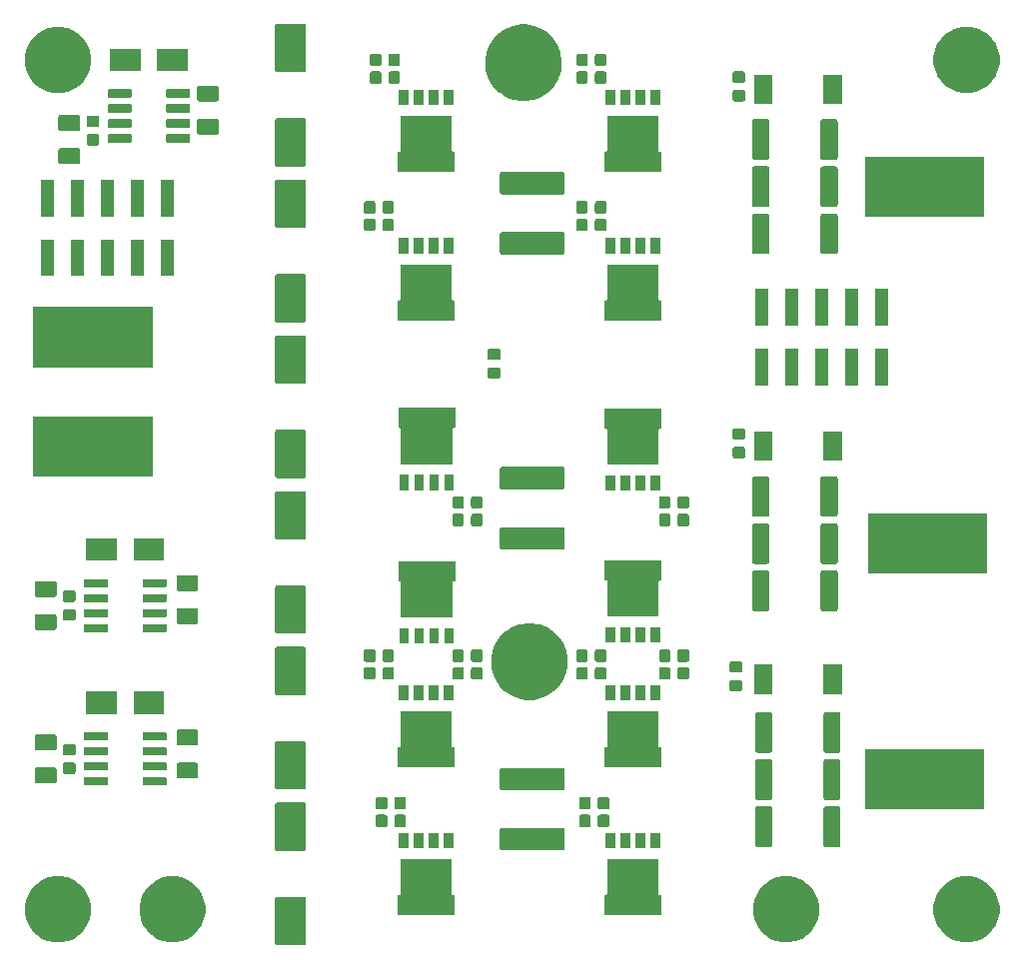
<source format=gts>
G04 This is an RS-274x file exported by *
G04 gerbv version 2.6A *
G04 More information is available about gerbv at *
G04 http://gerbv.geda-project.org/ *
G04 --End of header info--*
%MOIN*%
%FSLAX34Y34*%
%IPPOS*%
G04 --Define apertures--*
%ADD10C,0.0039*%
G04 --Start main section--*
G54D10*
G36*
G01X0031957Y-069863D02*
G01X0031969Y-069867D01*
G01X0031980Y-069873D01*
G01X0031990Y-069880D01*
G01X0031997Y-069890D01*
G01X0032003Y-069901D01*
G01X0032007Y-069913D01*
G01X0032008Y-069927D01*
G01X0032008Y-071411D01*
G01X0032007Y-071426D01*
G01X0032003Y-071438D01*
G01X0031997Y-071449D01*
G01X0031990Y-071458D01*
G01X0031980Y-071466D01*
G01X0031969Y-071472D01*
G01X0031957Y-071475D01*
G01X0031943Y-071477D01*
G01X0031049Y-071477D01*
G01X0031035Y-071475D01*
G01X0031023Y-071472D01*
G01X0031012Y-071466D01*
G01X0031002Y-071458D01*
G01X0030995Y-071449D01*
G01X0030989Y-071438D01*
G01X0030985Y-071426D01*
G01X0030984Y-071411D01*
G01X0030984Y-069927D01*
G01X0030985Y-069913D01*
G01X0030989Y-069901D01*
G01X0030995Y-069890D01*
G01X0031002Y-069880D01*
G01X0031012Y-069873D01*
G01X0031023Y-069867D01*
G01X0031035Y-069863D01*
G01X0031049Y-069862D01*
G01X0031943Y-069862D01*
G01X0031957Y-069863D01*
G01X0031957Y-069863D01*
G37*
G36*
G01X0054377Y-069215D02*
G01X0054577Y-069298D01*
G01X0054577Y-069298D01*
G01X0054758Y-069419D01*
G01X0054912Y-069573D01*
G01X0055030Y-069750D01*
G01X0055032Y-069753D01*
G01X0055115Y-069954D01*
G01X0055158Y-070167D01*
G01X0055158Y-070384D01*
G01X0055115Y-070597D01*
G01X0055032Y-070798D01*
G01X0055032Y-070798D01*
G01X0054912Y-070979D01*
G01X0054758Y-071132D01*
G01X0054577Y-071253D01*
G01X0054577Y-071253D01*
G01X0054577Y-071253D01*
G01X0054377Y-071336D01*
G01X0054164Y-071378D01*
G01X0053947Y-071378D01*
G01X0053733Y-071336D01*
G01X0053533Y-071253D01*
G01X0053533Y-071253D01*
G01X0053533Y-071253D01*
G01X0053352Y-071132D01*
G01X0053199Y-070979D01*
G01X0053078Y-070798D01*
G01X0053078Y-070798D01*
G01X0052995Y-070597D01*
G01X0052952Y-070384D01*
G01X0052952Y-070167D01*
G01X0052995Y-069954D01*
G01X0053078Y-069753D01*
G01X0053080Y-069750D01*
G01X0053199Y-069573D01*
G01X0053352Y-069419D01*
G01X0053533Y-069298D01*
G01X0053533Y-069298D01*
G01X0053733Y-069215D01*
G01X0053947Y-069173D01*
G01X0054164Y-069173D01*
G01X0054377Y-069215D01*
G01X0054377Y-069215D01*
G37*
G36*
G01X0024062Y-069215D02*
G01X0024263Y-069298D01*
G01X0024263Y-069298D01*
G01X0024443Y-069419D01*
G01X0024597Y-069573D01*
G01X0024715Y-069750D01*
G01X0024717Y-069753D01*
G01X0024801Y-069954D01*
G01X0024843Y-070167D01*
G01X0024843Y-070384D01*
G01X0024801Y-070597D01*
G01X0024717Y-070798D01*
G01X0024717Y-070798D01*
G01X0024597Y-070979D01*
G01X0024443Y-071132D01*
G01X0024263Y-071253D01*
G01X0024263Y-071253D01*
G01X0024263Y-071253D01*
G01X0024062Y-071336D01*
G01X0023849Y-071378D01*
G01X0023632Y-071378D01*
G01X0023418Y-071336D01*
G01X0023218Y-071253D01*
G01X0023218Y-071253D01*
G01X0023218Y-071253D01*
G01X0023037Y-071132D01*
G01X0022884Y-070979D01*
G01X0022763Y-070798D01*
G01X0022763Y-070798D01*
G01X0022680Y-070597D01*
G01X0022637Y-070384D01*
G01X0022637Y-070167D01*
G01X0022680Y-069954D01*
G01X0022763Y-069753D01*
G01X0022765Y-069750D01*
G01X0022884Y-069573D01*
G01X0023037Y-069419D01*
G01X0023218Y-069298D01*
G01X0023218Y-069298D01*
G01X0023418Y-069215D01*
G01X0023632Y-069173D01*
G01X0023849Y-069173D01*
G01X0024062Y-069215D01*
G01X0024062Y-069215D01*
G37*
G36*
G01X0048353Y-069215D02*
G01X0048554Y-069298D01*
G01X0048554Y-069298D01*
G01X0048734Y-069419D01*
G01X0048888Y-069573D01*
G01X0049007Y-069750D01*
G01X0049009Y-069753D01*
G01X0049092Y-069954D01*
G01X0049134Y-070167D01*
G01X0049134Y-070384D01*
G01X0049092Y-070597D01*
G01X0049009Y-070798D01*
G01X0049009Y-070798D01*
G01X0048888Y-070979D01*
G01X0048734Y-071132D01*
G01X0048554Y-071253D01*
G01X0048554Y-071253D01*
G01X0048554Y-071253D01*
G01X0048353Y-071336D01*
G01X0048140Y-071378D01*
G01X0047923Y-071378D01*
G01X0047710Y-071336D01*
G01X0047509Y-071253D01*
G01X0047509Y-071253D01*
G01X0047509Y-071253D01*
G01X0047329Y-071132D01*
G01X0047175Y-070979D01*
G01X0047054Y-070798D01*
G01X0047054Y-070798D01*
G01X0046971Y-070597D01*
G01X0046929Y-070384D01*
G01X0046929Y-070167D01*
G01X0046971Y-069954D01*
G01X0047054Y-069753D01*
G01X0047056Y-069750D01*
G01X0047175Y-069573D01*
G01X0047329Y-069419D01*
G01X0047509Y-069298D01*
G01X0047509Y-069298D01*
G01X0047710Y-069215D01*
G01X0047923Y-069173D01*
G01X0048140Y-069173D01*
G01X0048353Y-069215D01*
G01X0048353Y-069215D01*
G37*
G36*
G01X0027881Y-069215D02*
G01X0028081Y-069298D01*
G01X0028081Y-069298D01*
G01X0028262Y-069419D01*
G01X0028416Y-069573D01*
G01X0028534Y-069750D01*
G01X0028536Y-069753D01*
G01X0028619Y-069954D01*
G01X0028662Y-070167D01*
G01X0028662Y-070384D01*
G01X0028619Y-070597D01*
G01X0028536Y-070798D01*
G01X0028536Y-070798D01*
G01X0028416Y-070979D01*
G01X0028262Y-071132D01*
G01X0028081Y-071253D01*
G01X0028081Y-071253D01*
G01X0028081Y-071253D01*
G01X0027881Y-071336D01*
G01X0027668Y-071378D01*
G01X0027450Y-071378D01*
G01X0027237Y-071336D01*
G01X0027037Y-071253D01*
G01X0027037Y-071253D01*
G01X0027037Y-071253D01*
G01X0026856Y-071132D01*
G01X0026702Y-070979D01*
G01X0026582Y-070798D01*
G01X0026582Y-070798D01*
G01X0026499Y-070597D01*
G01X0026456Y-070384D01*
G01X0026456Y-070167D01*
G01X0026499Y-069954D01*
G01X0026582Y-069753D01*
G01X0026584Y-069750D01*
G01X0026702Y-069573D01*
G01X0026856Y-069419D01*
G01X0027037Y-069298D01*
G01X0027037Y-069298D01*
G01X0027237Y-069215D01*
G01X0027450Y-069173D01*
G01X0027668Y-069173D01*
G01X0027881Y-069215D01*
G01X0027881Y-069215D01*
G37*
G36*
G01X0036878Y-069750D02*
G01X0036879Y-069760D01*
G01X0036882Y-069769D01*
G01X0036886Y-069777D01*
G01X0036892Y-069785D01*
G01X0036900Y-069791D01*
G01X0036908Y-069795D01*
G01X0036918Y-069798D01*
G01X0036927Y-069799D01*
G01X0036976Y-069799D01*
G01X0036976Y-070465D01*
G01X0035071Y-070465D01*
G01X0035071Y-069799D01*
G01X0035120Y-069799D01*
G01X0035130Y-069798D01*
G01X0035139Y-069795D01*
G01X0035147Y-069791D01*
G01X0035155Y-069785D01*
G01X0035161Y-069777D01*
G01X0035166Y-069769D01*
G01X0035168Y-069760D01*
G01X0035169Y-069750D01*
G01X0035169Y-068593D01*
G01X0036878Y-068593D01*
G01X0036878Y-069750D01*
G01X0036878Y-069750D01*
G37*
G36*
G01X0043768Y-069750D02*
G01X0043769Y-069760D01*
G01X0043771Y-069769D01*
G01X0043776Y-069777D01*
G01X0043782Y-069785D01*
G01X0043790Y-069791D01*
G01X0043798Y-069795D01*
G01X0043807Y-069798D01*
G01X0043817Y-069799D01*
G01X0043866Y-069799D01*
G01X0043866Y-070465D01*
G01X0041961Y-070465D01*
G01X0041961Y-069799D01*
G01X0042010Y-069799D01*
G01X0042019Y-069798D01*
G01X0042029Y-069795D01*
G01X0042037Y-069791D01*
G01X0042045Y-069785D01*
G01X0042051Y-069777D01*
G01X0042055Y-069769D01*
G01X0042058Y-069760D01*
G01X0042059Y-069750D01*
G01X0042059Y-068593D01*
G01X0043768Y-068593D01*
G01X0043768Y-069750D01*
G01X0043768Y-069750D01*
G37*
G36*
G01X0031957Y-066714D02*
G01X0031969Y-066717D01*
G01X0031980Y-066723D01*
G01X0031990Y-066731D01*
G01X0031997Y-066740D01*
G01X0032003Y-066751D01*
G01X0032007Y-066763D01*
G01X0032008Y-066778D01*
G01X0032008Y-068262D01*
G01X0032007Y-068276D01*
G01X0032003Y-068288D01*
G01X0031997Y-068299D01*
G01X0031990Y-068309D01*
G01X0031980Y-068316D01*
G01X0031969Y-068322D01*
G01X0031957Y-068326D01*
G01X0031943Y-068327D01*
G01X0031049Y-068327D01*
G01X0031035Y-068326D01*
G01X0031023Y-068322D01*
G01X0031012Y-068316D01*
G01X0031002Y-068309D01*
G01X0030995Y-068299D01*
G01X0030989Y-068288D01*
G01X0030985Y-068276D01*
G01X0030984Y-068262D01*
G01X0030984Y-066778D01*
G01X0030985Y-066763D01*
G01X0030989Y-066751D01*
G01X0030995Y-066740D01*
G01X0031002Y-066731D01*
G01X0031012Y-066723D01*
G01X0031023Y-066717D01*
G01X0031035Y-066714D01*
G01X0031049Y-066712D01*
G01X0031943Y-066712D01*
G01X0031957Y-066714D01*
G01X0031957Y-066714D01*
G37*
G36*
G01X0040595Y-067560D02*
G01X0040608Y-067564D01*
G01X0040619Y-067570D01*
G01X0040630Y-067579D01*
G01X0040638Y-067589D01*
G01X0040645Y-067601D01*
G01X0040648Y-067614D01*
G01X0040650Y-067630D01*
G01X0040650Y-068237D01*
G01X0040648Y-068252D01*
G01X0040645Y-068265D01*
G01X0040638Y-068277D01*
G01X0040630Y-068287D01*
G01X0040619Y-068296D01*
G01X0040608Y-068302D01*
G01X0040595Y-068306D01*
G01X0040579Y-068307D01*
G01X0038555Y-068307D01*
G01X0038539Y-068306D01*
G01X0038526Y-068302D01*
G01X0038514Y-068296D01*
G01X0038504Y-068287D01*
G01X0038496Y-068277D01*
G01X0038489Y-068265D01*
G01X0038485Y-068252D01*
G01X0038484Y-068237D01*
G01X0038484Y-067630D01*
G01X0038485Y-067614D01*
G01X0038489Y-067601D01*
G01X0038496Y-067589D01*
G01X0038504Y-067579D01*
G01X0038514Y-067570D01*
G01X0038526Y-067564D01*
G01X0038539Y-067560D01*
G01X0038555Y-067559D01*
G01X0040579Y-067559D01*
G01X0040595Y-067560D01*
G01X0040595Y-067560D01*
G37*
G36*
G01X0036941Y-068232D02*
G01X0036610Y-068232D01*
G01X0036610Y-067724D01*
G01X0036941Y-067724D01*
G01X0036941Y-068232D01*
G01X0036941Y-068232D01*
G37*
G36*
G01X0042331Y-068232D02*
G01X0042000Y-068232D01*
G01X0042000Y-067724D01*
G01X0042331Y-067724D01*
G01X0042331Y-068232D01*
G01X0042331Y-068232D01*
G37*
G36*
G01X0042831Y-068232D02*
G01X0042500Y-068232D01*
G01X0042500Y-067724D01*
G01X0042831Y-067724D01*
G01X0042831Y-068232D01*
G01X0042831Y-068232D01*
G37*
G36*
G01X0036441Y-068232D02*
G01X0036110Y-068232D01*
G01X0036110Y-067724D01*
G01X0036441Y-067724D01*
G01X0036441Y-068232D01*
G01X0036441Y-068232D01*
G37*
G36*
G01X0043831Y-068232D02*
G01X0043500Y-068232D01*
G01X0043500Y-067724D01*
G01X0043831Y-067724D01*
G01X0043831Y-068232D01*
G01X0043831Y-068232D01*
G37*
G36*
G01X0035941Y-068232D02*
G01X0035610Y-068232D01*
G01X0035610Y-067724D01*
G01X0035941Y-067724D01*
G01X0035941Y-068232D01*
G01X0035941Y-068232D01*
G37*
G36*
G01X0043331Y-068232D02*
G01X0043000Y-068232D01*
G01X0043000Y-067724D01*
G01X0043331Y-067724D01*
G01X0043331Y-068232D01*
G01X0043331Y-068232D01*
G37*
G36*
G01X0035441Y-068232D02*
G01X0035110Y-068232D01*
G01X0035110Y-067724D01*
G01X0035441Y-067724D01*
G01X0035441Y-068232D01*
G01X0035441Y-068232D01*
G37*
G36*
G01X0049792Y-066842D02*
G01X0049806Y-066846D01*
G01X0049819Y-066853D01*
G01X0049831Y-066862D01*
G01X0049840Y-066874D01*
G01X0049847Y-066886D01*
G01X0049851Y-066900D01*
G01X0049853Y-066917D01*
G01X0049853Y-068122D01*
G01X0049851Y-068139D01*
G01X0049847Y-068153D01*
G01X0049840Y-068166D01*
G01X0049831Y-068177D01*
G01X0049819Y-068186D01*
G01X0049806Y-068193D01*
G01X0049792Y-068198D01*
G01X0049775Y-068199D01*
G01X0049358Y-068199D01*
G01X0049341Y-068198D01*
G01X0049327Y-068193D01*
G01X0049315Y-068186D01*
G01X0049303Y-068177D01*
G01X0049294Y-068166D01*
G01X0049287Y-068153D01*
G01X0049283Y-068139D01*
G01X0049281Y-068122D01*
G01X0049281Y-066917D01*
G01X0049283Y-066900D01*
G01X0049287Y-066886D01*
G01X0049294Y-066874D01*
G01X0049303Y-066862D01*
G01X0049315Y-066853D01*
G01X0049327Y-066846D01*
G01X0049341Y-066842D01*
G01X0049358Y-066840D01*
G01X0049775Y-066840D01*
G01X0049792Y-066842D01*
G01X0049792Y-066842D01*
G37*
G36*
G01X0047509Y-066842D02*
G01X0047523Y-066846D01*
G01X0047536Y-066853D01*
G01X0047547Y-066862D01*
G01X0047556Y-066874D01*
G01X0047563Y-066886D01*
G01X0047568Y-066900D01*
G01X0047569Y-066917D01*
G01X0047569Y-068122D01*
G01X0047568Y-068139D01*
G01X0047563Y-068153D01*
G01X0047556Y-068166D01*
G01X0047547Y-068177D01*
G01X0047536Y-068186D01*
G01X0047523Y-068193D01*
G01X0047509Y-068198D01*
G01X0047492Y-068199D01*
G01X0047075Y-068199D01*
G01X0047058Y-068198D01*
G01X0047044Y-068193D01*
G01X0047031Y-068186D01*
G01X0047020Y-068177D01*
G01X0047010Y-068166D01*
G01X0047004Y-068153D01*
G01X0046999Y-068139D01*
G01X0046998Y-068122D01*
G01X0046998Y-066917D01*
G01X0046999Y-066900D01*
G01X0047004Y-066886D01*
G01X0047010Y-066874D01*
G01X0047020Y-066862D01*
G01X0047031Y-066853D01*
G01X0047044Y-066846D01*
G01X0047058Y-066842D01*
G01X0047075Y-066840D01*
G01X0047492Y-066840D01*
G01X0047509Y-066842D01*
G01X0047509Y-066842D01*
G37*
G36*
G01X0041459Y-067117D02*
G01X0041472Y-067121D01*
G01X0041484Y-067128D01*
G01X0041495Y-067137D01*
G01X0041504Y-067148D01*
G01X0041510Y-067160D01*
G01X0041515Y-067173D01*
G01X0041516Y-067190D01*
G01X0041516Y-067456D01*
G01X0041515Y-067472D01*
G01X0041510Y-067486D01*
G01X0041504Y-067498D01*
G01X0041495Y-067509D01*
G01X0041484Y-067518D01*
G01X0041472Y-067524D01*
G01X0041459Y-067528D01*
G01X0041442Y-067530D01*
G01X0041205Y-067530D01*
G01X0041189Y-067528D01*
G01X0041176Y-067524D01*
G01X0041163Y-067518D01*
G01X0041153Y-067509D01*
G01X0041144Y-067498D01*
G01X0041137Y-067486D01*
G01X0041133Y-067472D01*
G01X0041131Y-067456D01*
G01X0041131Y-067190D01*
G01X0041133Y-067173D01*
G01X0041137Y-067160D01*
G01X0041144Y-067148D01*
G01X0041153Y-067137D01*
G01X0041163Y-067128D01*
G01X0041176Y-067121D01*
G01X0041189Y-067117D01*
G01X0041205Y-067116D01*
G01X0041442Y-067116D01*
G01X0041459Y-067117D01*
G01X0041459Y-067117D01*
G37*
G36*
G01X0042079Y-067117D02*
G01X0042092Y-067121D01*
G01X0042104Y-067128D01*
G01X0042115Y-067137D01*
G01X0042124Y-067148D01*
G01X0042131Y-067160D01*
G01X0042135Y-067173D01*
G01X0042136Y-067190D01*
G01X0042136Y-067456D01*
G01X0042135Y-067472D01*
G01X0042131Y-067486D01*
G01X0042124Y-067498D01*
G01X0042115Y-067509D01*
G01X0042104Y-067518D01*
G01X0042092Y-067524D01*
G01X0042079Y-067528D01*
G01X0042062Y-067530D01*
G01X0041826Y-067530D01*
G01X0041809Y-067528D01*
G01X0041796Y-067524D01*
G01X0041784Y-067518D01*
G01X0041773Y-067509D01*
G01X0041764Y-067498D01*
G01X0041757Y-067486D01*
G01X0041753Y-067472D01*
G01X0041752Y-067456D01*
G01X0041752Y-067190D01*
G01X0041753Y-067173D01*
G01X0041757Y-067160D01*
G01X0041764Y-067148D01*
G01X0041773Y-067137D01*
G01X0041784Y-067128D01*
G01X0041796Y-067121D01*
G01X0041809Y-067117D01*
G01X0041826Y-067116D01*
G01X0042062Y-067116D01*
G01X0042079Y-067117D01*
G01X0042079Y-067117D01*
G37*
G36*
G01X0034667Y-067117D02*
G01X0034681Y-067121D01*
G01X0034693Y-067128D01*
G01X0034704Y-067137D01*
G01X0034713Y-067148D01*
G01X0034719Y-067160D01*
G01X0034723Y-067173D01*
G01X0034725Y-067190D01*
G01X0034725Y-067456D01*
G01X0034723Y-067472D01*
G01X0034719Y-067486D01*
G01X0034713Y-067498D01*
G01X0034704Y-067509D01*
G01X0034693Y-067518D01*
G01X0034681Y-067524D01*
G01X0034667Y-067528D01*
G01X0034651Y-067530D01*
G01X0034414Y-067530D01*
G01X0034398Y-067528D01*
G01X0034384Y-067524D01*
G01X0034372Y-067518D01*
G01X0034361Y-067509D01*
G01X0034352Y-067498D01*
G01X0034346Y-067486D01*
G01X0034342Y-067472D01*
G01X0034340Y-067456D01*
G01X0034340Y-067190D01*
G01X0034342Y-067173D01*
G01X0034346Y-067160D01*
G01X0034352Y-067148D01*
G01X0034361Y-067137D01*
G01X0034372Y-067128D01*
G01X0034384Y-067121D01*
G01X0034398Y-067117D01*
G01X0034414Y-067116D01*
G01X0034651Y-067116D01*
G01X0034667Y-067117D01*
G01X0034667Y-067117D01*
G37*
G36*
G01X0035287Y-067117D02*
G01X0035301Y-067121D01*
G01X0035313Y-067128D01*
G01X0035324Y-067137D01*
G01X0035333Y-067148D01*
G01X0035339Y-067160D01*
G01X0035343Y-067173D01*
G01X0035345Y-067190D01*
G01X0035345Y-067456D01*
G01X0035343Y-067472D01*
G01X0035339Y-067486D01*
G01X0035333Y-067498D01*
G01X0035324Y-067509D01*
G01X0035313Y-067518D01*
G01X0035301Y-067524D01*
G01X0035287Y-067528D01*
G01X0035271Y-067530D01*
G01X0035034Y-067530D01*
G01X0035018Y-067528D01*
G01X0035005Y-067524D01*
G01X0034992Y-067518D01*
G01X0034981Y-067509D01*
G01X0034972Y-067498D01*
G01X0034966Y-067486D01*
G01X0034962Y-067472D01*
G01X0034960Y-067456D01*
G01X0034960Y-067190D01*
G01X0034962Y-067173D01*
G01X0034966Y-067160D01*
G01X0034972Y-067148D01*
G01X0034981Y-067137D01*
G01X0034992Y-067128D01*
G01X0035005Y-067121D01*
G01X0035018Y-067117D01*
G01X0035034Y-067116D01*
G01X0035271Y-067116D01*
G01X0035287Y-067117D01*
G01X0035287Y-067117D01*
G37*
G36*
G01X0054646Y-066949D02*
G01X0050669Y-066949D01*
G01X0050669Y-064941D01*
G01X0054646Y-064941D01*
G01X0054646Y-066949D01*
G01X0054646Y-066949D01*
G37*
G36*
G01X0035287Y-066527D02*
G01X0035301Y-066531D01*
G01X0035313Y-066537D01*
G01X0035324Y-066546D01*
G01X0035333Y-066557D01*
G01X0035339Y-066569D01*
G01X0035343Y-066583D01*
G01X0035345Y-066599D01*
G01X0035345Y-066865D01*
G01X0035343Y-066882D01*
G01X0035339Y-066895D01*
G01X0035333Y-066907D01*
G01X0035324Y-066918D01*
G01X0035313Y-066927D01*
G01X0035301Y-066934D01*
G01X0035287Y-066938D01*
G01X0035271Y-066939D01*
G01X0035034Y-066939D01*
G01X0035018Y-066938D01*
G01X0035005Y-066934D01*
G01X0034992Y-066927D01*
G01X0034981Y-066918D01*
G01X0034972Y-066907D01*
G01X0034966Y-066895D01*
G01X0034962Y-066882D01*
G01X0034960Y-066865D01*
G01X0034960Y-066599D01*
G01X0034962Y-066583D01*
G01X0034966Y-066569D01*
G01X0034972Y-066557D01*
G01X0034981Y-066546D01*
G01X0034992Y-066537D01*
G01X0035005Y-066531D01*
G01X0035018Y-066527D01*
G01X0035034Y-066525D01*
G01X0035271Y-066525D01*
G01X0035287Y-066527D01*
G01X0035287Y-066527D01*
G37*
G36*
G01X0042079Y-066527D02*
G01X0042092Y-066531D01*
G01X0042104Y-066537D01*
G01X0042115Y-066546D01*
G01X0042124Y-066557D01*
G01X0042131Y-066569D01*
G01X0042135Y-066583D01*
G01X0042136Y-066599D01*
G01X0042136Y-066865D01*
G01X0042135Y-066882D01*
G01X0042131Y-066895D01*
G01X0042124Y-066907D01*
G01X0042115Y-066918D01*
G01X0042104Y-066927D01*
G01X0042092Y-066934D01*
G01X0042079Y-066938D01*
G01X0042062Y-066939D01*
G01X0041826Y-066939D01*
G01X0041809Y-066938D01*
G01X0041796Y-066934D01*
G01X0041784Y-066927D01*
G01X0041773Y-066918D01*
G01X0041764Y-066907D01*
G01X0041757Y-066895D01*
G01X0041753Y-066882D01*
G01X0041752Y-066865D01*
G01X0041752Y-066599D01*
G01X0041753Y-066583D01*
G01X0041757Y-066569D01*
G01X0041764Y-066557D01*
G01X0041773Y-066546D01*
G01X0041784Y-066537D01*
G01X0041796Y-066531D01*
G01X0041809Y-066527D01*
G01X0041826Y-066525D01*
G01X0042062Y-066525D01*
G01X0042079Y-066527D01*
G01X0042079Y-066527D01*
G37*
G36*
G01X0034667Y-066527D02*
G01X0034681Y-066531D01*
G01X0034693Y-066537D01*
G01X0034704Y-066546D01*
G01X0034713Y-066557D01*
G01X0034719Y-066569D01*
G01X0034723Y-066583D01*
G01X0034725Y-066599D01*
G01X0034725Y-066865D01*
G01X0034723Y-066882D01*
G01X0034719Y-066895D01*
G01X0034713Y-066907D01*
G01X0034704Y-066918D01*
G01X0034693Y-066927D01*
G01X0034681Y-066934D01*
G01X0034667Y-066938D01*
G01X0034651Y-066939D01*
G01X0034414Y-066939D01*
G01X0034398Y-066938D01*
G01X0034384Y-066934D01*
G01X0034372Y-066927D01*
G01X0034361Y-066918D01*
G01X0034352Y-066907D01*
G01X0034346Y-066895D01*
G01X0034342Y-066882D01*
G01X0034340Y-066865D01*
G01X0034340Y-066599D01*
G01X0034342Y-066583D01*
G01X0034346Y-066569D01*
G01X0034352Y-066557D01*
G01X0034361Y-066546D01*
G01X0034372Y-066537D01*
G01X0034384Y-066531D01*
G01X0034398Y-066527D01*
G01X0034414Y-066525D01*
G01X0034651Y-066525D01*
G01X0034667Y-066527D01*
G01X0034667Y-066527D01*
G37*
G36*
G01X0041459Y-066527D02*
G01X0041472Y-066531D01*
G01X0041484Y-066537D01*
G01X0041495Y-066546D01*
G01X0041504Y-066557D01*
G01X0041510Y-066569D01*
G01X0041515Y-066583D01*
G01X0041516Y-066599D01*
G01X0041516Y-066865D01*
G01X0041515Y-066882D01*
G01X0041510Y-066895D01*
G01X0041504Y-066907D01*
G01X0041495Y-066918D01*
G01X0041484Y-066927D01*
G01X0041472Y-066934D01*
G01X0041459Y-066938D01*
G01X0041442Y-066939D01*
G01X0041205Y-066939D01*
G01X0041189Y-066938D01*
G01X0041176Y-066934D01*
G01X0041163Y-066927D01*
G01X0041153Y-066918D01*
G01X0041144Y-066907D01*
G01X0041137Y-066895D01*
G01X0041133Y-066882D01*
G01X0041131Y-066865D01*
G01X0041131Y-066599D01*
G01X0041133Y-066583D01*
G01X0041137Y-066569D01*
G01X0041144Y-066557D01*
G01X0041153Y-066546D01*
G01X0041163Y-066537D01*
G01X0041176Y-066531D01*
G01X0041189Y-066527D01*
G01X0041205Y-066525D01*
G01X0041442Y-066525D01*
G01X0041459Y-066527D01*
G01X0041459Y-066527D01*
G37*
G36*
G01X0049792Y-065267D02*
G01X0049806Y-065271D01*
G01X0049819Y-065278D01*
G01X0049831Y-065287D01*
G01X0049840Y-065299D01*
G01X0049847Y-065312D01*
G01X0049851Y-065326D01*
G01X0049853Y-065343D01*
G01X0049853Y-066547D01*
G01X0049851Y-066564D01*
G01X0049847Y-066578D01*
G01X0049840Y-066591D01*
G01X0049831Y-066602D01*
G01X0049819Y-066612D01*
G01X0049806Y-066618D01*
G01X0049792Y-066623D01*
G01X0049775Y-066624D01*
G01X0049358Y-066624D01*
G01X0049341Y-066623D01*
G01X0049327Y-066618D01*
G01X0049315Y-066612D01*
G01X0049303Y-066602D01*
G01X0049294Y-066591D01*
G01X0049287Y-066578D01*
G01X0049283Y-066564D01*
G01X0049281Y-066547D01*
G01X0049281Y-065343D01*
G01X0049283Y-065326D01*
G01X0049287Y-065312D01*
G01X0049294Y-065299D01*
G01X0049303Y-065287D01*
G01X0049315Y-065278D01*
G01X0049327Y-065271D01*
G01X0049341Y-065267D01*
G01X0049358Y-065265D01*
G01X0049775Y-065265D01*
G01X0049792Y-065267D01*
G01X0049792Y-065267D01*
G37*
G36*
G01X0047509Y-065267D02*
G01X0047523Y-065271D01*
G01X0047536Y-065278D01*
G01X0047547Y-065287D01*
G01X0047556Y-065299D01*
G01X0047563Y-065312D01*
G01X0047568Y-065326D01*
G01X0047569Y-065343D01*
G01X0047569Y-066547D01*
G01X0047568Y-066564D01*
G01X0047563Y-066578D01*
G01X0047556Y-066591D01*
G01X0047547Y-066602D01*
G01X0047536Y-066612D01*
G01X0047523Y-066618D01*
G01X0047509Y-066623D01*
G01X0047492Y-066624D01*
G01X0047075Y-066624D01*
G01X0047058Y-066623D01*
G01X0047044Y-066618D01*
G01X0047031Y-066612D01*
G01X0047020Y-066602D01*
G01X0047010Y-066591D01*
G01X0047004Y-066578D01*
G01X0046999Y-066564D01*
G01X0046998Y-066547D01*
G01X0046998Y-065343D01*
G01X0046999Y-065326D01*
G01X0047004Y-065312D01*
G01X0047010Y-065299D01*
G01X0047020Y-065287D01*
G01X0047031Y-065278D01*
G01X0047044Y-065271D01*
G01X0047058Y-065267D01*
G01X0047075Y-065265D01*
G01X0047492Y-065265D01*
G01X0047509Y-065267D01*
G01X0047509Y-065267D01*
G37*
G36*
G01X0040595Y-065552D02*
G01X0040608Y-065556D01*
G01X0040619Y-065563D01*
G01X0040630Y-065571D01*
G01X0040638Y-065581D01*
G01X0040645Y-065593D01*
G01X0040648Y-065606D01*
G01X0040650Y-065622D01*
G01X0040650Y-066229D01*
G01X0040648Y-066244D01*
G01X0040645Y-066257D01*
G01X0040638Y-066269D01*
G01X0040630Y-066279D01*
G01X0040619Y-066288D01*
G01X0040608Y-066294D01*
G01X0040595Y-066298D01*
G01X0040579Y-066300D01*
G01X0038555Y-066300D01*
G01X0038539Y-066298D01*
G01X0038526Y-066294D01*
G01X0038514Y-066288D01*
G01X0038504Y-066279D01*
G01X0038496Y-066269D01*
G01X0038489Y-066257D01*
G01X0038485Y-066244D01*
G01X0038484Y-066229D01*
G01X0038484Y-065622D01*
G01X0038485Y-065606D01*
G01X0038489Y-065593D01*
G01X0038496Y-065581D01*
G01X0038504Y-065571D01*
G01X0038514Y-065563D01*
G01X0038526Y-065556D01*
G01X0038539Y-065552D01*
G01X0038555Y-065551D01*
G01X0040579Y-065551D01*
G01X0040595Y-065552D01*
G01X0040595Y-065552D01*
G37*
G36*
G01X0031957Y-064666D02*
G01X0031969Y-064670D01*
G01X0031980Y-064676D01*
G01X0031990Y-064684D01*
G01X0031997Y-064693D01*
G01X0032003Y-064704D01*
G01X0032007Y-064716D01*
G01X0032008Y-064730D01*
G01X0032008Y-066214D01*
G01X0032007Y-066229D01*
G01X0032003Y-066241D01*
G01X0031997Y-066252D01*
G01X0031990Y-066261D01*
G01X0031980Y-066269D01*
G01X0031969Y-066275D01*
G01X0031957Y-066278D01*
G01X0031943Y-066280D01*
G01X0031049Y-066280D01*
G01X0031035Y-066278D01*
G01X0031023Y-066275D01*
G01X0031012Y-066269D01*
G01X0031002Y-066261D01*
G01X0030995Y-066252D01*
G01X0030989Y-066241D01*
G01X0030985Y-066229D01*
G01X0030984Y-066214D01*
G01X0030984Y-064730D01*
G01X0030985Y-064716D01*
G01X0030989Y-064704D01*
G01X0030995Y-064693D01*
G01X0031002Y-064684D01*
G01X0031012Y-064676D01*
G01X0031023Y-064670D01*
G01X0031035Y-064666D01*
G01X0031049Y-064665D01*
G01X0031943Y-064665D01*
G01X0031957Y-064666D01*
G01X0031957Y-064666D01*
G37*
G36*
G01X0025378Y-065869D02*
G01X0025386Y-065871D01*
G01X0025394Y-065875D01*
G01X0025401Y-065881D01*
G01X0025406Y-065888D01*
G01X0025410Y-065895D01*
G01X0025413Y-065904D01*
G01X0025414Y-065915D01*
G01X0025414Y-066097D01*
G01X0025413Y-066108D01*
G01X0025410Y-066117D01*
G01X0025406Y-066124D01*
G01X0025401Y-066131D01*
G01X0025394Y-066136D01*
G01X0025386Y-066140D01*
G01X0025378Y-066143D01*
G01X0025367Y-066144D01*
G01X0024653Y-066144D01*
G01X0024642Y-066143D01*
G01X0024633Y-066140D01*
G01X0024626Y-066136D01*
G01X0024619Y-066131D01*
G01X0024614Y-066124D01*
G01X0024610Y-066117D01*
G01X0024607Y-066108D01*
G01X0024606Y-066097D01*
G01X0024606Y-065915D01*
G01X0024607Y-065904D01*
G01X0024610Y-065895D01*
G01X0024614Y-065888D01*
G01X0024619Y-065881D01*
G01X0024626Y-065875D01*
G01X0024633Y-065871D01*
G01X0024642Y-065869D01*
G01X0024653Y-065868D01*
G01X0025367Y-065868D01*
G01X0025378Y-065869D01*
G01X0025378Y-065869D01*
G37*
G36*
G01X0027327Y-065869D02*
G01X0027335Y-065871D01*
G01X0027343Y-065875D01*
G01X0027349Y-065881D01*
G01X0027355Y-065888D01*
G01X0027359Y-065895D01*
G01X0027362Y-065904D01*
G01X0027363Y-065915D01*
G01X0027363Y-066097D01*
G01X0027362Y-066108D01*
G01X0027359Y-066117D01*
G01X0027355Y-066124D01*
G01X0027349Y-066131D01*
G01X0027343Y-066136D01*
G01X0027335Y-066140D01*
G01X0027327Y-066143D01*
G01X0027316Y-066144D01*
G01X0026602Y-066144D01*
G01X0026591Y-066143D01*
G01X0026582Y-066140D01*
G01X0026575Y-066136D01*
G01X0026568Y-066131D01*
G01X0026562Y-066124D01*
G01X0026558Y-066117D01*
G01X0026556Y-066108D01*
G01X0026555Y-066097D01*
G01X0026555Y-065915D01*
G01X0026556Y-065904D01*
G01X0026558Y-065895D01*
G01X0026562Y-065888D01*
G01X0026568Y-065881D01*
G01X0026575Y-065875D01*
G01X0026582Y-065871D01*
G01X0026591Y-065869D01*
G01X0026602Y-065868D01*
G01X0027316Y-065868D01*
G01X0027327Y-065869D01*
G01X0027327Y-065869D01*
G37*
G36*
G01X0023629Y-065543D02*
G01X0023644Y-065547D01*
G01X0023657Y-065554D01*
G01X0023669Y-065564D01*
G01X0023678Y-065575D01*
G01X0023685Y-065589D01*
G01X0023690Y-065603D01*
G01X0023691Y-065620D01*
G01X0023691Y-065994D01*
G01X0023690Y-066011D01*
G01X0023685Y-066026D01*
G01X0023678Y-066039D01*
G01X0023669Y-066051D01*
G01X0023657Y-066060D01*
G01X0023644Y-066067D01*
G01X0023629Y-066072D01*
G01X0023612Y-066073D01*
G01X0023042Y-066073D01*
G01X0023024Y-066072D01*
G01X0023010Y-066067D01*
G01X0022997Y-066060D01*
G01X0022985Y-066051D01*
G01X0022975Y-066039D01*
G01X0022968Y-066026D01*
G01X0022964Y-066011D01*
G01X0022962Y-065994D01*
G01X0022962Y-065620D01*
G01X0022964Y-065603D01*
G01X0022968Y-065589D01*
G01X0022975Y-065575D01*
G01X0022985Y-065564D01*
G01X0022997Y-065554D01*
G01X0023010Y-065547D01*
G01X0023024Y-065543D01*
G01X0023042Y-065541D01*
G01X0023612Y-065541D01*
G01X0023629Y-065543D01*
G01X0023629Y-065543D01*
G37*
G36*
G01X0028354Y-065385D02*
G01X0028368Y-065390D01*
G01X0028381Y-065397D01*
G01X0028393Y-065406D01*
G01X0028403Y-065418D01*
G01X0028410Y-065431D01*
G01X0028414Y-065445D01*
G01X0028416Y-065463D01*
G01X0028416Y-065836D01*
G01X0028414Y-065854D01*
G01X0028410Y-065868D01*
G01X0028403Y-065881D01*
G01X0028393Y-065893D01*
G01X0028381Y-065903D01*
G01X0028368Y-065910D01*
G01X0028354Y-065914D01*
G01X0028336Y-065916D01*
G01X0027766Y-065916D01*
G01X0027749Y-065914D01*
G01X0027734Y-065910D01*
G01X0027721Y-065903D01*
G01X0027709Y-065893D01*
G01X0027700Y-065881D01*
G01X0027693Y-065868D01*
G01X0027688Y-065854D01*
G01X0027687Y-065836D01*
G01X0027687Y-065463D01*
G01X0027688Y-065445D01*
G01X0027693Y-065431D01*
G01X0027700Y-065418D01*
G01X0027709Y-065406D01*
G01X0027721Y-065397D01*
G01X0027734Y-065390D01*
G01X0027749Y-065385D01*
G01X0027766Y-065383D01*
G01X0028336Y-065383D01*
G01X0028354Y-065385D01*
G01X0028354Y-065385D01*
G37*
G36*
G01X0024264Y-065375D02*
G01X0024277Y-065379D01*
G01X0024289Y-065386D01*
G01X0024300Y-065395D01*
G01X0024309Y-065406D01*
G01X0024316Y-065418D01*
G01X0024320Y-065431D01*
G01X0024321Y-065448D01*
G01X0024321Y-065684D01*
G01X0024320Y-065701D01*
G01X0024316Y-065714D01*
G01X0024309Y-065726D01*
G01X0024300Y-065737D01*
G01X0024289Y-065746D01*
G01X0024277Y-065753D01*
G01X0024264Y-065757D01*
G01X0024247Y-065758D01*
G01X0023981Y-065758D01*
G01X0023965Y-065757D01*
G01X0023951Y-065753D01*
G01X0023939Y-065746D01*
G01X0023928Y-065737D01*
G01X0023919Y-065726D01*
G01X0023913Y-065714D01*
G01X0023909Y-065701D01*
G01X0023907Y-065684D01*
G01X0023907Y-065448D01*
G01X0023909Y-065431D01*
G01X0023913Y-065418D01*
G01X0023919Y-065406D01*
G01X0023928Y-065395D01*
G01X0023939Y-065386D01*
G01X0023951Y-065379D01*
G01X0023965Y-065375D01*
G01X0023981Y-065374D01*
G01X0024247Y-065374D01*
G01X0024264Y-065375D01*
G01X0024264Y-065375D01*
G37*
G36*
G01X0025378Y-065369D02*
G01X0025386Y-065371D01*
G01X0025394Y-065375D01*
G01X0025401Y-065381D01*
G01X0025406Y-065388D01*
G01X0025410Y-065395D01*
G01X0025413Y-065404D01*
G01X0025414Y-065415D01*
G01X0025414Y-065597D01*
G01X0025413Y-065608D01*
G01X0025410Y-065617D01*
G01X0025406Y-065624D01*
G01X0025401Y-065631D01*
G01X0025394Y-065636D01*
G01X0025386Y-065640D01*
G01X0025378Y-065643D01*
G01X0025367Y-065644D01*
G01X0024653Y-065644D01*
G01X0024642Y-065643D01*
G01X0024633Y-065640D01*
G01X0024626Y-065636D01*
G01X0024619Y-065631D01*
G01X0024614Y-065624D01*
G01X0024610Y-065617D01*
G01X0024607Y-065608D01*
G01X0024606Y-065597D01*
G01X0024606Y-065415D01*
G01X0024607Y-065404D01*
G01X0024610Y-065395D01*
G01X0024614Y-065388D01*
G01X0024619Y-065381D01*
G01X0024626Y-065375D01*
G01X0024633Y-065371D01*
G01X0024642Y-065369D01*
G01X0024653Y-065368D01*
G01X0025367Y-065368D01*
G01X0025378Y-065369D01*
G01X0025378Y-065369D01*
G37*
G36*
G01X0027327Y-065369D02*
G01X0027335Y-065371D01*
G01X0027343Y-065375D01*
G01X0027349Y-065381D01*
G01X0027355Y-065388D01*
G01X0027359Y-065395D01*
G01X0027362Y-065404D01*
G01X0027363Y-065415D01*
G01X0027363Y-065597D01*
G01X0027362Y-065608D01*
G01X0027359Y-065617D01*
G01X0027355Y-065624D01*
G01X0027349Y-065631D01*
G01X0027343Y-065636D01*
G01X0027335Y-065640D01*
G01X0027327Y-065643D01*
G01X0027316Y-065644D01*
G01X0026602Y-065644D01*
G01X0026591Y-065643D01*
G01X0026582Y-065640D01*
G01X0026575Y-065636D01*
G01X0026568Y-065631D01*
G01X0026562Y-065624D01*
G01X0026558Y-065617D01*
G01X0026556Y-065608D01*
G01X0026555Y-065597D01*
G01X0026555Y-065415D01*
G01X0026556Y-065404D01*
G01X0026558Y-065395D01*
G01X0026562Y-065388D01*
G01X0026568Y-065381D01*
G01X0026575Y-065375D01*
G01X0026582Y-065371D01*
G01X0026591Y-065369D01*
G01X0026602Y-065368D01*
G01X0027316Y-065368D01*
G01X0027327Y-065369D01*
G01X0027327Y-065369D01*
G37*
G36*
G01X0036878Y-064829D02*
G01X0036879Y-064838D01*
G01X0036882Y-064848D01*
G01X0036886Y-064856D01*
G01X0036892Y-064864D01*
G01X0036900Y-064870D01*
G01X0036908Y-064874D01*
G01X0036918Y-064877D01*
G01X0036927Y-064878D01*
G01X0036976Y-064878D01*
G01X0036976Y-065543D01*
G01X0035071Y-065543D01*
G01X0035071Y-064878D01*
G01X0035120Y-064878D01*
G01X0035130Y-064877D01*
G01X0035139Y-064874D01*
G01X0035147Y-064870D01*
G01X0035155Y-064864D01*
G01X0035161Y-064856D01*
G01X0035166Y-064848D01*
G01X0035168Y-064838D01*
G01X0035169Y-064829D01*
G01X0035169Y-063671D01*
G01X0036878Y-063671D01*
G01X0036878Y-064829D01*
G01X0036878Y-064829D01*
G37*
G36*
G01X0043768Y-064829D02*
G01X0043769Y-064838D01*
G01X0043771Y-064848D01*
G01X0043776Y-064856D01*
G01X0043782Y-064864D01*
G01X0043790Y-064870D01*
G01X0043798Y-064874D01*
G01X0043807Y-064877D01*
G01X0043817Y-064878D01*
G01X0043866Y-064878D01*
G01X0043866Y-065543D01*
G01X0041961Y-065543D01*
G01X0041961Y-064878D01*
G01X0042010Y-064878D01*
G01X0042019Y-064877D01*
G01X0042029Y-064874D01*
G01X0042037Y-064870D01*
G01X0042045Y-064864D01*
G01X0042051Y-064856D01*
G01X0042055Y-064848D01*
G01X0042058Y-064838D01*
G01X0042059Y-064829D01*
G01X0042059Y-063671D01*
G01X0043768Y-063671D01*
G01X0043768Y-064829D01*
G01X0043768Y-064829D01*
G37*
G36*
G01X0027327Y-064869D02*
G01X0027335Y-064871D01*
G01X0027343Y-064875D01*
G01X0027349Y-064881D01*
G01X0027355Y-064888D01*
G01X0027359Y-064895D01*
G01X0027362Y-064904D01*
G01X0027363Y-064915D01*
G01X0027363Y-065097D01*
G01X0027362Y-065108D01*
G01X0027359Y-065117D01*
G01X0027355Y-065124D01*
G01X0027349Y-065131D01*
G01X0027343Y-065136D01*
G01X0027335Y-065140D01*
G01X0027327Y-065143D01*
G01X0027316Y-065144D01*
G01X0026602Y-065144D01*
G01X0026591Y-065143D01*
G01X0026582Y-065140D01*
G01X0026575Y-065136D01*
G01X0026568Y-065131D01*
G01X0026562Y-065124D01*
G01X0026558Y-065117D01*
G01X0026556Y-065108D01*
G01X0026555Y-065097D01*
G01X0026555Y-064915D01*
G01X0026556Y-064904D01*
G01X0026558Y-064895D01*
G01X0026562Y-064888D01*
G01X0026568Y-064881D01*
G01X0026575Y-064875D01*
G01X0026582Y-064871D01*
G01X0026591Y-064869D01*
G01X0026602Y-064868D01*
G01X0027316Y-064868D01*
G01X0027327Y-064869D01*
G01X0027327Y-064869D01*
G37*
G36*
G01X0025378Y-064869D02*
G01X0025386Y-064871D01*
G01X0025394Y-064875D01*
G01X0025401Y-064881D01*
G01X0025406Y-064888D01*
G01X0025410Y-064895D01*
G01X0025413Y-064904D01*
G01X0025414Y-064915D01*
G01X0025414Y-065097D01*
G01X0025413Y-065108D01*
G01X0025410Y-065117D01*
G01X0025406Y-065124D01*
G01X0025401Y-065131D01*
G01X0025394Y-065136D01*
G01X0025386Y-065140D01*
G01X0025378Y-065143D01*
G01X0025367Y-065144D01*
G01X0024653Y-065144D01*
G01X0024642Y-065143D01*
G01X0024633Y-065140D01*
G01X0024626Y-065136D01*
G01X0024619Y-065131D01*
G01X0024614Y-065124D01*
G01X0024610Y-065117D01*
G01X0024607Y-065108D01*
G01X0024606Y-065097D01*
G01X0024606Y-064915D01*
G01X0024607Y-064904D01*
G01X0024610Y-064895D01*
G01X0024614Y-064888D01*
G01X0024619Y-064881D01*
G01X0024626Y-064875D01*
G01X0024633Y-064871D01*
G01X0024642Y-064869D01*
G01X0024653Y-064868D01*
G01X0025367Y-064868D01*
G01X0025378Y-064869D01*
G01X0025378Y-064869D01*
G37*
G36*
G01X0024264Y-064755D02*
G01X0024277Y-064759D01*
G01X0024289Y-064766D01*
G01X0024300Y-064775D01*
G01X0024309Y-064785D01*
G01X0024316Y-064798D01*
G01X0024320Y-064811D01*
G01X0024321Y-064828D01*
G01X0024321Y-065064D01*
G01X0024320Y-065081D01*
G01X0024316Y-065094D01*
G01X0024309Y-065106D01*
G01X0024300Y-065117D01*
G01X0024289Y-065126D01*
G01X0024277Y-065133D01*
G01X0024264Y-065137D01*
G01X0024247Y-065138D01*
G01X0023981Y-065138D01*
G01X0023965Y-065137D01*
G01X0023951Y-065133D01*
G01X0023939Y-065126D01*
G01X0023928Y-065117D01*
G01X0023919Y-065106D01*
G01X0023913Y-065094D01*
G01X0023909Y-065081D01*
G01X0023907Y-065064D01*
G01X0023907Y-064828D01*
G01X0023909Y-064811D01*
G01X0023913Y-064798D01*
G01X0023919Y-064785D01*
G01X0023928Y-064775D01*
G01X0023939Y-064766D01*
G01X0023951Y-064759D01*
G01X0023965Y-064755D01*
G01X0023981Y-064754D01*
G01X0024247Y-064754D01*
G01X0024264Y-064755D01*
G01X0024264Y-064755D01*
G37*
G36*
G01X0049792Y-063692D02*
G01X0049806Y-063696D01*
G01X0049819Y-063703D01*
G01X0049831Y-063713D01*
G01X0049840Y-063724D01*
G01X0049847Y-063737D01*
G01X0049851Y-063751D01*
G01X0049853Y-063768D01*
G01X0049853Y-064972D01*
G01X0049851Y-064989D01*
G01X0049847Y-065003D01*
G01X0049840Y-065016D01*
G01X0049831Y-065028D01*
G01X0049819Y-065037D01*
G01X0049806Y-065044D01*
G01X0049792Y-065048D01*
G01X0049775Y-065050D01*
G01X0049358Y-065050D01*
G01X0049341Y-065048D01*
G01X0049327Y-065044D01*
G01X0049315Y-065037D01*
G01X0049303Y-065028D01*
G01X0049294Y-065016D01*
G01X0049287Y-065003D01*
G01X0049283Y-064989D01*
G01X0049281Y-064972D01*
G01X0049281Y-063768D01*
G01X0049283Y-063751D01*
G01X0049287Y-063737D01*
G01X0049294Y-063724D01*
G01X0049303Y-063713D01*
G01X0049315Y-063703D01*
G01X0049327Y-063696D01*
G01X0049341Y-063692D01*
G01X0049358Y-063691D01*
G01X0049775Y-063691D01*
G01X0049792Y-063692D01*
G01X0049792Y-063692D01*
G37*
G36*
G01X0047509Y-063692D02*
G01X0047523Y-063696D01*
G01X0047536Y-063703D01*
G01X0047547Y-063713D01*
G01X0047556Y-063724D01*
G01X0047563Y-063737D01*
G01X0047568Y-063751D01*
G01X0047569Y-063768D01*
G01X0047569Y-064972D01*
G01X0047568Y-064989D01*
G01X0047563Y-065003D01*
G01X0047556Y-065016D01*
G01X0047547Y-065028D01*
G01X0047536Y-065037D01*
G01X0047523Y-065044D01*
G01X0047509Y-065048D01*
G01X0047492Y-065050D01*
G01X0047075Y-065050D01*
G01X0047058Y-065048D01*
G01X0047044Y-065044D01*
G01X0047031Y-065037D01*
G01X0047020Y-065028D01*
G01X0047010Y-065016D01*
G01X0047004Y-065003D01*
G01X0046999Y-064989D01*
G01X0046998Y-064972D01*
G01X0046998Y-063768D01*
G01X0046999Y-063751D01*
G01X0047004Y-063737D01*
G01X0047010Y-063724D01*
G01X0047020Y-063713D01*
G01X0047031Y-063703D01*
G01X0047044Y-063696D01*
G01X0047058Y-063692D01*
G01X0047075Y-063691D01*
G01X0047492Y-063691D01*
G01X0047509Y-063692D01*
G01X0047509Y-063692D01*
G37*
G36*
G01X0023629Y-064440D02*
G01X0023644Y-064445D01*
G01X0023657Y-064452D01*
G01X0023669Y-064461D01*
G01X0023678Y-064473D01*
G01X0023685Y-064486D01*
G01X0023690Y-064501D01*
G01X0023691Y-064518D01*
G01X0023691Y-064892D01*
G01X0023690Y-064909D01*
G01X0023685Y-064923D01*
G01X0023678Y-064937D01*
G01X0023669Y-064948D01*
G01X0023657Y-064958D01*
G01X0023644Y-064965D01*
G01X0023629Y-064969D01*
G01X0023612Y-064971D01*
G01X0023042Y-064971D01*
G01X0023024Y-064969D01*
G01X0023010Y-064965D01*
G01X0022997Y-064958D01*
G01X0022985Y-064948D01*
G01X0022975Y-064937D01*
G01X0022968Y-064923D01*
G01X0022964Y-064909D01*
G01X0022962Y-064892D01*
G01X0022962Y-064518D01*
G01X0022964Y-064501D01*
G01X0022968Y-064486D01*
G01X0022975Y-064473D01*
G01X0022985Y-064461D01*
G01X0022997Y-064452D01*
G01X0023010Y-064445D01*
G01X0023024Y-064440D01*
G01X0023042Y-064439D01*
G01X0023612Y-064439D01*
G01X0023629Y-064440D01*
G01X0023629Y-064440D01*
G37*
G36*
G01X0028354Y-064283D02*
G01X0028368Y-064287D01*
G01X0028381Y-064294D01*
G01X0028393Y-064304D01*
G01X0028403Y-064315D01*
G01X0028410Y-064329D01*
G01X0028414Y-064343D01*
G01X0028416Y-064360D01*
G01X0028416Y-064734D01*
G01X0028414Y-064751D01*
G01X0028410Y-064766D01*
G01X0028403Y-064779D01*
G01X0028393Y-064791D01*
G01X0028381Y-064800D01*
G01X0028368Y-064807D01*
G01X0028354Y-064812D01*
G01X0028336Y-064813D01*
G01X0027766Y-064813D01*
G01X0027749Y-064812D01*
G01X0027734Y-064807D01*
G01X0027721Y-064800D01*
G01X0027709Y-064791D01*
G01X0027700Y-064779D01*
G01X0027693Y-064766D01*
G01X0027688Y-064751D01*
G01X0027687Y-064734D01*
G01X0027687Y-064360D01*
G01X0027688Y-064343D01*
G01X0027693Y-064329D01*
G01X0027700Y-064315D01*
G01X0027709Y-064304D01*
G01X0027721Y-064294D01*
G01X0027734Y-064287D01*
G01X0027749Y-064283D01*
G01X0027766Y-064281D01*
G01X0028336Y-064281D01*
G01X0028354Y-064283D01*
G01X0028354Y-064283D01*
G37*
G36*
G01X0027327Y-064369D02*
G01X0027335Y-064371D01*
G01X0027343Y-064375D01*
G01X0027349Y-064381D01*
G01X0027355Y-064388D01*
G01X0027359Y-064395D01*
G01X0027362Y-064404D01*
G01X0027363Y-064415D01*
G01X0027363Y-064597D01*
G01X0027362Y-064608D01*
G01X0027359Y-064617D01*
G01X0027355Y-064624D01*
G01X0027349Y-064631D01*
G01X0027343Y-064636D01*
G01X0027335Y-064640D01*
G01X0027327Y-064643D01*
G01X0027316Y-064644D01*
G01X0026602Y-064644D01*
G01X0026591Y-064643D01*
G01X0026582Y-064640D01*
G01X0026575Y-064636D01*
G01X0026568Y-064631D01*
G01X0026562Y-064624D01*
G01X0026558Y-064617D01*
G01X0026556Y-064608D01*
G01X0026555Y-064597D01*
G01X0026555Y-064415D01*
G01X0026556Y-064404D01*
G01X0026558Y-064395D01*
G01X0026562Y-064388D01*
G01X0026568Y-064381D01*
G01X0026575Y-064375D01*
G01X0026582Y-064371D01*
G01X0026591Y-064369D01*
G01X0026602Y-064368D01*
G01X0027316Y-064368D01*
G01X0027327Y-064369D01*
G01X0027327Y-064369D01*
G37*
G36*
G01X0025378Y-064369D02*
G01X0025386Y-064371D01*
G01X0025394Y-064375D01*
G01X0025401Y-064381D01*
G01X0025406Y-064388D01*
G01X0025410Y-064395D01*
G01X0025413Y-064404D01*
G01X0025414Y-064415D01*
G01X0025414Y-064597D01*
G01X0025413Y-064608D01*
G01X0025410Y-064617D01*
G01X0025406Y-064624D01*
G01X0025401Y-064631D01*
G01X0025394Y-064636D01*
G01X0025386Y-064640D01*
G01X0025378Y-064643D01*
G01X0025367Y-064644D01*
G01X0024653Y-064644D01*
G01X0024642Y-064643D01*
G01X0024633Y-064640D01*
G01X0024626Y-064636D01*
G01X0024619Y-064631D01*
G01X0024614Y-064624D01*
G01X0024610Y-064617D01*
G01X0024607Y-064608D01*
G01X0024606Y-064597D01*
G01X0024606Y-064415D01*
G01X0024607Y-064404D01*
G01X0024610Y-064395D01*
G01X0024614Y-064388D01*
G01X0024619Y-064381D01*
G01X0024626Y-064375D01*
G01X0024633Y-064371D01*
G01X0024642Y-064369D01*
G01X0024653Y-064368D01*
G01X0025367Y-064368D01*
G01X0025378Y-064369D01*
G01X0025378Y-064369D01*
G37*
G36*
G01X0025709Y-063760D02*
G01X0024685Y-063760D01*
G01X0024685Y-063011D01*
G01X0025709Y-063011D01*
G01X0025709Y-063760D01*
G01X0025709Y-063760D01*
G37*
G36*
G01X0027284Y-063760D02*
G01X0026259Y-063760D01*
G01X0026259Y-063011D01*
G01X0027284Y-063011D01*
G01X0027284Y-063760D01*
G01X0027284Y-063760D01*
G37*
G36*
G01X0043331Y-063311D02*
G01X0043000Y-063311D01*
G01X0043000Y-062803D01*
G01X0043331Y-062803D01*
G01X0043331Y-063311D01*
G01X0043331Y-063311D01*
G37*
G36*
G01X0043831Y-063311D02*
G01X0043500Y-063311D01*
G01X0043500Y-062803D01*
G01X0043831Y-062803D01*
G01X0043831Y-063311D01*
G01X0043831Y-063311D01*
G37*
G36*
G01X0035441Y-063311D02*
G01X0035110Y-063311D01*
G01X0035110Y-062803D01*
G01X0035441Y-062803D01*
G01X0035441Y-063311D01*
G01X0035441Y-063311D01*
G37*
G36*
G01X0042831Y-063311D02*
G01X0042500Y-063311D01*
G01X0042500Y-062803D01*
G01X0042831Y-062803D01*
G01X0042831Y-063311D01*
G01X0042831Y-063311D01*
G37*
G36*
G01X0042331Y-063311D02*
G01X0042000Y-063311D01*
G01X0042000Y-062803D01*
G01X0042331Y-062803D01*
G01X0042331Y-063311D01*
G01X0042331Y-063311D01*
G37*
G36*
G01X0035941Y-063311D02*
G01X0035610Y-063311D01*
G01X0035610Y-062803D01*
G01X0035941Y-062803D01*
G01X0035941Y-063311D01*
G01X0035941Y-063311D01*
G37*
G36*
G01X0036441Y-063311D02*
G01X0036110Y-063311D01*
G01X0036110Y-062803D01*
G01X0036441Y-062803D01*
G01X0036441Y-063311D01*
G01X0036441Y-063311D01*
G37*
G36*
G01X0036941Y-063311D02*
G01X0036610Y-063311D01*
G01X0036610Y-062803D01*
G01X0036941Y-062803D01*
G01X0036941Y-063311D01*
G01X0036941Y-063311D01*
G37*
G36*
G01X0039703Y-060750D02*
G01X0039842Y-060777D01*
G01X0040075Y-060874D01*
G01X0040197Y-060955D01*
G01X0040273Y-061006D01*
G01X0040284Y-061014D01*
G01X0040463Y-061192D01*
G01X0040603Y-061402D01*
G01X0040699Y-061635D01*
G01X0040709Y-061681D01*
G01X0040748Y-061882D01*
G01X0040748Y-062134D01*
G01X0040732Y-062216D01*
G01X0040699Y-062381D01*
G01X0040603Y-062614D01*
G01X0040463Y-062824D01*
G01X0040284Y-063002D01*
G01X0040075Y-063142D01*
G01X0039842Y-063239D01*
G01X0039718Y-063263D01*
G01X0039595Y-063288D01*
G01X0039342Y-063288D01*
G01X0039219Y-063263D01*
G01X0039095Y-063239D01*
G01X0038862Y-063142D01*
G01X0038653Y-063002D01*
G01X0038474Y-062824D01*
G01X0038334Y-062614D01*
G01X0038238Y-062381D01*
G01X0038205Y-062216D01*
G01X0038189Y-062134D01*
G01X0038189Y-061882D01*
G01X0038228Y-061681D01*
G01X0038238Y-061635D01*
G01X0038334Y-061402D01*
G01X0038474Y-061192D01*
G01X0038653Y-061014D01*
G01X0038664Y-061006D01*
G01X0038740Y-060955D01*
G01X0038862Y-060874D01*
G01X0039095Y-060777D01*
G01X0039234Y-060750D01*
G01X0039342Y-060728D01*
G01X0039595Y-060728D01*
G01X0039703Y-060750D01*
G01X0039703Y-060750D01*
G37*
G36*
G01X0031957Y-061517D02*
G01X0031969Y-061520D01*
G01X0031980Y-061526D01*
G01X0031990Y-061534D01*
G01X0031997Y-061544D01*
G01X0032003Y-061554D01*
G01X0032007Y-061566D01*
G01X0032008Y-061581D01*
G01X0032008Y-063065D01*
G01X0032007Y-063080D01*
G01X0032003Y-063091D01*
G01X0031997Y-063102D01*
G01X0031990Y-063112D01*
G01X0031980Y-063119D01*
G01X0031969Y-063125D01*
G01X0031957Y-063129D01*
G01X0031943Y-063130D01*
G01X0031049Y-063130D01*
G01X0031035Y-063129D01*
G01X0031023Y-063125D01*
G01X0031012Y-063119D01*
G01X0031002Y-063112D01*
G01X0030995Y-063102D01*
G01X0030989Y-063091D01*
G01X0030985Y-063080D01*
G01X0030984Y-063065D01*
G01X0030984Y-061581D01*
G01X0030985Y-061566D01*
G01X0030989Y-061554D01*
G01X0030995Y-061544D01*
G01X0031002Y-061534D01*
G01X0031012Y-061526D01*
G01X0031023Y-061520D01*
G01X0031035Y-061517D01*
G01X0031049Y-061515D01*
G01X0031943Y-061515D01*
G01X0031957Y-061517D01*
G01X0031957Y-061517D01*
G37*
G36*
G01X0047569Y-063091D02*
G01X0046958Y-063091D01*
G01X0046958Y-062106D01*
G01X0047569Y-062106D01*
G01X0047569Y-063091D01*
G01X0047569Y-063091D01*
G37*
G36*
G01X0049892Y-063091D02*
G01X0049281Y-063091D01*
G01X0049281Y-062106D01*
G01X0049892Y-062106D01*
G01X0049892Y-063091D01*
G01X0049892Y-063091D01*
G37*
G36*
G01X0046508Y-062619D02*
G01X0046521Y-062623D01*
G01X0046533Y-062630D01*
G01X0046544Y-062639D01*
G01X0046553Y-062650D01*
G01X0046560Y-062662D01*
G01X0046564Y-062675D01*
G01X0046565Y-062692D01*
G01X0046565Y-062928D01*
G01X0046564Y-062945D01*
G01X0046560Y-062958D01*
G01X0046553Y-062970D01*
G01X0046544Y-062981D01*
G01X0046533Y-062990D01*
G01X0046521Y-062997D01*
G01X0046508Y-063001D01*
G01X0046491Y-063002D01*
G01X0046225Y-063002D01*
G01X0046209Y-063001D01*
G01X0046195Y-062997D01*
G01X0046183Y-062990D01*
G01X0046172Y-062981D01*
G01X0046163Y-062970D01*
G01X0046157Y-062958D01*
G01X0046153Y-062945D01*
G01X0046151Y-062928D01*
G01X0046151Y-062692D01*
G01X0046153Y-062675D01*
G01X0046157Y-062662D01*
G01X0046163Y-062650D01*
G01X0046172Y-062639D01*
G01X0046183Y-062630D01*
G01X0046195Y-062623D01*
G01X0046209Y-062619D01*
G01X0046225Y-062618D01*
G01X0046491Y-062618D01*
G01X0046508Y-062619D01*
G01X0046508Y-062619D01*
G37*
G36*
G01X0034894Y-062196D02*
G01X0034907Y-062200D01*
G01X0034919Y-062207D01*
G01X0034930Y-062216D01*
G01X0034939Y-062226D01*
G01X0034946Y-062239D01*
G01X0034950Y-062252D01*
G01X0034951Y-062268D01*
G01X0034951Y-062535D01*
G01X0034950Y-062551D01*
G01X0034946Y-062564D01*
G01X0034939Y-062577D01*
G01X0034930Y-062588D01*
G01X0034919Y-062596D01*
G01X0034907Y-062603D01*
G01X0034894Y-062607D01*
G01X0034877Y-062609D01*
G01X0034641Y-062609D01*
G01X0034624Y-062607D01*
G01X0034611Y-062603D01*
G01X0034598Y-062596D01*
G01X0034588Y-062588D01*
G01X0034579Y-062577D01*
G01X0034572Y-062564D01*
G01X0034568Y-062551D01*
G01X0034567Y-062535D01*
G01X0034567Y-062268D01*
G01X0034568Y-062252D01*
G01X0034572Y-062239D01*
G01X0034579Y-062226D01*
G01X0034588Y-062216D01*
G01X0034598Y-062207D01*
G01X0034611Y-062200D01*
G01X0034624Y-062196D01*
G01X0034641Y-062194D01*
G01X0034877Y-062194D01*
G01X0034894Y-062196D01*
G01X0034894Y-062196D01*
G37*
G36*
G01X0041980Y-062196D02*
G01X0041994Y-062200D01*
G01X0042006Y-062207D01*
G01X0042017Y-062216D01*
G01X0042026Y-062226D01*
G01X0042032Y-062239D01*
G01X0042036Y-062252D01*
G01X0042038Y-062268D01*
G01X0042038Y-062535D01*
G01X0042036Y-062551D01*
G01X0042032Y-062564D01*
G01X0042026Y-062577D01*
G01X0042017Y-062588D01*
G01X0042006Y-062596D01*
G01X0041994Y-062603D01*
G01X0041980Y-062607D01*
G01X0041964Y-062609D01*
G01X0041727Y-062609D01*
G01X0041711Y-062607D01*
G01X0041697Y-062603D01*
G01X0041685Y-062596D01*
G01X0041674Y-062588D01*
G01X0041665Y-062577D01*
G01X0041659Y-062564D01*
G01X0041655Y-062551D01*
G01X0041653Y-062535D01*
G01X0041653Y-062268D01*
G01X0041655Y-062252D01*
G01X0041659Y-062239D01*
G01X0041665Y-062226D01*
G01X0041674Y-062216D01*
G01X0041685Y-062207D01*
G01X0041697Y-062200D01*
G01X0041711Y-062196D01*
G01X0041727Y-062194D01*
G01X0041964Y-062194D01*
G01X0041980Y-062196D01*
G01X0041980Y-062196D01*
G37*
G36*
G01X0044736Y-062196D02*
G01X0044749Y-062200D01*
G01X0044762Y-062207D01*
G01X0044773Y-062216D01*
G01X0044781Y-062226D01*
G01X0044788Y-062239D01*
G01X0044792Y-062252D01*
G01X0044794Y-062268D01*
G01X0044794Y-062535D01*
G01X0044792Y-062551D01*
G01X0044788Y-062564D01*
G01X0044781Y-062577D01*
G01X0044773Y-062588D01*
G01X0044762Y-062596D01*
G01X0044749Y-062603D01*
G01X0044736Y-062607D01*
G01X0044720Y-062609D01*
G01X0044483Y-062609D01*
G01X0044467Y-062607D01*
G01X0044453Y-062603D01*
G01X0044441Y-062596D01*
G01X0044430Y-062588D01*
G01X0044421Y-062577D01*
G01X0044415Y-062564D01*
G01X0044411Y-062551D01*
G01X0044409Y-062535D01*
G01X0044409Y-062268D01*
G01X0044411Y-062252D01*
G01X0044415Y-062239D01*
G01X0044421Y-062226D01*
G01X0044430Y-062216D01*
G01X0044441Y-062207D01*
G01X0044453Y-062200D01*
G01X0044467Y-062196D01*
G01X0044483Y-062194D01*
G01X0044720Y-062194D01*
G01X0044736Y-062196D01*
G01X0044736Y-062196D01*
G37*
G36*
G01X0044116Y-062196D02*
G01X0044129Y-062200D01*
G01X0044142Y-062207D01*
G01X0044152Y-062216D01*
G01X0044161Y-062226D01*
G01X0044168Y-062239D01*
G01X0044172Y-062252D01*
G01X0044174Y-062268D01*
G01X0044174Y-062535D01*
G01X0044172Y-062551D01*
G01X0044168Y-062564D01*
G01X0044161Y-062577D01*
G01X0044152Y-062588D01*
G01X0044142Y-062596D01*
G01X0044129Y-062603D01*
G01X0044116Y-062607D01*
G01X0044100Y-062609D01*
G01X0043863Y-062609D01*
G01X0043847Y-062607D01*
G01X0043833Y-062603D01*
G01X0043821Y-062596D01*
G01X0043810Y-062588D01*
G01X0043801Y-062577D01*
G01X0043795Y-062564D01*
G01X0043791Y-062551D01*
G01X0043789Y-062535D01*
G01X0043789Y-062268D01*
G01X0043791Y-062252D01*
G01X0043795Y-062239D01*
G01X0043801Y-062226D01*
G01X0043810Y-062216D01*
G01X0043821Y-062207D01*
G01X0043833Y-062200D01*
G01X0043847Y-062196D01*
G01X0043863Y-062194D01*
G01X0044100Y-062194D01*
G01X0044116Y-062196D01*
G01X0044116Y-062196D01*
G37*
G36*
G01X0037226Y-062196D02*
G01X0037240Y-062200D01*
G01X0037252Y-062207D01*
G01X0037263Y-062216D01*
G01X0037272Y-062226D01*
G01X0037278Y-062239D01*
G01X0037282Y-062252D01*
G01X0037284Y-062268D01*
G01X0037284Y-062535D01*
G01X0037282Y-062551D01*
G01X0037278Y-062564D01*
G01X0037272Y-062577D01*
G01X0037263Y-062588D01*
G01X0037252Y-062596D01*
G01X0037240Y-062603D01*
G01X0037226Y-062607D01*
G01X0037210Y-062609D01*
G01X0036973Y-062609D01*
G01X0036957Y-062607D01*
G01X0036943Y-062603D01*
G01X0036931Y-062596D01*
G01X0036920Y-062588D01*
G01X0036911Y-062577D01*
G01X0036905Y-062564D01*
G01X0036901Y-062551D01*
G01X0036899Y-062535D01*
G01X0036899Y-062268D01*
G01X0036901Y-062252D01*
G01X0036905Y-062239D01*
G01X0036911Y-062226D01*
G01X0036920Y-062216D01*
G01X0036931Y-062207D01*
G01X0036943Y-062200D01*
G01X0036957Y-062196D01*
G01X0036973Y-062194D01*
G01X0037210Y-062194D01*
G01X0037226Y-062196D01*
G01X0037226Y-062196D01*
G37*
G36*
G01X0034273Y-062196D02*
G01X0034287Y-062200D01*
G01X0034299Y-062207D01*
G01X0034310Y-062216D01*
G01X0034319Y-062226D01*
G01X0034325Y-062239D01*
G01X0034329Y-062252D01*
G01X0034331Y-062268D01*
G01X0034331Y-062535D01*
G01X0034329Y-062551D01*
G01X0034325Y-062564D01*
G01X0034319Y-062577D01*
G01X0034310Y-062588D01*
G01X0034299Y-062596D01*
G01X0034287Y-062603D01*
G01X0034273Y-062607D01*
G01X0034257Y-062609D01*
G01X0034020Y-062609D01*
G01X0034004Y-062607D01*
G01X0033991Y-062603D01*
G01X0033978Y-062596D01*
G01X0033968Y-062588D01*
G01X0033959Y-062577D01*
G01X0033952Y-062564D01*
G01X0033948Y-062551D01*
G01X0033946Y-062535D01*
G01X0033946Y-062268D01*
G01X0033948Y-062252D01*
G01X0033952Y-062239D01*
G01X0033959Y-062226D01*
G01X0033968Y-062216D01*
G01X0033978Y-062207D01*
G01X0033991Y-062200D01*
G01X0034004Y-062196D01*
G01X0034020Y-062194D01*
G01X0034257Y-062194D01*
G01X0034273Y-062196D01*
G01X0034273Y-062196D01*
G37*
G36*
G01X0041360Y-062196D02*
G01X0041373Y-062200D01*
G01X0041386Y-062207D01*
G01X0041397Y-062216D01*
G01X0041405Y-062226D01*
G01X0041412Y-062239D01*
G01X0041416Y-062252D01*
G01X0041418Y-062268D01*
G01X0041418Y-062535D01*
G01X0041416Y-062551D01*
G01X0041412Y-062564D01*
G01X0041405Y-062577D01*
G01X0041397Y-062588D01*
G01X0041386Y-062596D01*
G01X0041373Y-062603D01*
G01X0041360Y-062607D01*
G01X0041344Y-062609D01*
G01X0041107Y-062609D01*
G01X0041091Y-062607D01*
G01X0041077Y-062603D01*
G01X0041065Y-062596D01*
G01X0041054Y-062588D01*
G01X0041045Y-062577D01*
G01X0041039Y-062564D01*
G01X0041035Y-062551D01*
G01X0041033Y-062535D01*
G01X0041033Y-062268D01*
G01X0041035Y-062252D01*
G01X0041039Y-062239D01*
G01X0041045Y-062226D01*
G01X0041054Y-062216D01*
G01X0041065Y-062207D01*
G01X0041077Y-062200D01*
G01X0041091Y-062196D01*
G01X0041107Y-062194D01*
G01X0041344Y-062194D01*
G01X0041360Y-062196D01*
G01X0041360Y-062196D01*
G37*
G36*
G01X0037846Y-062196D02*
G01X0037860Y-062200D01*
G01X0037872Y-062207D01*
G01X0037883Y-062216D01*
G01X0037892Y-062226D01*
G01X0037898Y-062239D01*
G01X0037902Y-062252D01*
G01X0037904Y-062268D01*
G01X0037904Y-062535D01*
G01X0037902Y-062551D01*
G01X0037898Y-062564D01*
G01X0037892Y-062577D01*
G01X0037883Y-062588D01*
G01X0037872Y-062596D01*
G01X0037860Y-062603D01*
G01X0037846Y-062607D01*
G01X0037830Y-062609D01*
G01X0037593Y-062609D01*
G01X0037577Y-062607D01*
G01X0037564Y-062603D01*
G01X0037551Y-062596D01*
G01X0037540Y-062588D01*
G01X0037532Y-062577D01*
G01X0037525Y-062564D01*
G01X0037521Y-062551D01*
G01X0037519Y-062535D01*
G01X0037519Y-062268D01*
G01X0037521Y-062252D01*
G01X0037525Y-062239D01*
G01X0037532Y-062226D01*
G01X0037540Y-062216D01*
G01X0037551Y-062207D01*
G01X0037564Y-062200D01*
G01X0037577Y-062196D01*
G01X0037593Y-062194D01*
G01X0037830Y-062194D01*
G01X0037846Y-062196D01*
G01X0037846Y-062196D01*
G37*
G36*
G01X0046508Y-061999D02*
G01X0046521Y-062003D01*
G01X0046533Y-062010D01*
G01X0046544Y-062019D01*
G01X0046553Y-062030D01*
G01X0046560Y-062042D01*
G01X0046564Y-062055D01*
G01X0046565Y-062072D01*
G01X0046565Y-062308D01*
G01X0046564Y-062325D01*
G01X0046560Y-062338D01*
G01X0046553Y-062350D01*
G01X0046544Y-062361D01*
G01X0046533Y-062370D01*
G01X0046521Y-062377D01*
G01X0046508Y-062381D01*
G01X0046491Y-062382D01*
G01X0046225Y-062382D01*
G01X0046209Y-062381D01*
G01X0046195Y-062377D01*
G01X0046183Y-062370D01*
G01X0046172Y-062361D01*
G01X0046163Y-062350D01*
G01X0046157Y-062338D01*
G01X0046153Y-062325D01*
G01X0046151Y-062308D01*
G01X0046151Y-062072D01*
G01X0046153Y-062055D01*
G01X0046157Y-062042D01*
G01X0046163Y-062030D01*
G01X0046172Y-062019D01*
G01X0046183Y-062010D01*
G01X0046195Y-062003D01*
G01X0046209Y-061999D01*
G01X0046225Y-061998D01*
G01X0046491Y-061998D01*
G01X0046508Y-061999D01*
G01X0046508Y-061999D01*
G37*
G36*
G01X0041360Y-061606D02*
G01X0041373Y-061610D01*
G01X0041386Y-061616D01*
G01X0041397Y-061625D01*
G01X0041405Y-061636D01*
G01X0041412Y-061648D01*
G01X0041416Y-061662D01*
G01X0041418Y-061678D01*
G01X0041418Y-061944D01*
G01X0041416Y-061960D01*
G01X0041412Y-061974D01*
G01X0041405Y-061986D01*
G01X0041397Y-061997D01*
G01X0041386Y-062006D01*
G01X0041373Y-062012D01*
G01X0041360Y-062017D01*
G01X0041344Y-062018D01*
G01X0041107Y-062018D01*
G01X0041091Y-062017D01*
G01X0041077Y-062012D01*
G01X0041065Y-062006D01*
G01X0041054Y-061997D01*
G01X0041045Y-061986D01*
G01X0041039Y-061974D01*
G01X0041035Y-061960D01*
G01X0041033Y-061944D01*
G01X0041033Y-061678D01*
G01X0041035Y-061662D01*
G01X0041039Y-061648D01*
G01X0041045Y-061636D01*
G01X0041054Y-061625D01*
G01X0041065Y-061616D01*
G01X0041077Y-061610D01*
G01X0041091Y-061606D01*
G01X0041107Y-061604D01*
G01X0041344Y-061604D01*
G01X0041360Y-061606D01*
G01X0041360Y-061606D01*
G37*
G36*
G01X0044116Y-061606D02*
G01X0044129Y-061610D01*
G01X0044142Y-061616D01*
G01X0044152Y-061625D01*
G01X0044161Y-061636D01*
G01X0044168Y-061648D01*
G01X0044172Y-061662D01*
G01X0044174Y-061678D01*
G01X0044174Y-061944D01*
G01X0044172Y-061960D01*
G01X0044168Y-061974D01*
G01X0044161Y-061986D01*
G01X0044152Y-061997D01*
G01X0044142Y-062006D01*
G01X0044129Y-062012D01*
G01X0044116Y-062017D01*
G01X0044100Y-062018D01*
G01X0043863Y-062018D01*
G01X0043847Y-062017D01*
G01X0043833Y-062012D01*
G01X0043821Y-062006D01*
G01X0043810Y-061997D01*
G01X0043801Y-061986D01*
G01X0043795Y-061974D01*
G01X0043791Y-061960D01*
G01X0043789Y-061944D01*
G01X0043789Y-061678D01*
G01X0043791Y-061662D01*
G01X0043795Y-061648D01*
G01X0043801Y-061636D01*
G01X0043810Y-061625D01*
G01X0043821Y-061616D01*
G01X0043833Y-061610D01*
G01X0043847Y-061606D01*
G01X0043863Y-061604D01*
G01X0044100Y-061604D01*
G01X0044116Y-061606D01*
G01X0044116Y-061606D01*
G37*
G36*
G01X0044736Y-061606D02*
G01X0044749Y-061610D01*
G01X0044762Y-061616D01*
G01X0044773Y-061625D01*
G01X0044781Y-061636D01*
G01X0044788Y-061648D01*
G01X0044792Y-061662D01*
G01X0044794Y-061678D01*
G01X0044794Y-061944D01*
G01X0044792Y-061960D01*
G01X0044788Y-061974D01*
G01X0044781Y-061986D01*
G01X0044773Y-061997D01*
G01X0044762Y-062006D01*
G01X0044749Y-062012D01*
G01X0044736Y-062017D01*
G01X0044720Y-062018D01*
G01X0044483Y-062018D01*
G01X0044467Y-062017D01*
G01X0044453Y-062012D01*
G01X0044441Y-062006D01*
G01X0044430Y-061997D01*
G01X0044421Y-061986D01*
G01X0044415Y-061974D01*
G01X0044411Y-061960D01*
G01X0044409Y-061944D01*
G01X0044409Y-061678D01*
G01X0044411Y-061662D01*
G01X0044415Y-061648D01*
G01X0044421Y-061636D01*
G01X0044430Y-061625D01*
G01X0044441Y-061616D01*
G01X0044453Y-061610D01*
G01X0044467Y-061606D01*
G01X0044483Y-061604D01*
G01X0044720Y-061604D01*
G01X0044736Y-061606D01*
G01X0044736Y-061606D01*
G37*
G36*
G01X0041980Y-061606D02*
G01X0041994Y-061610D01*
G01X0042006Y-061616D01*
G01X0042017Y-061625D01*
G01X0042026Y-061636D01*
G01X0042032Y-061648D01*
G01X0042036Y-061662D01*
G01X0042038Y-061678D01*
G01X0042038Y-061944D01*
G01X0042036Y-061960D01*
G01X0042032Y-061974D01*
G01X0042026Y-061986D01*
G01X0042017Y-061997D01*
G01X0042006Y-062006D01*
G01X0041994Y-062012D01*
G01X0041980Y-062017D01*
G01X0041964Y-062018D01*
G01X0041727Y-062018D01*
G01X0041711Y-062017D01*
G01X0041697Y-062012D01*
G01X0041685Y-062006D01*
G01X0041674Y-061997D01*
G01X0041665Y-061986D01*
G01X0041659Y-061974D01*
G01X0041655Y-061960D01*
G01X0041653Y-061944D01*
G01X0041653Y-061678D01*
G01X0041655Y-061662D01*
G01X0041659Y-061648D01*
G01X0041665Y-061636D01*
G01X0041674Y-061625D01*
G01X0041685Y-061616D01*
G01X0041697Y-061610D01*
G01X0041711Y-061606D01*
G01X0041727Y-061604D01*
G01X0041964Y-061604D01*
G01X0041980Y-061606D01*
G01X0041980Y-061606D01*
G37*
G36*
G01X0037846Y-061606D02*
G01X0037860Y-061610D01*
G01X0037872Y-061616D01*
G01X0037883Y-061625D01*
G01X0037892Y-061636D01*
G01X0037898Y-061648D01*
G01X0037902Y-061662D01*
G01X0037904Y-061678D01*
G01X0037904Y-061944D01*
G01X0037902Y-061960D01*
G01X0037898Y-061974D01*
G01X0037892Y-061986D01*
G01X0037883Y-061997D01*
G01X0037872Y-062006D01*
G01X0037860Y-062012D01*
G01X0037846Y-062017D01*
G01X0037830Y-062018D01*
G01X0037593Y-062018D01*
G01X0037577Y-062017D01*
G01X0037564Y-062012D01*
G01X0037551Y-062006D01*
G01X0037540Y-061997D01*
G01X0037532Y-061986D01*
G01X0037525Y-061974D01*
G01X0037521Y-061960D01*
G01X0037519Y-061944D01*
G01X0037519Y-061678D01*
G01X0037521Y-061662D01*
G01X0037525Y-061648D01*
G01X0037532Y-061636D01*
G01X0037540Y-061625D01*
G01X0037551Y-061616D01*
G01X0037564Y-061610D01*
G01X0037577Y-061606D01*
G01X0037593Y-061604D01*
G01X0037830Y-061604D01*
G01X0037846Y-061606D01*
G01X0037846Y-061606D01*
G37*
G36*
G01X0037226Y-061606D02*
G01X0037240Y-061610D01*
G01X0037252Y-061616D01*
G01X0037263Y-061625D01*
G01X0037272Y-061636D01*
G01X0037278Y-061648D01*
G01X0037282Y-061662D01*
G01X0037284Y-061678D01*
G01X0037284Y-061944D01*
G01X0037282Y-061960D01*
G01X0037278Y-061974D01*
G01X0037272Y-061986D01*
G01X0037263Y-061997D01*
G01X0037252Y-062006D01*
G01X0037240Y-062012D01*
G01X0037226Y-062017D01*
G01X0037210Y-062018D01*
G01X0036973Y-062018D01*
G01X0036957Y-062017D01*
G01X0036943Y-062012D01*
G01X0036931Y-062006D01*
G01X0036920Y-061997D01*
G01X0036911Y-061986D01*
G01X0036905Y-061974D01*
G01X0036901Y-061960D01*
G01X0036899Y-061944D01*
G01X0036899Y-061678D01*
G01X0036901Y-061662D01*
G01X0036905Y-061648D01*
G01X0036911Y-061636D01*
G01X0036920Y-061625D01*
G01X0036931Y-061616D01*
G01X0036943Y-061610D01*
G01X0036957Y-061606D01*
G01X0036973Y-061604D01*
G01X0037210Y-061604D01*
G01X0037226Y-061606D01*
G01X0037226Y-061606D01*
G37*
G36*
G01X0034894Y-061606D02*
G01X0034907Y-061610D01*
G01X0034919Y-061616D01*
G01X0034930Y-061625D01*
G01X0034939Y-061636D01*
G01X0034946Y-061648D01*
G01X0034950Y-061662D01*
G01X0034951Y-061678D01*
G01X0034951Y-061944D01*
G01X0034950Y-061960D01*
G01X0034946Y-061974D01*
G01X0034939Y-061986D01*
G01X0034930Y-061997D01*
G01X0034919Y-062006D01*
G01X0034907Y-062012D01*
G01X0034894Y-062017D01*
G01X0034877Y-062018D01*
G01X0034641Y-062018D01*
G01X0034624Y-062017D01*
G01X0034611Y-062012D01*
G01X0034598Y-062006D01*
G01X0034588Y-061997D01*
G01X0034579Y-061986D01*
G01X0034572Y-061974D01*
G01X0034568Y-061960D01*
G01X0034567Y-061944D01*
G01X0034567Y-061678D01*
G01X0034568Y-061662D01*
G01X0034572Y-061648D01*
G01X0034579Y-061636D01*
G01X0034588Y-061625D01*
G01X0034598Y-061616D01*
G01X0034611Y-061610D01*
G01X0034624Y-061606D01*
G01X0034641Y-061604D01*
G01X0034877Y-061604D01*
G01X0034894Y-061606D01*
G01X0034894Y-061606D01*
G37*
G36*
G01X0034273Y-061606D02*
G01X0034287Y-061610D01*
G01X0034299Y-061616D01*
G01X0034310Y-061625D01*
G01X0034319Y-061636D01*
G01X0034325Y-061648D01*
G01X0034329Y-061662D01*
G01X0034331Y-061678D01*
G01X0034331Y-061944D01*
G01X0034329Y-061960D01*
G01X0034325Y-061974D01*
G01X0034319Y-061986D01*
G01X0034310Y-061997D01*
G01X0034299Y-062006D01*
G01X0034287Y-062012D01*
G01X0034273Y-062017D01*
G01X0034257Y-062018D01*
G01X0034020Y-062018D01*
G01X0034004Y-062017D01*
G01X0033991Y-062012D01*
G01X0033978Y-062006D01*
G01X0033968Y-061997D01*
G01X0033959Y-061986D01*
G01X0033952Y-061974D01*
G01X0033948Y-061960D01*
G01X0033946Y-061944D01*
G01X0033946Y-061678D01*
G01X0033948Y-061662D01*
G01X0033952Y-061648D01*
G01X0033959Y-061636D01*
G01X0033968Y-061625D01*
G01X0033978Y-061616D01*
G01X0033991Y-061610D01*
G01X0034004Y-061606D01*
G01X0034020Y-061604D01*
G01X0034257Y-061604D01*
G01X0034273Y-061606D01*
G01X0034273Y-061606D01*
G37*
G36*
G01X0035953Y-061409D02*
G01X0035622Y-061409D01*
G01X0035622Y-060902D01*
G01X0035953Y-060902D01*
G01X0035953Y-061409D01*
G01X0035953Y-061409D01*
G37*
G36*
G01X0036953Y-061409D02*
G01X0036622Y-061409D01*
G01X0036622Y-060902D01*
G01X0036953Y-060902D01*
G01X0036953Y-061409D01*
G01X0036953Y-061409D01*
G37*
G36*
G01X0036453Y-061409D02*
G01X0036122Y-061409D01*
G01X0036122Y-060902D01*
G01X0036453Y-060902D01*
G01X0036453Y-061409D01*
G01X0036453Y-061409D01*
G37*
G36*
G01X0035453Y-061409D02*
G01X0035122Y-061409D01*
G01X0035122Y-060902D01*
G01X0035453Y-060902D01*
G01X0035453Y-061409D01*
G01X0035453Y-061409D01*
G37*
G36*
G01X0043843Y-061376D02*
G01X0043512Y-061376D01*
G01X0043512Y-060868D01*
G01X0043843Y-060868D01*
G01X0043843Y-061376D01*
G01X0043843Y-061376D01*
G37*
G36*
G01X0042343Y-061376D02*
G01X0042012Y-061376D01*
G01X0042012Y-060868D01*
G01X0042343Y-060868D01*
G01X0042343Y-061376D01*
G01X0042343Y-061376D01*
G37*
G36*
G01X0043343Y-061376D02*
G01X0043012Y-061376D01*
G01X0043012Y-060868D01*
G01X0043343Y-060868D01*
G01X0043343Y-061376D01*
G01X0043343Y-061376D01*
G37*
G36*
G01X0042843Y-061376D02*
G01X0042512Y-061376D01*
G01X0042512Y-060868D01*
G01X0042843Y-060868D01*
G01X0042843Y-061376D01*
G01X0042843Y-061376D01*
G37*
G36*
G01X0031957Y-059470D02*
G01X0031969Y-059473D01*
G01X0031980Y-059479D01*
G01X0031990Y-059487D01*
G01X0031997Y-059496D01*
G01X0032003Y-059507D01*
G01X0032007Y-059519D01*
G01X0032008Y-059534D01*
G01X0032008Y-061018D01*
G01X0032007Y-061032D01*
G01X0032003Y-061044D01*
G01X0031997Y-061055D01*
G01X0031990Y-061064D01*
G01X0031980Y-061072D01*
G01X0031969Y-061078D01*
G01X0031957Y-061082D01*
G01X0031943Y-061083D01*
G01X0031049Y-061083D01*
G01X0031035Y-061082D01*
G01X0031023Y-061078D01*
G01X0031012Y-061072D01*
G01X0031002Y-061064D01*
G01X0030995Y-061055D01*
G01X0030989Y-061044D01*
G01X0030985Y-061032D01*
G01X0030984Y-061018D01*
G01X0030984Y-059534D01*
G01X0030985Y-059519D01*
G01X0030989Y-059507D01*
G01X0030995Y-059496D01*
G01X0031002Y-059487D01*
G01X0031012Y-059479D01*
G01X0031023Y-059473D01*
G01X0031035Y-059470D01*
G01X0031049Y-059468D01*
G01X0031943Y-059468D01*
G01X0031957Y-059470D01*
G01X0031957Y-059470D01*
G37*
G36*
G01X0027327Y-060751D02*
G01X0027335Y-060753D01*
G01X0027343Y-060757D01*
G01X0027349Y-060763D01*
G01X0027355Y-060770D01*
G01X0027359Y-060777D01*
G01X0027362Y-060785D01*
G01X0027363Y-060797D01*
G01X0027363Y-060979D01*
G01X0027362Y-060990D01*
G01X0027359Y-060998D01*
G01X0027355Y-061006D01*
G01X0027349Y-061013D01*
G01X0027343Y-061018D01*
G01X0027335Y-061022D01*
G01X0027327Y-061025D01*
G01X0027316Y-061026D01*
G01X0026602Y-061026D01*
G01X0026591Y-061025D01*
G01X0026582Y-061022D01*
G01X0026575Y-061018D01*
G01X0026568Y-061013D01*
G01X0026562Y-061006D01*
G01X0026558Y-060998D01*
G01X0026556Y-060990D01*
G01X0026555Y-060979D01*
G01X0026555Y-060797D01*
G01X0026556Y-060785D01*
G01X0026558Y-060777D01*
G01X0026562Y-060770D01*
G01X0026568Y-060763D01*
G01X0026575Y-060757D01*
G01X0026582Y-060753D01*
G01X0026591Y-060751D01*
G01X0026602Y-060750D01*
G01X0027316Y-060750D01*
G01X0027327Y-060751D01*
G01X0027327Y-060751D01*
G37*
G36*
G01X0025378Y-060751D02*
G01X0025386Y-060753D01*
G01X0025394Y-060757D01*
G01X0025401Y-060763D01*
G01X0025406Y-060770D01*
G01X0025410Y-060777D01*
G01X0025413Y-060785D01*
G01X0025414Y-060797D01*
G01X0025414Y-060979D01*
G01X0025413Y-060990D01*
G01X0025410Y-060998D01*
G01X0025406Y-061006D01*
G01X0025401Y-061013D01*
G01X0025394Y-061018D01*
G01X0025386Y-061022D01*
G01X0025378Y-061025D01*
G01X0025367Y-061026D01*
G01X0024653Y-061026D01*
G01X0024642Y-061025D01*
G01X0024633Y-061022D01*
G01X0024626Y-061018D01*
G01X0024619Y-061013D01*
G01X0024614Y-061006D01*
G01X0024610Y-060998D01*
G01X0024607Y-060990D01*
G01X0024606Y-060979D01*
G01X0024606Y-060797D01*
G01X0024607Y-060785D01*
G01X0024610Y-060777D01*
G01X0024614Y-060770D01*
G01X0024619Y-060763D01*
G01X0024626Y-060757D01*
G01X0024633Y-060753D01*
G01X0024642Y-060751D01*
G01X0024653Y-060750D01*
G01X0025367Y-060750D01*
G01X0025378Y-060751D01*
G01X0025378Y-060751D01*
G37*
G36*
G01X0023629Y-060425D02*
G01X0023644Y-060429D01*
G01X0023657Y-060436D01*
G01X0023669Y-060446D01*
G01X0023678Y-060457D01*
G01X0023685Y-060470D01*
G01X0023690Y-060485D01*
G01X0023691Y-060502D01*
G01X0023691Y-060876D01*
G01X0023690Y-060893D01*
G01X0023685Y-060908D01*
G01X0023678Y-060921D01*
G01X0023669Y-060932D01*
G01X0023657Y-060942D01*
G01X0023644Y-060949D01*
G01X0023629Y-060953D01*
G01X0023612Y-060955D01*
G01X0023042Y-060955D01*
G01X0023024Y-060953D01*
G01X0023010Y-060949D01*
G01X0022997Y-060942D01*
G01X0022985Y-060932D01*
G01X0022975Y-060921D01*
G01X0022968Y-060908D01*
G01X0022964Y-060893D01*
G01X0022962Y-060876D01*
G01X0022962Y-060502D01*
G01X0022964Y-060485D01*
G01X0022968Y-060470D01*
G01X0022975Y-060457D01*
G01X0022985Y-060446D01*
G01X0022997Y-060436D01*
G01X0023010Y-060429D01*
G01X0023024Y-060425D01*
G01X0023042Y-060423D01*
G01X0023612Y-060423D01*
G01X0023629Y-060425D01*
G01X0023629Y-060425D01*
G37*
G36*
G01X0028354Y-060228D02*
G01X0028368Y-060232D01*
G01X0028381Y-060239D01*
G01X0028393Y-060249D01*
G01X0028403Y-060260D01*
G01X0028410Y-060274D01*
G01X0028414Y-060288D01*
G01X0028416Y-060305D01*
G01X0028416Y-060679D01*
G01X0028414Y-060696D01*
G01X0028410Y-060711D01*
G01X0028403Y-060724D01*
G01X0028393Y-060736D01*
G01X0028381Y-060745D01*
G01X0028368Y-060752D01*
G01X0028354Y-060757D01*
G01X0028336Y-060758D01*
G01X0027766Y-060758D01*
G01X0027749Y-060757D01*
G01X0027734Y-060752D01*
G01X0027721Y-060745D01*
G01X0027709Y-060736D01*
G01X0027700Y-060724D01*
G01X0027693Y-060711D01*
G01X0027688Y-060696D01*
G01X0027687Y-060679D01*
G01X0027687Y-060305D01*
G01X0027688Y-060288D01*
G01X0027693Y-060274D01*
G01X0027700Y-060260D01*
G01X0027709Y-060249D01*
G01X0027721Y-060239D01*
G01X0027734Y-060232D01*
G01X0027749Y-060228D01*
G01X0027766Y-060226D01*
G01X0028336Y-060226D01*
G01X0028354Y-060228D01*
G01X0028354Y-060228D01*
G37*
G36*
G01X0024264Y-060257D02*
G01X0024277Y-060261D01*
G01X0024289Y-060268D01*
G01X0024300Y-060277D01*
G01X0024309Y-060287D01*
G01X0024316Y-060300D01*
G01X0024320Y-060313D01*
G01X0024321Y-060329D01*
G01X0024321Y-060566D01*
G01X0024320Y-060583D01*
G01X0024316Y-060596D01*
G01X0024309Y-060608D01*
G01X0024300Y-060619D01*
G01X0024289Y-060628D01*
G01X0024277Y-060634D01*
G01X0024264Y-060639D01*
G01X0024247Y-060640D01*
G01X0023981Y-060640D01*
G01X0023965Y-060639D01*
G01X0023951Y-060634D01*
G01X0023939Y-060628D01*
G01X0023928Y-060619D01*
G01X0023919Y-060608D01*
G01X0023913Y-060596D01*
G01X0023909Y-060583D01*
G01X0023907Y-060566D01*
G01X0023907Y-060329D01*
G01X0023909Y-060313D01*
G01X0023913Y-060300D01*
G01X0023919Y-060287D01*
G01X0023928Y-060277D01*
G01X0023939Y-060268D01*
G01X0023951Y-060261D01*
G01X0023965Y-060257D01*
G01X0023981Y-060256D01*
G01X0024247Y-060256D01*
G01X0024264Y-060257D01*
G01X0024264Y-060257D01*
G37*
G36*
G01X0036992Y-059335D02*
G01X0036943Y-059335D01*
G01X0036933Y-059336D01*
G01X0036924Y-059338D01*
G01X0036916Y-059343D01*
G01X0036908Y-059349D01*
G01X0036902Y-059357D01*
G01X0036897Y-059365D01*
G01X0036895Y-059374D01*
G01X0036894Y-059384D01*
G01X0036894Y-060541D01*
G01X0035185Y-060541D01*
G01X0035185Y-059384D01*
G01X0035184Y-059374D01*
G01X0035181Y-059365D01*
G01X0035177Y-059357D01*
G01X0035171Y-059349D01*
G01X0035163Y-059343D01*
G01X0035155Y-059338D01*
G01X0035145Y-059336D01*
G01X0035136Y-059335D01*
G01X0035087Y-059335D01*
G01X0035087Y-058669D01*
G01X0036992Y-058669D01*
G01X0036992Y-059335D01*
G01X0036992Y-059335D01*
G37*
G36*
G01X0025378Y-060251D02*
G01X0025386Y-060253D01*
G01X0025394Y-060257D01*
G01X0025401Y-060263D01*
G01X0025406Y-060270D01*
G01X0025410Y-060277D01*
G01X0025413Y-060285D01*
G01X0025414Y-060297D01*
G01X0025414Y-060479D01*
G01X0025413Y-060490D01*
G01X0025410Y-060498D01*
G01X0025406Y-060506D01*
G01X0025401Y-060513D01*
G01X0025394Y-060518D01*
G01X0025386Y-060522D01*
G01X0025378Y-060525D01*
G01X0025367Y-060526D01*
G01X0024653Y-060526D01*
G01X0024642Y-060525D01*
G01X0024633Y-060522D01*
G01X0024626Y-060518D01*
G01X0024619Y-060513D01*
G01X0024614Y-060506D01*
G01X0024610Y-060498D01*
G01X0024607Y-060490D01*
G01X0024606Y-060479D01*
G01X0024606Y-060297D01*
G01X0024607Y-060285D01*
G01X0024610Y-060277D01*
G01X0024614Y-060270D01*
G01X0024619Y-060263D01*
G01X0024626Y-060257D01*
G01X0024633Y-060253D01*
G01X0024642Y-060251D01*
G01X0024653Y-060250D01*
G01X0025367Y-060250D01*
G01X0025378Y-060251D01*
G01X0025378Y-060251D01*
G37*
G36*
G01X0027327Y-060251D02*
G01X0027335Y-060253D01*
G01X0027343Y-060257D01*
G01X0027349Y-060263D01*
G01X0027355Y-060270D01*
G01X0027359Y-060277D01*
G01X0027362Y-060285D01*
G01X0027363Y-060297D01*
G01X0027363Y-060479D01*
G01X0027362Y-060490D01*
G01X0027359Y-060498D01*
G01X0027355Y-060506D01*
G01X0027349Y-060513D01*
G01X0027343Y-060518D01*
G01X0027335Y-060522D01*
G01X0027327Y-060525D01*
G01X0027316Y-060526D01*
G01X0026602Y-060526D01*
G01X0026591Y-060525D01*
G01X0026582Y-060522D01*
G01X0026575Y-060518D01*
G01X0026568Y-060513D01*
G01X0026562Y-060506D01*
G01X0026558Y-060498D01*
G01X0026556Y-060490D01*
G01X0026555Y-060479D01*
G01X0026555Y-060297D01*
G01X0026556Y-060285D01*
G01X0026558Y-060277D01*
G01X0026562Y-060270D01*
G01X0026568Y-060263D01*
G01X0026575Y-060257D01*
G01X0026582Y-060253D01*
G01X0026591Y-060251D01*
G01X0026602Y-060250D01*
G01X0027316Y-060250D01*
G01X0027327Y-060251D01*
G01X0027327Y-060251D01*
G37*
G36*
G01X0043882Y-059301D02*
G01X0043833Y-059301D01*
G01X0043823Y-059302D01*
G01X0043814Y-059305D01*
G01X0043805Y-059309D01*
G01X0043798Y-059316D01*
G01X0043792Y-059323D01*
G01X0043787Y-059332D01*
G01X0043784Y-059341D01*
G01X0043783Y-059350D01*
G01X0043783Y-060508D01*
G01X0042075Y-060508D01*
G01X0042075Y-059350D01*
G01X0042074Y-059341D01*
G01X0042071Y-059332D01*
G01X0042067Y-059323D01*
G01X0042060Y-059316D01*
G01X0042053Y-059309D01*
G01X0042044Y-059305D01*
G01X0042035Y-059302D01*
G01X0042026Y-059301D01*
G01X0041976Y-059301D01*
G01X0041976Y-058636D01*
G01X0043882Y-058636D01*
G01X0043882Y-059301D01*
G01X0043882Y-059301D01*
G37*
G36*
G01X0049694Y-058968D02*
G01X0049708Y-058972D01*
G01X0049721Y-058979D01*
G01X0049732Y-058988D01*
G01X0049742Y-059000D01*
G01X0049748Y-059012D01*
G01X0049753Y-059026D01*
G01X0049754Y-059043D01*
G01X0049754Y-060248D01*
G01X0049753Y-060265D01*
G01X0049748Y-060279D01*
G01X0049742Y-060292D01*
G01X0049732Y-060303D01*
G01X0049721Y-060312D01*
G01X0049708Y-060319D01*
G01X0049694Y-060324D01*
G01X0049677Y-060325D01*
G01X0049260Y-060325D01*
G01X0049243Y-060324D01*
G01X0049229Y-060319D01*
G01X0049216Y-060312D01*
G01X0049205Y-060303D01*
G01X0049195Y-060292D01*
G01X0049189Y-060279D01*
G01X0049184Y-060265D01*
G01X0049183Y-060248D01*
G01X0049183Y-059043D01*
G01X0049184Y-059026D01*
G01X0049189Y-059012D01*
G01X0049195Y-059000D01*
G01X0049205Y-058988D01*
G01X0049216Y-058979D01*
G01X0049229Y-058972D01*
G01X0049243Y-058968D01*
G01X0049260Y-058966D01*
G01X0049677Y-058966D01*
G01X0049694Y-058968D01*
G01X0049694Y-058968D01*
G37*
G36*
G01X0047411Y-058968D02*
G01X0047425Y-058972D01*
G01X0047437Y-058979D01*
G01X0047449Y-058988D01*
G01X0047458Y-059000D01*
G01X0047465Y-059012D01*
G01X0047469Y-059026D01*
G01X0047471Y-059043D01*
G01X0047471Y-060248D01*
G01X0047469Y-060265D01*
G01X0047465Y-060279D01*
G01X0047458Y-060292D01*
G01X0047449Y-060303D01*
G01X0047437Y-060312D01*
G01X0047425Y-060319D01*
G01X0047411Y-060324D01*
G01X0047394Y-060325D01*
G01X0046977Y-060325D01*
G01X0046960Y-060324D01*
G01X0046946Y-060319D01*
G01X0046933Y-060312D01*
G01X0046921Y-060303D01*
G01X0046912Y-060292D01*
G01X0046905Y-060279D01*
G01X0046901Y-060265D01*
G01X0046899Y-060248D01*
G01X0046899Y-059043D01*
G01X0046901Y-059026D01*
G01X0046905Y-059012D01*
G01X0046912Y-059000D01*
G01X0046921Y-058988D01*
G01X0046933Y-058979D01*
G01X0046946Y-058972D01*
G01X0046960Y-058968D01*
G01X0046977Y-058966D01*
G01X0047394Y-058966D01*
G01X0047411Y-058968D01*
G01X0047411Y-058968D01*
G37*
G36*
G01X0025378Y-059751D02*
G01X0025386Y-059753D01*
G01X0025394Y-059757D01*
G01X0025401Y-059763D01*
G01X0025406Y-059770D01*
G01X0025410Y-059777D01*
G01X0025413Y-059785D01*
G01X0025414Y-059797D01*
G01X0025414Y-059979D01*
G01X0025413Y-059990D01*
G01X0025410Y-059998D01*
G01X0025406Y-060006D01*
G01X0025401Y-060013D01*
G01X0025394Y-060018D01*
G01X0025386Y-060022D01*
G01X0025378Y-060025D01*
G01X0025367Y-060026D01*
G01X0024653Y-060026D01*
G01X0024642Y-060025D01*
G01X0024633Y-060022D01*
G01X0024626Y-060018D01*
G01X0024619Y-060013D01*
G01X0024614Y-060006D01*
G01X0024610Y-059998D01*
G01X0024607Y-059990D01*
G01X0024606Y-059979D01*
G01X0024606Y-059797D01*
G01X0024607Y-059785D01*
G01X0024610Y-059777D01*
G01X0024614Y-059770D01*
G01X0024619Y-059763D01*
G01X0024626Y-059757D01*
G01X0024633Y-059753D01*
G01X0024642Y-059751D01*
G01X0024653Y-059750D01*
G01X0025367Y-059750D01*
G01X0025378Y-059751D01*
G01X0025378Y-059751D01*
G37*
G36*
G01X0027327Y-059751D02*
G01X0027335Y-059753D01*
G01X0027343Y-059757D01*
G01X0027349Y-059763D01*
G01X0027355Y-059770D01*
G01X0027359Y-059777D01*
G01X0027362Y-059785D01*
G01X0027363Y-059797D01*
G01X0027363Y-059979D01*
G01X0027362Y-059990D01*
G01X0027359Y-059998D01*
G01X0027355Y-060006D01*
G01X0027349Y-060013D01*
G01X0027343Y-060018D01*
G01X0027335Y-060022D01*
G01X0027327Y-060025D01*
G01X0027316Y-060026D01*
G01X0026602Y-060026D01*
G01X0026591Y-060025D01*
G01X0026582Y-060022D01*
G01X0026575Y-060018D01*
G01X0026568Y-060013D01*
G01X0026562Y-060006D01*
G01X0026558Y-059998D01*
G01X0026556Y-059990D01*
G01X0026555Y-059979D01*
G01X0026555Y-059797D01*
G01X0026556Y-059785D01*
G01X0026558Y-059777D01*
G01X0026562Y-059770D01*
G01X0026568Y-059763D01*
G01X0026575Y-059757D01*
G01X0026582Y-059753D01*
G01X0026591Y-059751D01*
G01X0026602Y-059750D01*
G01X0027316Y-059750D01*
G01X0027327Y-059751D01*
G01X0027327Y-059751D01*
G37*
G36*
G01X0024264Y-059637D02*
G01X0024277Y-059641D01*
G01X0024289Y-059648D01*
G01X0024300Y-059657D01*
G01X0024309Y-059667D01*
G01X0024316Y-059680D01*
G01X0024320Y-059693D01*
G01X0024321Y-059709D01*
G01X0024321Y-059946D01*
G01X0024320Y-059962D01*
G01X0024316Y-059976D01*
G01X0024309Y-059988D01*
G01X0024300Y-059999D01*
G01X0024289Y-060008D01*
G01X0024277Y-060014D01*
G01X0024264Y-060018D01*
G01X0024247Y-060020D01*
G01X0023981Y-060020D01*
G01X0023965Y-060018D01*
G01X0023951Y-060014D01*
G01X0023939Y-060008D01*
G01X0023928Y-059999D01*
G01X0023919Y-059988D01*
G01X0023913Y-059976D01*
G01X0023909Y-059962D01*
G01X0023907Y-059946D01*
G01X0023907Y-059709D01*
G01X0023909Y-059693D01*
G01X0023913Y-059680D01*
G01X0023919Y-059667D01*
G01X0023928Y-059657D01*
G01X0023939Y-059648D01*
G01X0023951Y-059641D01*
G01X0023965Y-059637D01*
G01X0023981Y-059635D01*
G01X0024247Y-059635D01*
G01X0024264Y-059637D01*
G01X0024264Y-059637D01*
G37*
G36*
G01X0023629Y-059322D02*
G01X0023644Y-059327D01*
G01X0023657Y-059334D01*
G01X0023669Y-059343D01*
G01X0023678Y-059355D01*
G01X0023685Y-059368D01*
G01X0023690Y-059382D01*
G01X0023691Y-059400D01*
G01X0023691Y-059773D01*
G01X0023690Y-059791D01*
G01X0023685Y-059805D01*
G01X0023678Y-059818D01*
G01X0023669Y-059830D01*
G01X0023657Y-059840D01*
G01X0023644Y-059847D01*
G01X0023629Y-059851D01*
G01X0023612Y-059853D01*
G01X0023042Y-059853D01*
G01X0023024Y-059851D01*
G01X0023010Y-059847D01*
G01X0022997Y-059840D01*
G01X0022985Y-059830D01*
G01X0022975Y-059818D01*
G01X0022968Y-059805D01*
G01X0022964Y-059791D01*
G01X0022962Y-059773D01*
G01X0022962Y-059400D01*
G01X0022964Y-059382D01*
G01X0022968Y-059368D01*
G01X0022975Y-059355D01*
G01X0022985Y-059343D01*
G01X0022997Y-059334D01*
G01X0023010Y-059327D01*
G01X0023024Y-059322D01*
G01X0023042Y-059320D01*
G01X0023612Y-059320D01*
G01X0023629Y-059322D01*
G01X0023629Y-059322D01*
G37*
G36*
G01X0028354Y-059125D02*
G01X0028368Y-059130D01*
G01X0028381Y-059137D01*
G01X0028393Y-059146D01*
G01X0028403Y-059158D01*
G01X0028410Y-059171D01*
G01X0028414Y-059186D01*
G01X0028416Y-059203D01*
G01X0028416Y-059577D01*
G01X0028414Y-059594D01*
G01X0028410Y-059608D01*
G01X0028403Y-059622D01*
G01X0028393Y-059633D01*
G01X0028381Y-059643D01*
G01X0028368Y-059650D01*
G01X0028354Y-059654D01*
G01X0028336Y-059656D01*
G01X0027766Y-059656D01*
G01X0027749Y-059654D01*
G01X0027734Y-059650D01*
G01X0027721Y-059643D01*
G01X0027709Y-059633D01*
G01X0027700Y-059622D01*
G01X0027693Y-059608D01*
G01X0027688Y-059594D01*
G01X0027687Y-059577D01*
G01X0027687Y-059203D01*
G01X0027688Y-059186D01*
G01X0027693Y-059171D01*
G01X0027700Y-059158D01*
G01X0027709Y-059146D01*
G01X0027721Y-059137D01*
G01X0027734Y-059130D01*
G01X0027749Y-059125D01*
G01X0027766Y-059124D01*
G01X0028336Y-059124D01*
G01X0028354Y-059125D01*
G01X0028354Y-059125D01*
G37*
G36*
G01X0027327Y-059251D02*
G01X0027335Y-059253D01*
G01X0027343Y-059257D01*
G01X0027349Y-059263D01*
G01X0027355Y-059270D01*
G01X0027359Y-059277D01*
G01X0027362Y-059285D01*
G01X0027363Y-059297D01*
G01X0027363Y-059479D01*
G01X0027362Y-059490D01*
G01X0027359Y-059498D01*
G01X0027355Y-059506D01*
G01X0027349Y-059513D01*
G01X0027343Y-059518D01*
G01X0027335Y-059522D01*
G01X0027327Y-059525D01*
G01X0027316Y-059526D01*
G01X0026602Y-059526D01*
G01X0026591Y-059525D01*
G01X0026582Y-059522D01*
G01X0026575Y-059518D01*
G01X0026568Y-059513D01*
G01X0026562Y-059506D01*
G01X0026558Y-059498D01*
G01X0026556Y-059490D01*
G01X0026555Y-059479D01*
G01X0026555Y-059297D01*
G01X0026556Y-059285D01*
G01X0026558Y-059277D01*
G01X0026562Y-059270D01*
G01X0026568Y-059263D01*
G01X0026575Y-059257D01*
G01X0026582Y-059253D01*
G01X0026591Y-059251D01*
G01X0026602Y-059250D01*
G01X0027316Y-059250D01*
G01X0027327Y-059251D01*
G01X0027327Y-059251D01*
G37*
G36*
G01X0025378Y-059251D02*
G01X0025386Y-059253D01*
G01X0025394Y-059257D01*
G01X0025401Y-059263D01*
G01X0025406Y-059270D01*
G01X0025410Y-059277D01*
G01X0025413Y-059285D01*
G01X0025414Y-059297D01*
G01X0025414Y-059479D01*
G01X0025413Y-059490D01*
G01X0025410Y-059498D01*
G01X0025406Y-059506D01*
G01X0025401Y-059513D01*
G01X0025394Y-059518D01*
G01X0025386Y-059522D01*
G01X0025378Y-059525D01*
G01X0025367Y-059526D01*
G01X0024653Y-059526D01*
G01X0024642Y-059525D01*
G01X0024633Y-059522D01*
G01X0024626Y-059518D01*
G01X0024619Y-059513D01*
G01X0024614Y-059506D01*
G01X0024610Y-059498D01*
G01X0024607Y-059490D01*
G01X0024606Y-059479D01*
G01X0024606Y-059297D01*
G01X0024607Y-059285D01*
G01X0024610Y-059277D01*
G01X0024614Y-059270D01*
G01X0024619Y-059263D01*
G01X0024626Y-059257D01*
G01X0024633Y-059253D01*
G01X0024642Y-059251D01*
G01X0024653Y-059250D01*
G01X0025367Y-059250D01*
G01X0025378Y-059251D01*
G01X0025378Y-059251D01*
G37*
G36*
G01X0054744Y-059075D02*
G01X0050767Y-059075D01*
G01X0050767Y-057067D01*
G01X0054744Y-057067D01*
G01X0054744Y-059075D01*
G01X0054744Y-059075D01*
G37*
G36*
G01X0049694Y-057393D02*
G01X0049708Y-057397D01*
G01X0049721Y-057404D01*
G01X0049732Y-057413D01*
G01X0049742Y-057425D01*
G01X0049748Y-057438D01*
G01X0049753Y-057452D01*
G01X0049754Y-057469D01*
G01X0049754Y-058673D01*
G01X0049753Y-058690D01*
G01X0049748Y-058704D01*
G01X0049742Y-058717D01*
G01X0049732Y-058728D01*
G01X0049721Y-058738D01*
G01X0049708Y-058744D01*
G01X0049694Y-058749D01*
G01X0049677Y-058750D01*
G01X0049260Y-058750D01*
G01X0049243Y-058749D01*
G01X0049229Y-058744D01*
G01X0049216Y-058738D01*
G01X0049205Y-058728D01*
G01X0049195Y-058717D01*
G01X0049189Y-058704D01*
G01X0049184Y-058690D01*
G01X0049183Y-058673D01*
G01X0049183Y-057469D01*
G01X0049184Y-057452D01*
G01X0049189Y-057438D01*
G01X0049195Y-057425D01*
G01X0049205Y-057413D01*
G01X0049216Y-057404D01*
G01X0049229Y-057397D01*
G01X0049243Y-057393D01*
G01X0049260Y-057391D01*
G01X0049677Y-057391D01*
G01X0049694Y-057393D01*
G01X0049694Y-057393D01*
G37*
G36*
G01X0047411Y-057393D02*
G01X0047425Y-057397D01*
G01X0047437Y-057404D01*
G01X0047449Y-057413D01*
G01X0047458Y-057425D01*
G01X0047465Y-057438D01*
G01X0047469Y-057452D01*
G01X0047471Y-057469D01*
G01X0047471Y-058673D01*
G01X0047469Y-058690D01*
G01X0047465Y-058704D01*
G01X0047458Y-058717D01*
G01X0047449Y-058728D01*
G01X0047437Y-058738D01*
G01X0047425Y-058744D01*
G01X0047411Y-058749D01*
G01X0047394Y-058750D01*
G01X0046977Y-058750D01*
G01X0046960Y-058749D01*
G01X0046946Y-058744D01*
G01X0046933Y-058738D01*
G01X0046921Y-058728D01*
G01X0046912Y-058717D01*
G01X0046905Y-058704D01*
G01X0046901Y-058690D01*
G01X0046899Y-058673D01*
G01X0046899Y-057469D01*
G01X0046901Y-057452D01*
G01X0046905Y-057438D01*
G01X0046912Y-057425D01*
G01X0046921Y-057413D01*
G01X0046933Y-057404D01*
G01X0046946Y-057397D01*
G01X0046960Y-057393D01*
G01X0046977Y-057391D01*
G01X0047394Y-057391D01*
G01X0047411Y-057393D01*
G01X0047411Y-057393D01*
G37*
G36*
G01X0027284Y-058642D02*
G01X0026259Y-058642D01*
G01X0026259Y-057893D01*
G01X0027284Y-057893D01*
G01X0027284Y-058642D01*
G01X0027284Y-058642D01*
G37*
G36*
G01X0025709Y-058642D02*
G01X0024685Y-058642D01*
G01X0024685Y-057893D01*
G01X0025709Y-057893D01*
G01X0025709Y-058642D01*
G01X0025709Y-058642D01*
G37*
G36*
G01X0040595Y-057521D02*
G01X0040608Y-057525D01*
G01X0040619Y-057531D01*
G01X0040630Y-057540D01*
G01X0040638Y-057550D01*
G01X0040645Y-057562D01*
G01X0040648Y-057574D01*
G01X0040650Y-057590D01*
G01X0040650Y-058197D01*
G01X0040648Y-058213D01*
G01X0040645Y-058226D01*
G01X0040638Y-058238D01*
G01X0040630Y-058248D01*
G01X0040619Y-058256D01*
G01X0040608Y-058263D01*
G01X0040595Y-058267D01*
G01X0040579Y-058268D01*
G01X0038555Y-058268D01*
G01X0038539Y-058267D01*
G01X0038526Y-058263D01*
G01X0038514Y-058256D01*
G01X0038504Y-058248D01*
G01X0038496Y-058238D01*
G01X0038489Y-058226D01*
G01X0038485Y-058213D01*
G01X0038484Y-058197D01*
G01X0038484Y-057590D01*
G01X0038485Y-057574D01*
G01X0038489Y-057562D01*
G01X0038496Y-057550D01*
G01X0038504Y-057540D01*
G01X0038514Y-057531D01*
G01X0038526Y-057525D01*
G01X0038539Y-057521D01*
G01X0038555Y-057519D01*
G01X0040579Y-057519D01*
G01X0040595Y-057521D01*
G01X0040595Y-057521D01*
G37*
G36*
G01X0031957Y-056320D02*
G01X0031969Y-056324D01*
G01X0031980Y-056329D01*
G01X0031990Y-056337D01*
G01X0031997Y-056347D01*
G01X0032003Y-056358D01*
G01X0032007Y-056369D01*
G01X0032008Y-056384D01*
G01X0032008Y-057868D01*
G01X0032007Y-057883D01*
G01X0032003Y-057894D01*
G01X0031997Y-057905D01*
G01X0031990Y-057915D01*
G01X0031980Y-057923D01*
G01X0031969Y-057928D01*
G01X0031957Y-057932D01*
G01X0031943Y-057933D01*
G01X0031049Y-057933D01*
G01X0031035Y-057932D01*
G01X0031023Y-057928D01*
G01X0031012Y-057923D01*
G01X0031002Y-057915D01*
G01X0030995Y-057905D01*
G01X0030989Y-057894D01*
G01X0030985Y-057883D01*
G01X0030984Y-057868D01*
G01X0030984Y-056384D01*
G01X0030985Y-056369D01*
G01X0030989Y-056358D01*
G01X0030995Y-056347D01*
G01X0031002Y-056337D01*
G01X0031012Y-056329D01*
G01X0031023Y-056324D01*
G01X0031035Y-056320D01*
G01X0031049Y-056319D01*
G01X0031943Y-056319D01*
G01X0031957Y-056320D01*
G01X0031957Y-056320D01*
G37*
G36*
G01X0044736Y-057078D02*
G01X0044749Y-057082D01*
G01X0044762Y-057089D01*
G01X0044773Y-057098D01*
G01X0044781Y-057108D01*
G01X0044788Y-057121D01*
G01X0044792Y-057134D01*
G01X0044794Y-057150D01*
G01X0044794Y-057417D01*
G01X0044792Y-057433D01*
G01X0044788Y-057446D01*
G01X0044781Y-057459D01*
G01X0044773Y-057469D01*
G01X0044762Y-057478D01*
G01X0044749Y-057485D01*
G01X0044736Y-057489D01*
G01X0044720Y-057491D01*
G01X0044483Y-057491D01*
G01X0044467Y-057489D01*
G01X0044453Y-057485D01*
G01X0044441Y-057478D01*
G01X0044430Y-057469D01*
G01X0044421Y-057459D01*
G01X0044415Y-057446D01*
G01X0044411Y-057433D01*
G01X0044409Y-057417D01*
G01X0044409Y-057150D01*
G01X0044411Y-057134D01*
G01X0044415Y-057121D01*
G01X0044421Y-057108D01*
G01X0044430Y-057098D01*
G01X0044441Y-057089D01*
G01X0044453Y-057082D01*
G01X0044467Y-057078D01*
G01X0044483Y-057076D01*
G01X0044720Y-057076D01*
G01X0044736Y-057078D01*
G01X0044736Y-057078D01*
G37*
G36*
G01X0044116Y-057078D02*
G01X0044129Y-057082D01*
G01X0044142Y-057089D01*
G01X0044152Y-057098D01*
G01X0044161Y-057108D01*
G01X0044168Y-057121D01*
G01X0044172Y-057134D01*
G01X0044174Y-057150D01*
G01X0044174Y-057417D01*
G01X0044172Y-057433D01*
G01X0044168Y-057446D01*
G01X0044161Y-057459D01*
G01X0044152Y-057469D01*
G01X0044142Y-057478D01*
G01X0044129Y-057485D01*
G01X0044116Y-057489D01*
G01X0044100Y-057491D01*
G01X0043863Y-057491D01*
G01X0043847Y-057489D01*
G01X0043833Y-057485D01*
G01X0043821Y-057478D01*
G01X0043810Y-057469D01*
G01X0043801Y-057459D01*
G01X0043795Y-057446D01*
G01X0043791Y-057433D01*
G01X0043789Y-057417D01*
G01X0043789Y-057150D01*
G01X0043791Y-057134D01*
G01X0043795Y-057121D01*
G01X0043801Y-057108D01*
G01X0043810Y-057098D01*
G01X0043821Y-057089D01*
G01X0043833Y-057082D01*
G01X0043847Y-057078D01*
G01X0043863Y-057076D01*
G01X0044100Y-057076D01*
G01X0044116Y-057078D01*
G01X0044116Y-057078D01*
G37*
G36*
G01X0037226Y-057078D02*
G01X0037240Y-057082D01*
G01X0037252Y-057089D01*
G01X0037263Y-057098D01*
G01X0037272Y-057108D01*
G01X0037278Y-057121D01*
G01X0037282Y-057134D01*
G01X0037284Y-057150D01*
G01X0037284Y-057417D01*
G01X0037282Y-057433D01*
G01X0037278Y-057446D01*
G01X0037272Y-057459D01*
G01X0037263Y-057469D01*
G01X0037252Y-057478D01*
G01X0037240Y-057485D01*
G01X0037226Y-057489D01*
G01X0037210Y-057491D01*
G01X0036973Y-057491D01*
G01X0036957Y-057489D01*
G01X0036943Y-057485D01*
G01X0036931Y-057478D01*
G01X0036920Y-057469D01*
G01X0036911Y-057459D01*
G01X0036905Y-057446D01*
G01X0036901Y-057433D01*
G01X0036899Y-057417D01*
G01X0036899Y-057150D01*
G01X0036901Y-057134D01*
G01X0036905Y-057121D01*
G01X0036911Y-057108D01*
G01X0036920Y-057098D01*
G01X0036931Y-057089D01*
G01X0036943Y-057082D01*
G01X0036957Y-057078D01*
G01X0036973Y-057076D01*
G01X0037210Y-057076D01*
G01X0037226Y-057078D01*
G01X0037226Y-057078D01*
G37*
G36*
G01X0037846Y-057078D02*
G01X0037860Y-057082D01*
G01X0037872Y-057089D01*
G01X0037883Y-057098D01*
G01X0037892Y-057108D01*
G01X0037898Y-057121D01*
G01X0037902Y-057134D01*
G01X0037904Y-057150D01*
G01X0037904Y-057417D01*
G01X0037902Y-057433D01*
G01X0037898Y-057446D01*
G01X0037892Y-057459D01*
G01X0037883Y-057469D01*
G01X0037872Y-057478D01*
G01X0037860Y-057485D01*
G01X0037846Y-057489D01*
G01X0037830Y-057491D01*
G01X0037593Y-057491D01*
G01X0037577Y-057489D01*
G01X0037564Y-057485D01*
G01X0037551Y-057478D01*
G01X0037540Y-057469D01*
G01X0037532Y-057459D01*
G01X0037525Y-057446D01*
G01X0037521Y-057433D01*
G01X0037519Y-057417D01*
G01X0037519Y-057150D01*
G01X0037521Y-057134D01*
G01X0037525Y-057121D01*
G01X0037532Y-057108D01*
G01X0037540Y-057098D01*
G01X0037551Y-057089D01*
G01X0037564Y-057082D01*
G01X0037577Y-057078D01*
G01X0037593Y-057076D01*
G01X0037830Y-057076D01*
G01X0037846Y-057078D01*
G01X0037846Y-057078D01*
G37*
G36*
G01X0047411Y-055818D02*
G01X0047425Y-055822D01*
G01X0047437Y-055829D01*
G01X0047449Y-055839D01*
G01X0047458Y-055850D01*
G01X0047465Y-055863D01*
G01X0047469Y-055877D01*
G01X0047471Y-055894D01*
G01X0047471Y-057098D01*
G01X0047469Y-057115D01*
G01X0047465Y-057129D01*
G01X0047458Y-057142D01*
G01X0047449Y-057153D01*
G01X0047437Y-057163D01*
G01X0047425Y-057170D01*
G01X0047411Y-057174D01*
G01X0047394Y-057176D01*
G01X0046977Y-057176D01*
G01X0046960Y-057174D01*
G01X0046946Y-057170D01*
G01X0046933Y-057163D01*
G01X0046921Y-057153D01*
G01X0046912Y-057142D01*
G01X0046905Y-057129D01*
G01X0046901Y-057115D01*
G01X0046899Y-057098D01*
G01X0046899Y-055894D01*
G01X0046901Y-055877D01*
G01X0046905Y-055863D01*
G01X0046912Y-055850D01*
G01X0046921Y-055839D01*
G01X0046933Y-055829D01*
G01X0046946Y-055822D01*
G01X0046960Y-055818D01*
G01X0046977Y-055817D01*
G01X0047394Y-055817D01*
G01X0047411Y-055818D01*
G01X0047411Y-055818D01*
G37*
G36*
G01X0049694Y-055818D02*
G01X0049708Y-055822D01*
G01X0049721Y-055829D01*
G01X0049732Y-055839D01*
G01X0049742Y-055850D01*
G01X0049748Y-055863D01*
G01X0049753Y-055877D01*
G01X0049754Y-055894D01*
G01X0049754Y-057098D01*
G01X0049753Y-057115D01*
G01X0049748Y-057129D01*
G01X0049742Y-057142D01*
G01X0049732Y-057153D01*
G01X0049721Y-057163D01*
G01X0049708Y-057170D01*
G01X0049694Y-057174D01*
G01X0049677Y-057176D01*
G01X0049260Y-057176D01*
G01X0049243Y-057174D01*
G01X0049229Y-057170D01*
G01X0049216Y-057163D01*
G01X0049205Y-057153D01*
G01X0049195Y-057142D01*
G01X0049189Y-057129D01*
G01X0049184Y-057115D01*
G01X0049183Y-057098D01*
G01X0049183Y-055894D01*
G01X0049184Y-055877D01*
G01X0049189Y-055863D01*
G01X0049195Y-055850D01*
G01X0049205Y-055839D01*
G01X0049216Y-055829D01*
G01X0049229Y-055822D01*
G01X0049243Y-055818D01*
G01X0049260Y-055817D01*
G01X0049677Y-055817D01*
G01X0049694Y-055818D01*
G01X0049694Y-055818D01*
G37*
G36*
G01X0044116Y-056487D02*
G01X0044129Y-056491D01*
G01X0044142Y-056498D01*
G01X0044152Y-056507D01*
G01X0044161Y-056518D01*
G01X0044168Y-056530D01*
G01X0044172Y-056543D01*
G01X0044174Y-056560D01*
G01X0044174Y-056826D01*
G01X0044172Y-056842D01*
G01X0044168Y-056856D01*
G01X0044161Y-056868D01*
G01X0044152Y-056879D01*
G01X0044142Y-056888D01*
G01X0044129Y-056894D01*
G01X0044116Y-056898D01*
G01X0044100Y-056900D01*
G01X0043863Y-056900D01*
G01X0043847Y-056898D01*
G01X0043833Y-056894D01*
G01X0043821Y-056888D01*
G01X0043810Y-056879D01*
G01X0043801Y-056868D01*
G01X0043795Y-056856D01*
G01X0043791Y-056842D01*
G01X0043789Y-056826D01*
G01X0043789Y-056560D01*
G01X0043791Y-056543D01*
G01X0043795Y-056530D01*
G01X0043801Y-056518D01*
G01X0043810Y-056507D01*
G01X0043821Y-056498D01*
G01X0043833Y-056491D01*
G01X0043847Y-056487D01*
G01X0043863Y-056486D01*
G01X0044100Y-056486D01*
G01X0044116Y-056487D01*
G01X0044116Y-056487D01*
G37*
G36*
G01X0037846Y-056487D02*
G01X0037860Y-056491D01*
G01X0037872Y-056498D01*
G01X0037883Y-056507D01*
G01X0037892Y-056518D01*
G01X0037898Y-056530D01*
G01X0037902Y-056543D01*
G01X0037904Y-056560D01*
G01X0037904Y-056826D01*
G01X0037902Y-056842D01*
G01X0037898Y-056856D01*
G01X0037892Y-056868D01*
G01X0037883Y-056879D01*
G01X0037872Y-056888D01*
G01X0037860Y-056894D01*
G01X0037846Y-056898D01*
G01X0037830Y-056900D01*
G01X0037593Y-056900D01*
G01X0037577Y-056898D01*
G01X0037564Y-056894D01*
G01X0037551Y-056888D01*
G01X0037540Y-056879D01*
G01X0037532Y-056868D01*
G01X0037525Y-056856D01*
G01X0037521Y-056842D01*
G01X0037519Y-056826D01*
G01X0037519Y-056560D01*
G01X0037521Y-056543D01*
G01X0037525Y-056530D01*
G01X0037532Y-056518D01*
G01X0037540Y-056507D01*
G01X0037551Y-056498D01*
G01X0037564Y-056491D01*
G01X0037577Y-056487D01*
G01X0037593Y-056486D01*
G01X0037830Y-056486D01*
G01X0037846Y-056487D01*
G01X0037846Y-056487D01*
G37*
G36*
G01X0044736Y-056487D02*
G01X0044749Y-056491D01*
G01X0044762Y-056498D01*
G01X0044773Y-056507D01*
G01X0044781Y-056518D01*
G01X0044788Y-056530D01*
G01X0044792Y-056543D01*
G01X0044794Y-056560D01*
G01X0044794Y-056826D01*
G01X0044792Y-056842D01*
G01X0044788Y-056856D01*
G01X0044781Y-056868D01*
G01X0044773Y-056879D01*
G01X0044762Y-056888D01*
G01X0044749Y-056894D01*
G01X0044736Y-056898D01*
G01X0044720Y-056900D01*
G01X0044483Y-056900D01*
G01X0044467Y-056898D01*
G01X0044453Y-056894D01*
G01X0044441Y-056888D01*
G01X0044430Y-056879D01*
G01X0044421Y-056868D01*
G01X0044415Y-056856D01*
G01X0044411Y-056842D01*
G01X0044409Y-056826D01*
G01X0044409Y-056560D01*
G01X0044411Y-056543D01*
G01X0044415Y-056530D01*
G01X0044421Y-056518D01*
G01X0044430Y-056507D01*
G01X0044441Y-056498D01*
G01X0044453Y-056491D01*
G01X0044467Y-056487D01*
G01X0044483Y-056486D01*
G01X0044720Y-056486D01*
G01X0044736Y-056487D01*
G01X0044736Y-056487D01*
G37*
G36*
G01X0037226Y-056487D02*
G01X0037240Y-056491D01*
G01X0037252Y-056498D01*
G01X0037263Y-056507D01*
G01X0037272Y-056518D01*
G01X0037278Y-056530D01*
G01X0037282Y-056543D01*
G01X0037284Y-056560D01*
G01X0037284Y-056826D01*
G01X0037282Y-056842D01*
G01X0037278Y-056856D01*
G01X0037272Y-056868D01*
G01X0037263Y-056879D01*
G01X0037252Y-056888D01*
G01X0037240Y-056894D01*
G01X0037226Y-056898D01*
G01X0037210Y-056900D01*
G01X0036973Y-056900D01*
G01X0036957Y-056898D01*
G01X0036943Y-056894D01*
G01X0036931Y-056888D01*
G01X0036920Y-056879D01*
G01X0036911Y-056868D01*
G01X0036905Y-056856D01*
G01X0036901Y-056842D01*
G01X0036899Y-056826D01*
G01X0036899Y-056560D01*
G01X0036901Y-056543D01*
G01X0036905Y-056530D01*
G01X0036911Y-056518D01*
G01X0036920Y-056507D01*
G01X0036931Y-056498D01*
G01X0036943Y-056491D01*
G01X0036957Y-056487D01*
G01X0036973Y-056486D01*
G01X0037210Y-056486D01*
G01X0037226Y-056487D01*
G01X0037226Y-056487D01*
G37*
G36*
G01X0042343Y-056315D02*
G01X0042012Y-056315D01*
G01X0042012Y-055807D01*
G01X0042343Y-055807D01*
G01X0042343Y-056315D01*
G01X0042343Y-056315D01*
G37*
G36*
G01X0042843Y-056315D02*
G01X0042512Y-056315D01*
G01X0042512Y-055807D01*
G01X0042843Y-055807D01*
G01X0042843Y-056315D01*
G01X0042843Y-056315D01*
G37*
G36*
G01X0043843Y-056315D02*
G01X0043512Y-056315D01*
G01X0043512Y-055807D01*
G01X0043843Y-055807D01*
G01X0043843Y-056315D01*
G01X0043843Y-056315D01*
G37*
G36*
G01X0043343Y-056315D02*
G01X0043012Y-056315D01*
G01X0043012Y-055807D01*
G01X0043343Y-055807D01*
G01X0043343Y-056315D01*
G01X0043343Y-056315D01*
G37*
G36*
G01X0035953Y-056289D02*
G01X0035622Y-056289D01*
G01X0035622Y-055781D01*
G01X0035953Y-055781D01*
G01X0035953Y-056289D01*
G01X0035953Y-056289D01*
G37*
G36*
G01X0036953Y-056289D02*
G01X0036622Y-056289D01*
G01X0036622Y-055781D01*
G01X0036953Y-055781D01*
G01X0036953Y-056289D01*
G01X0036953Y-056289D01*
G37*
G36*
G01X0036453Y-056289D02*
G01X0036122Y-056289D01*
G01X0036122Y-055781D01*
G01X0036453Y-055781D01*
G01X0036453Y-056289D01*
G01X0036453Y-056289D01*
G37*
G36*
G01X0035453Y-056289D02*
G01X0035122Y-056289D01*
G01X0035122Y-055781D01*
G01X0035453Y-055781D01*
G01X0035453Y-056289D01*
G01X0035453Y-056289D01*
G37*
G36*
G01X0040595Y-055513D02*
G01X0040608Y-055517D01*
G01X0040619Y-055523D01*
G01X0040630Y-055532D01*
G01X0040638Y-055542D01*
G01X0040645Y-055554D01*
G01X0040648Y-055567D01*
G01X0040650Y-055582D01*
G01X0040650Y-056189D01*
G01X0040648Y-056205D01*
G01X0040645Y-056218D01*
G01X0040638Y-056230D01*
G01X0040630Y-056240D01*
G01X0040619Y-056249D01*
G01X0040608Y-056255D01*
G01X0040595Y-056259D01*
G01X0040579Y-056260D01*
G01X0038555Y-056260D01*
G01X0038539Y-056259D01*
G01X0038526Y-056255D01*
G01X0038514Y-056249D01*
G01X0038504Y-056240D01*
G01X0038496Y-056230D01*
G01X0038489Y-056218D01*
G01X0038485Y-056205D01*
G01X0038484Y-056189D01*
G01X0038484Y-055582D01*
G01X0038485Y-055567D01*
G01X0038489Y-055554D01*
G01X0038496Y-055542D01*
G01X0038504Y-055532D01*
G01X0038514Y-055523D01*
G01X0038526Y-055517D01*
G01X0038539Y-055513D01*
G01X0038555Y-055511D01*
G01X0040579Y-055511D01*
G01X0040595Y-055513D01*
G01X0040595Y-055513D01*
G37*
G36*
G01X0031957Y-054273D02*
G01X0031969Y-054276D01*
G01X0031980Y-054282D01*
G01X0031990Y-054290D01*
G01X0031997Y-054299D01*
G01X0032003Y-054310D01*
G01X0032007Y-054322D01*
G01X0032008Y-054337D01*
G01X0032008Y-055821D01*
G01X0032007Y-055835D01*
G01X0032003Y-055847D01*
G01X0031997Y-055858D01*
G01X0031990Y-055868D01*
G01X0031980Y-055875D01*
G01X0031969Y-055881D01*
G01X0031957Y-055885D01*
G01X0031943Y-055886D01*
G01X0031049Y-055886D01*
G01X0031035Y-055885D01*
G01X0031023Y-055881D01*
G01X0031012Y-055875D01*
G01X0031002Y-055868D01*
G01X0030995Y-055858D01*
G01X0030989Y-055847D01*
G01X0030985Y-055835D01*
G01X0030984Y-055821D01*
G01X0030984Y-054337D01*
G01X0030985Y-054322D01*
G01X0030989Y-054310D01*
G01X0030995Y-054299D01*
G01X0031002Y-054290D01*
G01X0031012Y-054282D01*
G01X0031023Y-054276D01*
G01X0031035Y-054273D01*
G01X0031049Y-054271D01*
G01X0031943Y-054271D01*
G01X0031957Y-054273D01*
G01X0031957Y-054273D01*
G37*
G36*
G01X0026890Y-055827D02*
G01X0022913Y-055827D01*
G01X0022913Y-053819D01*
G01X0026890Y-053819D01*
G01X0026890Y-055827D01*
G01X0026890Y-055827D01*
G37*
G36*
G01X0043882Y-054240D02*
G01X0043833Y-054240D01*
G01X0043823Y-054241D01*
G01X0043814Y-054244D01*
G01X0043805Y-054248D01*
G01X0043798Y-054255D01*
G01X0043792Y-054262D01*
G01X0043787Y-054271D01*
G01X0043784Y-054280D01*
G01X0043783Y-054289D01*
G01X0043783Y-055447D01*
G01X0042075Y-055447D01*
G01X0042075Y-054289D01*
G01X0042074Y-054280D01*
G01X0042071Y-054271D01*
G01X0042067Y-054262D01*
G01X0042060Y-054255D01*
G01X0042053Y-054248D01*
G01X0042044Y-054244D01*
G01X0042035Y-054241D01*
G01X0042026Y-054240D01*
G01X0041976Y-054240D01*
G01X0041976Y-053575D01*
G01X0043882Y-053575D01*
G01X0043882Y-054240D01*
G01X0043882Y-054240D01*
G37*
G36*
G01X0036992Y-054215D02*
G01X0036943Y-054215D01*
G01X0036933Y-054216D01*
G01X0036924Y-054218D01*
G01X0036916Y-054223D01*
G01X0036908Y-054229D01*
G01X0036902Y-054236D01*
G01X0036897Y-054245D01*
G01X0036895Y-054254D01*
G01X0036894Y-054264D01*
G01X0036894Y-055421D01*
G01X0035185Y-055421D01*
G01X0035185Y-054264D01*
G01X0035184Y-054254D01*
G01X0035181Y-054245D01*
G01X0035177Y-054236D01*
G01X0035171Y-054229D01*
G01X0035163Y-054223D01*
G01X0035155Y-054218D01*
G01X0035145Y-054216D01*
G01X0035136Y-054215D01*
G01X0035087Y-054215D01*
G01X0035087Y-053549D01*
G01X0036992Y-053549D01*
G01X0036992Y-054215D01*
G01X0036992Y-054215D01*
G37*
G36*
G01X0049892Y-055315D02*
G01X0049281Y-055315D01*
G01X0049281Y-054330D01*
G01X0049892Y-054330D01*
G01X0049892Y-055315D01*
G01X0049892Y-055315D01*
G37*
G36*
G01X0047569Y-055315D02*
G01X0046958Y-055315D01*
G01X0046958Y-054330D01*
G01X0047569Y-054330D01*
G01X0047569Y-055315D01*
G01X0047569Y-055315D01*
G37*
G36*
G01X0046606Y-054844D02*
G01X0046620Y-054848D01*
G01X0046632Y-054854D01*
G01X0046643Y-054863D01*
G01X0046652Y-054874D01*
G01X0046658Y-054886D01*
G01X0046662Y-054900D01*
G01X0046664Y-054916D01*
G01X0046664Y-055153D01*
G01X0046662Y-055169D01*
G01X0046658Y-055183D01*
G01X0046652Y-055195D01*
G01X0046643Y-055206D01*
G01X0046632Y-055215D01*
G01X0046620Y-055221D01*
G01X0046606Y-055225D01*
G01X0046590Y-055227D01*
G01X0046324Y-055227D01*
G01X0046307Y-055225D01*
G01X0046294Y-055221D01*
G01X0046282Y-055215D01*
G01X0046271Y-055206D01*
G01X0046262Y-055195D01*
G01X0046255Y-055183D01*
G01X0046251Y-055169D01*
G01X0046250Y-055153D01*
G01X0046250Y-054916D01*
G01X0046251Y-054900D01*
G01X0046255Y-054886D01*
G01X0046262Y-054874D01*
G01X0046271Y-054863D01*
G01X0046282Y-054854D01*
G01X0046294Y-054848D01*
G01X0046307Y-054844D01*
G01X0046324Y-054842D01*
G01X0046590Y-054842D01*
G01X0046606Y-054844D01*
G01X0046606Y-054844D01*
G37*
G36*
G01X0046606Y-054224D02*
G01X0046620Y-054228D01*
G01X0046632Y-054234D01*
G01X0046643Y-054243D01*
G01X0046652Y-054254D01*
G01X0046658Y-054266D01*
G01X0046662Y-054280D01*
G01X0046664Y-054296D01*
G01X0046664Y-054533D01*
G01X0046662Y-054549D01*
G01X0046658Y-054562D01*
G01X0046652Y-054575D01*
G01X0046643Y-054586D01*
G01X0046632Y-054594D01*
G01X0046620Y-054601D01*
G01X0046606Y-054605D01*
G01X0046590Y-054607D01*
G01X0046324Y-054607D01*
G01X0046307Y-054605D01*
G01X0046294Y-054601D01*
G01X0046282Y-054594D01*
G01X0046271Y-054586D01*
G01X0046262Y-054575D01*
G01X0046255Y-054562D01*
G01X0046251Y-054549D01*
G01X0046250Y-054533D01*
G01X0046250Y-054296D01*
G01X0046251Y-054280D01*
G01X0046255Y-054266D01*
G01X0046262Y-054254D01*
G01X0046271Y-054243D01*
G01X0046282Y-054234D01*
G01X0046294Y-054228D01*
G01X0046307Y-054224D01*
G01X0046324Y-054222D01*
G01X0046590Y-054222D01*
G01X0046606Y-054224D01*
G01X0046606Y-054224D01*
G37*
G36*
G01X0048430Y-052784D02*
G01X0047996Y-052784D01*
G01X0047996Y-051563D01*
G01X0048430Y-051563D01*
G01X0048430Y-052784D01*
G01X0048430Y-052784D01*
G37*
G36*
G01X0047430Y-052784D02*
G01X0046996Y-052784D01*
G01X0046996Y-051563D01*
G01X0047430Y-051563D01*
G01X0047430Y-052784D01*
G01X0047430Y-052784D01*
G37*
G36*
G01X0051430Y-052784D02*
G01X0050996Y-052784D01*
G01X0050996Y-051563D01*
G01X0051430Y-051563D01*
G01X0051430Y-052784D01*
G01X0051430Y-052784D01*
G37*
G36*
G01X0050430Y-052784D02*
G01X0049996Y-052784D01*
G01X0049996Y-051563D01*
G01X0050430Y-051563D01*
G01X0050430Y-052784D01*
G01X0050430Y-052784D01*
G37*
G36*
G01X0049430Y-052784D02*
G01X0048996Y-052784D01*
G01X0048996Y-051563D01*
G01X0049430Y-051563D01*
G01X0049430Y-052784D01*
G01X0049430Y-052784D01*
G37*
G36*
G01X0031957Y-051123D02*
G01X0031969Y-051127D01*
G01X0031980Y-051132D01*
G01X0031990Y-051140D01*
G01X0031997Y-051150D01*
G01X0032003Y-051161D01*
G01X0032007Y-051172D01*
G01X0032008Y-051187D01*
G01X0032008Y-052671D01*
G01X0032007Y-052686D01*
G01X0032003Y-052698D01*
G01X0031997Y-052708D01*
G01X0031990Y-052718D01*
G01X0031980Y-052726D01*
G01X0031969Y-052732D01*
G01X0031957Y-052735D01*
G01X0031943Y-052737D01*
G01X0031049Y-052737D01*
G01X0031035Y-052735D01*
G01X0031023Y-052732D01*
G01X0031012Y-052726D01*
G01X0031002Y-052718D01*
G01X0030995Y-052708D01*
G01X0030989Y-052698D01*
G01X0030985Y-052686D01*
G01X0030984Y-052671D01*
G01X0030984Y-051187D01*
G01X0030985Y-051172D01*
G01X0030989Y-051161D01*
G01X0030995Y-051150D01*
G01X0031002Y-051140D01*
G01X0031012Y-051132D01*
G01X0031023Y-051127D01*
G01X0031035Y-051123D01*
G01X0031049Y-051122D01*
G01X0031943Y-051122D01*
G01X0031957Y-051123D01*
G01X0031957Y-051123D01*
G37*
G36*
G01X0038437Y-052186D02*
G01X0038450Y-052190D01*
G01X0038463Y-052197D01*
G01X0038473Y-052206D01*
G01X0038482Y-052217D01*
G01X0038489Y-052229D01*
G01X0038493Y-052242D01*
G01X0038494Y-052259D01*
G01X0038494Y-052495D01*
G01X0038493Y-052512D01*
G01X0038489Y-052525D01*
G01X0038482Y-052537D01*
G01X0038473Y-052548D01*
G01X0038463Y-052557D01*
G01X0038450Y-052564D01*
G01X0038437Y-052568D01*
G01X0038421Y-052569D01*
G01X0038154Y-052569D01*
G01X0038138Y-052568D01*
G01X0038125Y-052564D01*
G01X0038112Y-052557D01*
G01X0038101Y-052548D01*
G01X0038093Y-052537D01*
G01X0038086Y-052525D01*
G01X0038082Y-052512D01*
G01X0038080Y-052495D01*
G01X0038080Y-052259D01*
G01X0038082Y-052242D01*
G01X0038086Y-052229D01*
G01X0038093Y-052217D01*
G01X0038101Y-052206D01*
G01X0038112Y-052197D01*
G01X0038125Y-052190D01*
G01X0038138Y-052186D01*
G01X0038154Y-052185D01*
G01X0038421Y-052185D01*
G01X0038437Y-052186D01*
G01X0038437Y-052186D01*
G37*
G36*
G01X0026890Y-052185D02*
G01X0022913Y-052185D01*
G01X0022913Y-050177D01*
G01X0026890Y-050177D01*
G01X0026890Y-052185D01*
G01X0026890Y-052185D01*
G37*
G36*
G01X0038437Y-051566D02*
G01X0038450Y-051570D01*
G01X0038463Y-051577D01*
G01X0038473Y-051586D01*
G01X0038482Y-051596D01*
G01X0038489Y-051609D01*
G01X0038493Y-051622D01*
G01X0038494Y-051639D01*
G01X0038494Y-051875D01*
G01X0038493Y-051892D01*
G01X0038489Y-051905D01*
G01X0038482Y-051917D01*
G01X0038473Y-051928D01*
G01X0038463Y-051937D01*
G01X0038450Y-051944D01*
G01X0038437Y-051948D01*
G01X0038421Y-051949D01*
G01X0038154Y-051949D01*
G01X0038138Y-051948D01*
G01X0038125Y-051944D01*
G01X0038112Y-051937D01*
G01X0038101Y-051928D01*
G01X0038093Y-051917D01*
G01X0038086Y-051905D01*
G01X0038082Y-051892D01*
G01X0038080Y-051875D01*
G01X0038080Y-051639D01*
G01X0038082Y-051622D01*
G01X0038086Y-051609D01*
G01X0038093Y-051596D01*
G01X0038101Y-051586D01*
G01X0038112Y-051577D01*
G01X0038125Y-051570D01*
G01X0038138Y-051566D01*
G01X0038154Y-051565D01*
G01X0038421Y-051565D01*
G01X0038437Y-051566D01*
G01X0038437Y-051566D01*
G37*
G36*
G01X0049430Y-050800D02*
G01X0048996Y-050800D01*
G01X0048996Y-049578D01*
G01X0049430Y-049578D01*
G01X0049430Y-050800D01*
G01X0049430Y-050800D01*
G37*
G36*
G01X0050430Y-050800D02*
G01X0049996Y-050800D01*
G01X0049996Y-049578D01*
G01X0050430Y-049578D01*
G01X0050430Y-050800D01*
G01X0050430Y-050800D01*
G37*
G36*
G01X0048430Y-050800D02*
G01X0047996Y-050800D01*
G01X0047996Y-049578D01*
G01X0048430Y-049578D01*
G01X0048430Y-050800D01*
G01X0048430Y-050800D01*
G37*
G36*
G01X0051430Y-050800D02*
G01X0050996Y-050800D01*
G01X0050996Y-049578D01*
G01X0051430Y-049578D01*
G01X0051430Y-050800D01*
G01X0051430Y-050800D01*
G37*
G36*
G01X0047430Y-050800D02*
G01X0046996Y-050800D01*
G01X0046996Y-049578D01*
G01X0047430Y-049578D01*
G01X0047430Y-050800D01*
G01X0047430Y-050800D01*
G37*
G36*
G01X0031957Y-049076D02*
G01X0031969Y-049079D01*
G01X0031980Y-049085D01*
G01X0031990Y-049093D01*
G01X0031997Y-049103D01*
G01X0032003Y-049113D01*
G01X0032007Y-049125D01*
G01X0032008Y-049140D01*
G01X0032008Y-050624D01*
G01X0032007Y-050639D01*
G01X0032003Y-050650D01*
G01X0031997Y-050661D01*
G01X0031990Y-050671D01*
G01X0031980Y-050679D01*
G01X0031969Y-050684D01*
G01X0031957Y-050688D01*
G01X0031943Y-050689D01*
G01X0031049Y-050689D01*
G01X0031035Y-050688D01*
G01X0031023Y-050684D01*
G01X0031012Y-050679D01*
G01X0031002Y-050671D01*
G01X0030995Y-050661D01*
G01X0030989Y-050650D01*
G01X0030985Y-050639D01*
G01X0030984Y-050624D01*
G01X0030984Y-049140D01*
G01X0030985Y-049125D01*
G01X0030989Y-049113D01*
G01X0030995Y-049103D01*
G01X0031002Y-049093D01*
G01X0031012Y-049085D01*
G01X0031023Y-049079D01*
G01X0031035Y-049076D01*
G01X0031049Y-049074D01*
G01X0031943Y-049074D01*
G01X0031957Y-049076D01*
G01X0031957Y-049076D01*
G37*
G36*
G01X0043768Y-049907D02*
G01X0043769Y-049917D01*
G01X0043771Y-049926D01*
G01X0043776Y-049935D01*
G01X0043782Y-049942D01*
G01X0043790Y-049948D01*
G01X0043798Y-049953D01*
G01X0043807Y-049956D01*
G01X0043817Y-049957D01*
G01X0043866Y-049957D01*
G01X0043866Y-050622D01*
G01X0041961Y-050622D01*
G01X0041961Y-049957D01*
G01X0042010Y-049957D01*
G01X0042019Y-049956D01*
G01X0042029Y-049953D01*
G01X0042037Y-049948D01*
G01X0042045Y-049942D01*
G01X0042051Y-049935D01*
G01X0042055Y-049926D01*
G01X0042058Y-049917D01*
G01X0042059Y-049907D01*
G01X0042059Y-048750D01*
G01X0043768Y-048750D01*
G01X0043768Y-049907D01*
G01X0043768Y-049907D01*
G37*
G36*
G01X0036878Y-049907D02*
G01X0036879Y-049917D01*
G01X0036882Y-049926D01*
G01X0036886Y-049935D01*
G01X0036892Y-049942D01*
G01X0036900Y-049948D01*
G01X0036908Y-049953D01*
G01X0036918Y-049956D01*
G01X0036927Y-049957D01*
G01X0036976Y-049957D01*
G01X0036976Y-050622D01*
G01X0035071Y-050622D01*
G01X0035071Y-049957D01*
G01X0035120Y-049957D01*
G01X0035130Y-049956D01*
G01X0035139Y-049953D01*
G01X0035147Y-049948D01*
G01X0035155Y-049942D01*
G01X0035161Y-049935D01*
G01X0035166Y-049926D01*
G01X0035168Y-049917D01*
G01X0035169Y-049907D01*
G01X0035169Y-048750D01*
G01X0036878Y-048750D01*
G01X0036878Y-049907D01*
G01X0036878Y-049907D01*
G37*
G36*
G01X0024611Y-049142D02*
G01X0024177Y-049142D01*
G01X0024177Y-047921D01*
G01X0024611Y-047921D01*
G01X0024611Y-049142D01*
G01X0024611Y-049142D01*
G37*
G36*
G01X0023611Y-049142D02*
G01X0023177Y-049142D01*
G01X0023177Y-047921D01*
G01X0023611Y-047921D01*
G01X0023611Y-049142D01*
G01X0023611Y-049142D01*
G37*
G36*
G01X0027611Y-049142D02*
G01X0027177Y-049142D01*
G01X0027177Y-047921D01*
G01X0027611Y-047921D01*
G01X0027611Y-049142D01*
G01X0027611Y-049142D01*
G37*
G36*
G01X0025611Y-049142D02*
G01X0025177Y-049142D01*
G01X0025177Y-047921D01*
G01X0025611Y-047921D01*
G01X0025611Y-049142D01*
G01X0025611Y-049142D01*
G37*
G36*
G01X0026611Y-049142D02*
G01X0026177Y-049142D01*
G01X0026177Y-047921D01*
G01X0026611Y-047921D01*
G01X0026611Y-049142D01*
G01X0026611Y-049142D01*
G37*
G36*
G01X0040595Y-047678D02*
G01X0040608Y-047682D01*
G01X0040619Y-047689D01*
G01X0040630Y-047697D01*
G01X0040638Y-047707D01*
G01X0040645Y-047719D01*
G01X0040648Y-047732D01*
G01X0040650Y-047748D01*
G01X0040650Y-048355D01*
G01X0040648Y-048370D01*
G01X0040645Y-048383D01*
G01X0040638Y-048395D01*
G01X0040630Y-048405D01*
G01X0040619Y-048414D01*
G01X0040608Y-048420D01*
G01X0040595Y-048424D01*
G01X0040579Y-048426D01*
G01X0038555Y-048426D01*
G01X0038539Y-048424D01*
G01X0038526Y-048420D01*
G01X0038514Y-048414D01*
G01X0038504Y-048405D01*
G01X0038496Y-048395D01*
G01X0038489Y-048383D01*
G01X0038485Y-048370D01*
G01X0038484Y-048355D01*
G01X0038484Y-047748D01*
G01X0038485Y-047732D01*
G01X0038489Y-047719D01*
G01X0038496Y-047707D01*
G01X0038504Y-047697D01*
G01X0038514Y-047689D01*
G01X0038526Y-047682D01*
G01X0038539Y-047678D01*
G01X0038555Y-047677D01*
G01X0040579Y-047677D01*
G01X0040595Y-047678D01*
G01X0040595Y-047678D01*
G37*
G36*
G01X0049694Y-047058D02*
G01X0049708Y-047063D01*
G01X0049721Y-047070D01*
G01X0049732Y-047079D01*
G01X0049742Y-047090D01*
G01X0049748Y-047103D01*
G01X0049753Y-047117D01*
G01X0049754Y-047134D01*
G01X0049754Y-048338D01*
G01X0049753Y-048355D01*
G01X0049748Y-048369D01*
G01X0049742Y-048382D01*
G01X0049732Y-048394D01*
G01X0049721Y-048403D01*
G01X0049708Y-048410D01*
G01X0049694Y-048414D01*
G01X0049677Y-048416D01*
G01X0049260Y-048416D01*
G01X0049243Y-048414D01*
G01X0049229Y-048410D01*
G01X0049216Y-048403D01*
G01X0049205Y-048394D01*
G01X0049195Y-048382D01*
G01X0049189Y-048369D01*
G01X0049184Y-048355D01*
G01X0049183Y-048338D01*
G01X0049183Y-047134D01*
G01X0049184Y-047117D01*
G01X0049189Y-047103D01*
G01X0049195Y-047090D01*
G01X0049205Y-047079D01*
G01X0049216Y-047070D01*
G01X0049229Y-047063D01*
G01X0049243Y-047058D01*
G01X0049260Y-047057D01*
G01X0049677Y-047057D01*
G01X0049694Y-047058D01*
G01X0049694Y-047058D01*
G37*
G36*
G01X0047411Y-047058D02*
G01X0047425Y-047063D01*
G01X0047437Y-047070D01*
G01X0047449Y-047079D01*
G01X0047458Y-047090D01*
G01X0047465Y-047103D01*
G01X0047469Y-047117D01*
G01X0047471Y-047134D01*
G01X0047471Y-048338D01*
G01X0047469Y-048355D01*
G01X0047465Y-048369D01*
G01X0047458Y-048382D01*
G01X0047449Y-048394D01*
G01X0047437Y-048403D01*
G01X0047425Y-048410D01*
G01X0047411Y-048414D01*
G01X0047394Y-048416D01*
G01X0046977Y-048416D01*
G01X0046960Y-048414D01*
G01X0046946Y-048410D01*
G01X0046933Y-048403D01*
G01X0046921Y-048394D01*
G01X0046912Y-048382D01*
G01X0046905Y-048369D01*
G01X0046901Y-048355D01*
G01X0046899Y-048338D01*
G01X0046899Y-047134D01*
G01X0046901Y-047117D01*
G01X0046905Y-047103D01*
G01X0046912Y-047090D01*
G01X0046921Y-047079D01*
G01X0046933Y-047070D01*
G01X0046946Y-047063D01*
G01X0046960Y-047058D01*
G01X0046977Y-047057D01*
G01X0047394Y-047057D01*
G01X0047411Y-047058D01*
G01X0047411Y-047058D01*
G37*
G36*
G01X0042331Y-048390D02*
G01X0042000Y-048390D01*
G01X0042000Y-047882D01*
G01X0042331Y-047882D01*
G01X0042331Y-048390D01*
G01X0042331Y-048390D01*
G37*
G36*
G01X0035441Y-048390D02*
G01X0035110Y-048390D01*
G01X0035110Y-047882D01*
G01X0035441Y-047882D01*
G01X0035441Y-048390D01*
G01X0035441Y-048390D01*
G37*
G36*
G01X0035941Y-048390D02*
G01X0035610Y-048390D01*
G01X0035610Y-047882D01*
G01X0035941Y-047882D01*
G01X0035941Y-048390D01*
G01X0035941Y-048390D01*
G37*
G36*
G01X0036941Y-048390D02*
G01X0036610Y-048390D01*
G01X0036610Y-047882D01*
G01X0036941Y-047882D01*
G01X0036941Y-048390D01*
G01X0036941Y-048390D01*
G37*
G36*
G01X0043331Y-048390D02*
G01X0043000Y-048390D01*
G01X0043000Y-047882D01*
G01X0043331Y-047882D01*
G01X0043331Y-048390D01*
G01X0043331Y-048390D01*
G37*
G36*
G01X0043831Y-048390D02*
G01X0043500Y-048390D01*
G01X0043500Y-047882D01*
G01X0043831Y-047882D01*
G01X0043831Y-048390D01*
G01X0043831Y-048390D01*
G37*
G36*
G01X0042831Y-048390D02*
G01X0042500Y-048390D01*
G01X0042500Y-047882D01*
G01X0042831Y-047882D01*
G01X0042831Y-048390D01*
G01X0042831Y-048390D01*
G37*
G36*
G01X0036441Y-048390D02*
G01X0036110Y-048390D01*
G01X0036110Y-047882D01*
G01X0036441Y-047882D01*
G01X0036441Y-048390D01*
G01X0036441Y-048390D01*
G37*
G36*
G01X0034273Y-047235D02*
G01X0034287Y-047240D01*
G01X0034299Y-047246D01*
G01X0034310Y-047255D01*
G01X0034319Y-047266D01*
G01X0034325Y-047278D01*
G01X0034329Y-047291D01*
G01X0034331Y-047308D01*
G01X0034331Y-047574D01*
G01X0034329Y-047590D01*
G01X0034325Y-047604D01*
G01X0034319Y-047616D01*
G01X0034310Y-047627D01*
G01X0034299Y-047636D01*
G01X0034287Y-047642D01*
G01X0034273Y-047646D01*
G01X0034257Y-047648D01*
G01X0034020Y-047648D01*
G01X0034004Y-047646D01*
G01X0033991Y-047642D01*
G01X0033978Y-047636D01*
G01X0033968Y-047627D01*
G01X0033959Y-047616D01*
G01X0033952Y-047604D01*
G01X0033948Y-047590D01*
G01X0033946Y-047574D01*
G01X0033946Y-047308D01*
G01X0033948Y-047291D01*
G01X0033952Y-047278D01*
G01X0033959Y-047266D01*
G01X0033968Y-047255D01*
G01X0033978Y-047246D01*
G01X0033991Y-047240D01*
G01X0034004Y-047235D01*
G01X0034020Y-047234D01*
G01X0034257Y-047234D01*
G01X0034273Y-047235D01*
G01X0034273Y-047235D01*
G37*
G36*
G01X0034894Y-047235D02*
G01X0034907Y-047240D01*
G01X0034919Y-047246D01*
G01X0034930Y-047255D01*
G01X0034939Y-047266D01*
G01X0034946Y-047278D01*
G01X0034950Y-047291D01*
G01X0034951Y-047308D01*
G01X0034951Y-047574D01*
G01X0034950Y-047590D01*
G01X0034946Y-047604D01*
G01X0034939Y-047616D01*
G01X0034930Y-047627D01*
G01X0034919Y-047636D01*
G01X0034907Y-047642D01*
G01X0034894Y-047646D01*
G01X0034877Y-047648D01*
G01X0034641Y-047648D01*
G01X0034624Y-047646D01*
G01X0034611Y-047642D01*
G01X0034598Y-047636D01*
G01X0034588Y-047627D01*
G01X0034579Y-047616D01*
G01X0034572Y-047604D01*
G01X0034568Y-047590D01*
G01X0034567Y-047574D01*
G01X0034567Y-047308D01*
G01X0034568Y-047291D01*
G01X0034572Y-047278D01*
G01X0034579Y-047266D01*
G01X0034588Y-047255D01*
G01X0034598Y-047246D01*
G01X0034611Y-047240D01*
G01X0034624Y-047235D01*
G01X0034641Y-047234D01*
G01X0034877Y-047234D01*
G01X0034894Y-047235D01*
G01X0034894Y-047235D01*
G37*
G36*
G01X0041980Y-047235D02*
G01X0041994Y-047240D01*
G01X0042006Y-047246D01*
G01X0042017Y-047255D01*
G01X0042026Y-047266D01*
G01X0042032Y-047278D01*
G01X0042036Y-047291D01*
G01X0042038Y-047308D01*
G01X0042038Y-047574D01*
G01X0042036Y-047590D01*
G01X0042032Y-047604D01*
G01X0042026Y-047616D01*
G01X0042017Y-047627D01*
G01X0042006Y-047636D01*
G01X0041994Y-047642D01*
G01X0041980Y-047646D01*
G01X0041964Y-047648D01*
G01X0041727Y-047648D01*
G01X0041711Y-047646D01*
G01X0041697Y-047642D01*
G01X0041685Y-047636D01*
G01X0041674Y-047627D01*
G01X0041665Y-047616D01*
G01X0041659Y-047604D01*
G01X0041655Y-047590D01*
G01X0041653Y-047574D01*
G01X0041653Y-047308D01*
G01X0041655Y-047291D01*
G01X0041659Y-047278D01*
G01X0041665Y-047266D01*
G01X0041674Y-047255D01*
G01X0041685Y-047246D01*
G01X0041697Y-047240D01*
G01X0041711Y-047235D01*
G01X0041727Y-047234D01*
G01X0041964Y-047234D01*
G01X0041980Y-047235D01*
G01X0041980Y-047235D01*
G37*
G36*
G01X0041360Y-047235D02*
G01X0041373Y-047240D01*
G01X0041386Y-047246D01*
G01X0041397Y-047255D01*
G01X0041405Y-047266D01*
G01X0041412Y-047278D01*
G01X0041416Y-047291D01*
G01X0041418Y-047308D01*
G01X0041418Y-047574D01*
G01X0041416Y-047590D01*
G01X0041412Y-047604D01*
G01X0041405Y-047616D01*
G01X0041397Y-047627D01*
G01X0041386Y-047636D01*
G01X0041373Y-047642D01*
G01X0041360Y-047646D01*
G01X0041344Y-047648D01*
G01X0041107Y-047648D01*
G01X0041091Y-047646D01*
G01X0041077Y-047642D01*
G01X0041065Y-047636D01*
G01X0041054Y-047627D01*
G01X0041045Y-047616D01*
G01X0041039Y-047604D01*
G01X0041035Y-047590D01*
G01X0041033Y-047574D01*
G01X0041033Y-047308D01*
G01X0041035Y-047291D01*
G01X0041039Y-047278D01*
G01X0041045Y-047266D01*
G01X0041054Y-047255D01*
G01X0041065Y-047246D01*
G01X0041077Y-047240D01*
G01X0041091Y-047235D01*
G01X0041107Y-047234D01*
G01X0041344Y-047234D01*
G01X0041360Y-047235D01*
G01X0041360Y-047235D01*
G37*
G36*
G01X0031957Y-045926D02*
G01X0031969Y-045930D01*
G01X0031980Y-045936D01*
G01X0031990Y-045943D01*
G01X0031997Y-045953D01*
G01X0032003Y-045964D01*
G01X0032007Y-045976D01*
G01X0032008Y-045990D01*
G01X0032008Y-047474D01*
G01X0032007Y-047489D01*
G01X0032003Y-047501D01*
G01X0031997Y-047512D01*
G01X0031990Y-047521D01*
G01X0031980Y-047529D01*
G01X0031969Y-047535D01*
G01X0031957Y-047538D01*
G01X0031943Y-047540D01*
G01X0031049Y-047540D01*
G01X0031035Y-047538D01*
G01X0031023Y-047535D01*
G01X0031012Y-047529D01*
G01X0031002Y-047521D01*
G01X0030995Y-047512D01*
G01X0030989Y-047501D01*
G01X0030985Y-047489D01*
G01X0030984Y-047474D01*
G01X0030984Y-045990D01*
G01X0030985Y-045976D01*
G01X0030989Y-045964D01*
G01X0030995Y-045953D01*
G01X0031002Y-045943D01*
G01X0031012Y-045936D01*
G01X0031023Y-045930D01*
G01X0031035Y-045926D01*
G01X0031049Y-045925D01*
G01X0031943Y-045925D01*
G01X0031957Y-045926D01*
G01X0031957Y-045926D01*
G37*
G36*
G01X0054646Y-047166D02*
G01X0050669Y-047166D01*
G01X0050669Y-045157D01*
G01X0054646Y-045157D01*
G01X0054646Y-047166D01*
G01X0054646Y-047166D01*
G37*
G36*
G01X0026611Y-047158D02*
G01X0026177Y-047158D01*
G01X0026177Y-045937D01*
G01X0026611Y-045937D01*
G01X0026611Y-047158D01*
G01X0026611Y-047158D01*
G37*
G36*
G01X0023611Y-047158D02*
G01X0023177Y-047158D01*
G01X0023177Y-045937D01*
G01X0023611Y-045937D01*
G01X0023611Y-047158D01*
G01X0023611Y-047158D01*
G37*
G36*
G01X0024611Y-047158D02*
G01X0024177Y-047158D01*
G01X0024177Y-045937D01*
G01X0024611Y-045937D01*
G01X0024611Y-047158D01*
G01X0024611Y-047158D01*
G37*
G36*
G01X0025611Y-047158D02*
G01X0025177Y-047158D01*
G01X0025177Y-045937D01*
G01X0025611Y-045937D01*
G01X0025611Y-047158D01*
G01X0025611Y-047158D01*
G37*
G36*
G01X0027611Y-047158D02*
G01X0027177Y-047158D01*
G01X0027177Y-045937D01*
G01X0027611Y-045937D01*
G01X0027611Y-047158D01*
G01X0027611Y-047158D01*
G37*
G36*
G01X0041980Y-046645D02*
G01X0041994Y-046649D01*
G01X0042006Y-046656D01*
G01X0042017Y-046664D01*
G01X0042026Y-046675D01*
G01X0042032Y-046688D01*
G01X0042036Y-046701D01*
G01X0042038Y-046717D01*
G01X0042038Y-046984D01*
G01X0042036Y-047000D01*
G01X0042032Y-047013D01*
G01X0042026Y-047026D01*
G01X0042017Y-047036D01*
G01X0042006Y-047045D01*
G01X0041994Y-047052D01*
G01X0041980Y-047056D01*
G01X0041964Y-047057D01*
G01X0041727Y-047057D01*
G01X0041711Y-047056D01*
G01X0041697Y-047052D01*
G01X0041685Y-047045D01*
G01X0041674Y-047036D01*
G01X0041665Y-047026D01*
G01X0041659Y-047013D01*
G01X0041655Y-047000D01*
G01X0041653Y-046984D01*
G01X0041653Y-046717D01*
G01X0041655Y-046701D01*
G01X0041659Y-046688D01*
G01X0041665Y-046675D01*
G01X0041674Y-046664D01*
G01X0041685Y-046656D01*
G01X0041697Y-046649D01*
G01X0041711Y-046645D01*
G01X0041727Y-046643D01*
G01X0041964Y-046643D01*
G01X0041980Y-046645D01*
G01X0041980Y-046645D01*
G37*
G36*
G01X0034894Y-046645D02*
G01X0034907Y-046649D01*
G01X0034919Y-046656D01*
G01X0034930Y-046664D01*
G01X0034939Y-046675D01*
G01X0034946Y-046688D01*
G01X0034950Y-046701D01*
G01X0034951Y-046717D01*
G01X0034951Y-046984D01*
G01X0034950Y-047000D01*
G01X0034946Y-047013D01*
G01X0034939Y-047026D01*
G01X0034930Y-047036D01*
G01X0034919Y-047045D01*
G01X0034907Y-047052D01*
G01X0034894Y-047056D01*
G01X0034877Y-047057D01*
G01X0034641Y-047057D01*
G01X0034624Y-047056D01*
G01X0034611Y-047052D01*
G01X0034598Y-047045D01*
G01X0034588Y-047036D01*
G01X0034579Y-047026D01*
G01X0034572Y-047013D01*
G01X0034568Y-047000D01*
G01X0034567Y-046984D01*
G01X0034567Y-046717D01*
G01X0034568Y-046701D01*
G01X0034572Y-046688D01*
G01X0034579Y-046675D01*
G01X0034588Y-046664D01*
G01X0034598Y-046656D01*
G01X0034611Y-046649D01*
G01X0034624Y-046645D01*
G01X0034641Y-046643D01*
G01X0034877Y-046643D01*
G01X0034894Y-046645D01*
G01X0034894Y-046645D01*
G37*
G36*
G01X0041360Y-046645D02*
G01X0041373Y-046649D01*
G01X0041386Y-046656D01*
G01X0041397Y-046664D01*
G01X0041405Y-046675D01*
G01X0041412Y-046688D01*
G01X0041416Y-046701D01*
G01X0041418Y-046717D01*
G01X0041418Y-046984D01*
G01X0041416Y-047000D01*
G01X0041412Y-047013D01*
G01X0041405Y-047026D01*
G01X0041397Y-047036D01*
G01X0041386Y-047045D01*
G01X0041373Y-047052D01*
G01X0041360Y-047056D01*
G01X0041344Y-047057D01*
G01X0041107Y-047057D01*
G01X0041091Y-047056D01*
G01X0041077Y-047052D01*
G01X0041065Y-047045D01*
G01X0041054Y-047036D01*
G01X0041045Y-047026D01*
G01X0041039Y-047013D01*
G01X0041035Y-047000D01*
G01X0041033Y-046984D01*
G01X0041033Y-046717D01*
G01X0041035Y-046701D01*
G01X0041039Y-046688D01*
G01X0041045Y-046675D01*
G01X0041054Y-046664D01*
G01X0041065Y-046656D01*
G01X0041077Y-046649D01*
G01X0041091Y-046645D01*
G01X0041107Y-046643D01*
G01X0041344Y-046643D01*
G01X0041360Y-046645D01*
G01X0041360Y-046645D01*
G37*
G36*
G01X0034273Y-046645D02*
G01X0034287Y-046649D01*
G01X0034299Y-046656D01*
G01X0034310Y-046664D01*
G01X0034319Y-046675D01*
G01X0034325Y-046688D01*
G01X0034329Y-046701D01*
G01X0034331Y-046717D01*
G01X0034331Y-046984D01*
G01X0034329Y-047000D01*
G01X0034325Y-047013D01*
G01X0034319Y-047026D01*
G01X0034310Y-047036D01*
G01X0034299Y-047045D01*
G01X0034287Y-047052D01*
G01X0034273Y-047056D01*
G01X0034257Y-047057D01*
G01X0034020Y-047057D01*
G01X0034004Y-047056D01*
G01X0033991Y-047052D01*
G01X0033978Y-047045D01*
G01X0033968Y-047036D01*
G01X0033959Y-047026D01*
G01X0033952Y-047013D01*
G01X0033948Y-047000D01*
G01X0033946Y-046984D01*
G01X0033946Y-046717D01*
G01X0033948Y-046701D01*
G01X0033952Y-046688D01*
G01X0033959Y-046675D01*
G01X0033968Y-046664D01*
G01X0033978Y-046656D01*
G01X0033991Y-046649D01*
G01X0034004Y-046645D01*
G01X0034020Y-046643D01*
G01X0034257Y-046643D01*
G01X0034273Y-046645D01*
G01X0034273Y-046645D01*
G37*
G36*
G01X0047411Y-045484D02*
G01X0047425Y-045488D01*
G01X0047437Y-045495D01*
G01X0047449Y-045504D01*
G01X0047458Y-045515D01*
G01X0047465Y-045528D01*
G01X0047469Y-045542D01*
G01X0047471Y-045559D01*
G01X0047471Y-046764D01*
G01X0047469Y-046781D01*
G01X0047465Y-046795D01*
G01X0047458Y-046808D01*
G01X0047449Y-046819D01*
G01X0047437Y-046828D01*
G01X0047425Y-046835D01*
G01X0047411Y-046839D01*
G01X0047394Y-046841D01*
G01X0046977Y-046841D01*
G01X0046960Y-046839D01*
G01X0046946Y-046835D01*
G01X0046933Y-046828D01*
G01X0046921Y-046819D01*
G01X0046912Y-046808D01*
G01X0046905Y-046795D01*
G01X0046901Y-046781D01*
G01X0046899Y-046764D01*
G01X0046899Y-045559D01*
G01X0046901Y-045542D01*
G01X0046905Y-045528D01*
G01X0046912Y-045515D01*
G01X0046921Y-045504D01*
G01X0046933Y-045495D01*
G01X0046946Y-045488D01*
G01X0046960Y-045484D01*
G01X0046977Y-045482D01*
G01X0047394Y-045482D01*
G01X0047411Y-045484D01*
G01X0047411Y-045484D01*
G37*
G36*
G01X0049694Y-045484D02*
G01X0049708Y-045488D01*
G01X0049721Y-045495D01*
G01X0049732Y-045504D01*
G01X0049742Y-045515D01*
G01X0049748Y-045528D01*
G01X0049753Y-045542D01*
G01X0049754Y-045559D01*
G01X0049754Y-046764D01*
G01X0049753Y-046781D01*
G01X0049748Y-046795D01*
G01X0049742Y-046808D01*
G01X0049732Y-046819D01*
G01X0049721Y-046828D01*
G01X0049708Y-046835D01*
G01X0049694Y-046839D01*
G01X0049677Y-046841D01*
G01X0049260Y-046841D01*
G01X0049243Y-046839D01*
G01X0049229Y-046835D01*
G01X0049216Y-046828D01*
G01X0049205Y-046819D01*
G01X0049195Y-046808D01*
G01X0049189Y-046795D01*
G01X0049184Y-046781D01*
G01X0049183Y-046764D01*
G01X0049183Y-045559D01*
G01X0049184Y-045542D01*
G01X0049189Y-045528D01*
G01X0049195Y-045515D01*
G01X0049205Y-045504D01*
G01X0049216Y-045495D01*
G01X0049229Y-045488D01*
G01X0049243Y-045484D01*
G01X0049260Y-045482D01*
G01X0049677Y-045482D01*
G01X0049694Y-045484D01*
G01X0049694Y-045484D01*
G37*
G36*
G01X0040595Y-045670D02*
G01X0040608Y-045674D01*
G01X0040619Y-045681D01*
G01X0040630Y-045689D01*
G01X0040638Y-045699D01*
G01X0040645Y-045711D01*
G01X0040648Y-045724D01*
G01X0040650Y-045740D01*
G01X0040650Y-046347D01*
G01X0040648Y-046363D01*
G01X0040645Y-046375D01*
G01X0040638Y-046387D01*
G01X0040630Y-046397D01*
G01X0040619Y-046406D01*
G01X0040608Y-046412D01*
G01X0040595Y-046416D01*
G01X0040579Y-046418D01*
G01X0038555Y-046418D01*
G01X0038539Y-046416D01*
G01X0038526Y-046412D01*
G01X0038514Y-046406D01*
G01X0038504Y-046397D01*
G01X0038496Y-046387D01*
G01X0038489Y-046375D01*
G01X0038485Y-046363D01*
G01X0038484Y-046347D01*
G01X0038484Y-045740D01*
G01X0038485Y-045724D01*
G01X0038489Y-045711D01*
G01X0038496Y-045699D01*
G01X0038504Y-045689D01*
G01X0038514Y-045681D01*
G01X0038526Y-045674D01*
G01X0038539Y-045670D01*
G01X0038555Y-045669D01*
G01X0040579Y-045669D01*
G01X0040595Y-045670D01*
G01X0040595Y-045670D01*
G37*
G36*
G01X0043768Y-044947D02*
G01X0043769Y-044956D01*
G01X0043771Y-044966D01*
G01X0043776Y-044974D01*
G01X0043782Y-044982D01*
G01X0043790Y-044988D01*
G01X0043798Y-044992D01*
G01X0043807Y-044995D01*
G01X0043817Y-044996D01*
G01X0043866Y-044996D01*
G01X0043866Y-045661D01*
G01X0041961Y-045661D01*
G01X0041961Y-044996D01*
G01X0042010Y-044996D01*
G01X0042019Y-044995D01*
G01X0042029Y-044992D01*
G01X0042037Y-044988D01*
G01X0042045Y-044982D01*
G01X0042051Y-044974D01*
G01X0042055Y-044966D01*
G01X0042058Y-044956D01*
G01X0042059Y-044947D01*
G01X0042059Y-043789D01*
G01X0043768Y-043789D01*
G01X0043768Y-044947D01*
G01X0043768Y-044947D01*
G37*
G36*
G01X0036878Y-044947D02*
G01X0036879Y-044956D01*
G01X0036882Y-044966D01*
G01X0036886Y-044974D01*
G01X0036892Y-044982D01*
G01X0036900Y-044988D01*
G01X0036908Y-044992D01*
G01X0036918Y-044995D01*
G01X0036927Y-044996D01*
G01X0036976Y-044996D01*
G01X0036976Y-045661D01*
G01X0035071Y-045661D01*
G01X0035071Y-044996D01*
G01X0035120Y-044996D01*
G01X0035130Y-044995D01*
G01X0035139Y-044992D01*
G01X0035147Y-044988D01*
G01X0035155Y-044982D01*
G01X0035161Y-044974D01*
G01X0035166Y-044966D01*
G01X0035168Y-044956D01*
G01X0035169Y-044947D01*
G01X0035169Y-043789D01*
G01X0036878Y-043789D01*
G01X0036878Y-044947D01*
G01X0036878Y-044947D01*
G37*
G36*
G01X0031957Y-043879D02*
G01X0031969Y-043883D01*
G01X0031980Y-043888D01*
G01X0031990Y-043896D01*
G01X0031997Y-043906D01*
G01X0032003Y-043917D01*
G01X0032007Y-043928D01*
G01X0032008Y-043943D01*
G01X0032008Y-045427D01*
G01X0032007Y-045442D01*
G01X0032003Y-045453D01*
G01X0031997Y-045464D01*
G01X0031990Y-045474D01*
G01X0031980Y-045482D01*
G01X0031969Y-045487D01*
G01X0031957Y-045491D01*
G01X0031943Y-045493D01*
G01X0031049Y-045493D01*
G01X0031035Y-045491D01*
G01X0031023Y-045487D01*
G01X0031012Y-045482D01*
G01X0031002Y-045474D01*
G01X0030995Y-045464D01*
G01X0030989Y-045453D01*
G01X0030985Y-045442D01*
G01X0030984Y-045427D01*
G01X0030984Y-043943D01*
G01X0030985Y-043928D01*
G01X0030989Y-043917D01*
G01X0030995Y-043906D01*
G01X0031002Y-043896D01*
G01X0031012Y-043888D01*
G01X0031023Y-043883D01*
G01X0031035Y-043879D01*
G01X0031049Y-043878D01*
G01X0031943Y-043878D01*
G01X0031957Y-043879D01*
G01X0031957Y-043879D01*
G37*
G36*
G01X0024417Y-044873D02*
G01X0024431Y-044878D01*
G01X0024444Y-044885D01*
G01X0024456Y-044894D01*
G01X0024466Y-044906D01*
G01X0024473Y-044919D01*
G01X0024477Y-044934D01*
G01X0024479Y-044951D01*
G01X0024479Y-045325D01*
G01X0024477Y-045342D01*
G01X0024473Y-045356D01*
G01X0024466Y-045370D01*
G01X0024456Y-045381D01*
G01X0024444Y-045391D01*
G01X0024431Y-045398D01*
G01X0024417Y-045402D01*
G01X0024399Y-045404D01*
G01X0023829Y-045404D01*
G01X0023812Y-045402D01*
G01X0023797Y-045398D01*
G01X0023784Y-045391D01*
G01X0023772Y-045381D01*
G01X0023763Y-045370D01*
G01X0023756Y-045356D01*
G01X0023751Y-045342D01*
G01X0023750Y-045325D01*
G01X0023750Y-044951D01*
G01X0023751Y-044934D01*
G01X0023756Y-044919D01*
G01X0023763Y-044906D01*
G01X0023772Y-044894D01*
G01X0023784Y-044885D01*
G01X0023797Y-044878D01*
G01X0023812Y-044873D01*
G01X0023829Y-044872D01*
G01X0024399Y-044872D01*
G01X0024417Y-044873D01*
G01X0024417Y-044873D01*
G37*
G36*
G01X0049694Y-043909D02*
G01X0049708Y-043913D01*
G01X0049721Y-043920D01*
G01X0049732Y-043929D01*
G01X0049742Y-043940D01*
G01X0049748Y-043953D01*
G01X0049753Y-043967D01*
G01X0049754Y-043984D01*
G01X0049754Y-045189D01*
G01X0049753Y-045206D01*
G01X0049748Y-045220D01*
G01X0049742Y-045233D01*
G01X0049732Y-045244D01*
G01X0049721Y-045253D01*
G01X0049708Y-045260D01*
G01X0049694Y-045264D01*
G01X0049677Y-045266D01*
G01X0049260Y-045266D01*
G01X0049243Y-045264D01*
G01X0049229Y-045260D01*
G01X0049216Y-045253D01*
G01X0049205Y-045244D01*
G01X0049195Y-045233D01*
G01X0049189Y-045220D01*
G01X0049184Y-045206D01*
G01X0049183Y-045189D01*
G01X0049183Y-043984D01*
G01X0049184Y-043967D01*
G01X0049189Y-043953D01*
G01X0049195Y-043940D01*
G01X0049205Y-043929D01*
G01X0049216Y-043920D01*
G01X0049229Y-043913D01*
G01X0049243Y-043909D01*
G01X0049260Y-043907D01*
G01X0049677Y-043907D01*
G01X0049694Y-043909D01*
G01X0049694Y-043909D01*
G37*
G36*
G01X0047411Y-043909D02*
G01X0047425Y-043913D01*
G01X0047437Y-043920D01*
G01X0047449Y-043929D01*
G01X0047458Y-043940D01*
G01X0047465Y-043953D01*
G01X0047469Y-043967D01*
G01X0047471Y-043984D01*
G01X0047471Y-045189D01*
G01X0047469Y-045206D01*
G01X0047465Y-045220D01*
G01X0047458Y-045233D01*
G01X0047449Y-045244D01*
G01X0047437Y-045253D01*
G01X0047425Y-045260D01*
G01X0047411Y-045264D01*
G01X0047394Y-045266D01*
G01X0046977Y-045266D01*
G01X0046960Y-045264D01*
G01X0046946Y-045260D01*
G01X0046933Y-045253D01*
G01X0046921Y-045244D01*
G01X0046912Y-045233D01*
G01X0046905Y-045220D01*
G01X0046901Y-045206D01*
G01X0046899Y-045189D01*
G01X0046899Y-043984D01*
G01X0046901Y-043967D01*
G01X0046905Y-043953D01*
G01X0046912Y-043940D01*
G01X0046921Y-043929D01*
G01X0046933Y-043920D01*
G01X0046946Y-043913D01*
G01X0046960Y-043909D01*
G01X0046977Y-043907D01*
G01X0047394Y-043907D01*
G01X0047411Y-043909D01*
G01X0047411Y-043909D01*
G37*
G36*
G01X0025051Y-044411D02*
G01X0025064Y-044415D01*
G01X0025077Y-044421D01*
G01X0025088Y-044430D01*
G01X0025096Y-044441D01*
G01X0025103Y-044453D01*
G01X0025107Y-044467D01*
G01X0025109Y-044483D01*
G01X0025109Y-044720D01*
G01X0025107Y-044736D01*
G01X0025103Y-044749D01*
G01X0025096Y-044762D01*
G01X0025088Y-044773D01*
G01X0025077Y-044781D01*
G01X0025064Y-044788D01*
G01X0025051Y-044792D01*
G01X0025035Y-044794D01*
G01X0024768Y-044794D01*
G01X0024752Y-044792D01*
G01X0024739Y-044788D01*
G01X0024726Y-044781D01*
G01X0024716Y-044773D01*
G01X0024707Y-044762D01*
G01X0024700Y-044749D01*
G01X0024696Y-044736D01*
G01X0024694Y-044720D01*
G01X0024694Y-044483D01*
G01X0024696Y-044467D01*
G01X0024700Y-044453D01*
G01X0024707Y-044441D01*
G01X0024716Y-044430D01*
G01X0024726Y-044421D01*
G01X0024739Y-044415D01*
G01X0024752Y-044411D01*
G01X0024768Y-044409D01*
G01X0025035Y-044409D01*
G01X0025051Y-044411D01*
G01X0025051Y-044411D01*
G37*
G36*
G01X0026165Y-044412D02*
G01X0026174Y-044415D01*
G01X0026181Y-044419D01*
G01X0026188Y-044424D01*
G01X0026193Y-044431D01*
G01X0026198Y-044439D01*
G01X0026200Y-044447D01*
G01X0026201Y-044458D01*
G01X0026201Y-044640D01*
G01X0026200Y-044652D01*
G01X0026198Y-044660D01*
G01X0026193Y-044667D01*
G01X0026188Y-044674D01*
G01X0026181Y-044680D01*
G01X0026174Y-044684D01*
G01X0026165Y-044686D01*
G01X0026154Y-044687D01*
G01X0025440Y-044687D01*
G01X0025429Y-044686D01*
G01X0025421Y-044684D01*
G01X0025413Y-044680D01*
G01X0025407Y-044674D01*
G01X0025401Y-044667D01*
G01X0025397Y-044660D01*
G01X0025394Y-044652D01*
G01X0025393Y-044640D01*
G01X0025393Y-044458D01*
G01X0025394Y-044447D01*
G01X0025397Y-044439D01*
G01X0025401Y-044431D01*
G01X0025407Y-044424D01*
G01X0025413Y-044419D01*
G01X0025421Y-044415D01*
G01X0025429Y-044412D01*
G01X0025440Y-044411D01*
G01X0026154Y-044411D01*
G01X0026165Y-044412D01*
G01X0026165Y-044412D01*
G37*
G36*
G01X0028114Y-044412D02*
G01X0028122Y-044415D01*
G01X0028130Y-044419D01*
G01X0028137Y-044424D01*
G01X0028142Y-044431D01*
G01X0028146Y-044439D01*
G01X0028149Y-044447D01*
G01X0028150Y-044458D01*
G01X0028150Y-044640D01*
G01X0028149Y-044652D01*
G01X0028146Y-044660D01*
G01X0028142Y-044667D01*
G01X0028137Y-044674D01*
G01X0028130Y-044680D01*
G01X0028122Y-044684D01*
G01X0028114Y-044686D01*
G01X0028103Y-044687D01*
G01X0027389Y-044687D01*
G01X0027378Y-044686D01*
G01X0027370Y-044684D01*
G01X0027362Y-044680D01*
G01X0027355Y-044674D01*
G01X0027350Y-044667D01*
G01X0027346Y-044660D01*
G01X0027343Y-044652D01*
G01X0027342Y-044640D01*
G01X0027342Y-044458D01*
G01X0027343Y-044447D01*
G01X0027346Y-044439D01*
G01X0027350Y-044431D01*
G01X0027355Y-044424D01*
G01X0027362Y-044419D01*
G01X0027370Y-044415D01*
G01X0027378Y-044412D01*
G01X0027389Y-044411D01*
G01X0028103Y-044411D01*
G01X0028114Y-044412D01*
G01X0028114Y-044412D01*
G37*
G36*
G01X0029043Y-043889D02*
G01X0029057Y-043893D01*
G01X0029070Y-043901D01*
G01X0029082Y-043910D01*
G01X0029092Y-043922D01*
G01X0029099Y-043935D01*
G01X0029103Y-043949D01*
G01X0029105Y-043967D01*
G01X0029105Y-044340D01*
G01X0029103Y-044358D01*
G01X0029099Y-044372D01*
G01X0029092Y-044385D01*
G01X0029082Y-044397D01*
G01X0029070Y-044407D01*
G01X0029057Y-044414D01*
G01X0029043Y-044418D01*
G01X0029025Y-044420D01*
G01X0028455Y-044420D01*
G01X0028438Y-044418D01*
G01X0028423Y-044414D01*
G01X0028410Y-044407D01*
G01X0028398Y-044397D01*
G01X0028389Y-044385D01*
G01X0028382Y-044372D01*
G01X0028377Y-044358D01*
G01X0028376Y-044340D01*
G01X0028376Y-043967D01*
G01X0028377Y-043949D01*
G01X0028382Y-043935D01*
G01X0028389Y-043922D01*
G01X0028398Y-043910D01*
G01X0028410Y-043901D01*
G01X0028423Y-043893D01*
G01X0028438Y-043889D01*
G01X0028455Y-043887D01*
G01X0029025Y-043887D01*
G01X0029043Y-043889D01*
G01X0029043Y-043889D01*
G37*
G36*
G01X0024417Y-043771D02*
G01X0024431Y-043775D01*
G01X0024444Y-043782D01*
G01X0024456Y-043792D01*
G01X0024466Y-043804D01*
G01X0024473Y-043817D01*
G01X0024477Y-043831D01*
G01X0024479Y-043849D01*
G01X0024479Y-044222D01*
G01X0024477Y-044240D01*
G01X0024473Y-044254D01*
G01X0024466Y-044267D01*
G01X0024456Y-044279D01*
G01X0024444Y-044288D01*
G01X0024431Y-044295D01*
G01X0024417Y-044300D01*
G01X0024399Y-044302D01*
G01X0023829Y-044302D01*
G01X0023812Y-044300D01*
G01X0023797Y-044295D01*
G01X0023784Y-044288D01*
G01X0023772Y-044279D01*
G01X0023763Y-044267D01*
G01X0023756Y-044254D01*
G01X0023751Y-044240D01*
G01X0023750Y-044222D01*
G01X0023750Y-043849D01*
G01X0023751Y-043831D01*
G01X0023756Y-043817D01*
G01X0023763Y-043804D01*
G01X0023772Y-043792D01*
G01X0023784Y-043782D01*
G01X0023797Y-043775D01*
G01X0023812Y-043771D01*
G01X0023829Y-043769D01*
G01X0024399Y-043769D01*
G01X0024417Y-043771D01*
G01X0024417Y-043771D01*
G37*
G36*
G01X0026165Y-043912D02*
G01X0026174Y-043915D01*
G01X0026181Y-043919D01*
G01X0026188Y-043924D01*
G01X0026193Y-043931D01*
G01X0026198Y-043939D01*
G01X0026200Y-043947D01*
G01X0026201Y-043958D01*
G01X0026201Y-044140D01*
G01X0026200Y-044152D01*
G01X0026198Y-044160D01*
G01X0026193Y-044167D01*
G01X0026188Y-044174D01*
G01X0026181Y-044180D01*
G01X0026174Y-044184D01*
G01X0026165Y-044186D01*
G01X0026154Y-044187D01*
G01X0025440Y-044187D01*
G01X0025429Y-044186D01*
G01X0025421Y-044184D01*
G01X0025413Y-044180D01*
G01X0025407Y-044174D01*
G01X0025401Y-044167D01*
G01X0025397Y-044160D01*
G01X0025394Y-044152D01*
G01X0025393Y-044140D01*
G01X0025393Y-043958D01*
G01X0025394Y-043947D01*
G01X0025397Y-043939D01*
G01X0025401Y-043931D01*
G01X0025407Y-043924D01*
G01X0025413Y-043919D01*
G01X0025421Y-043915D01*
G01X0025429Y-043912D01*
G01X0025440Y-043911D01*
G01X0026154Y-043911D01*
G01X0026165Y-043912D01*
G01X0026165Y-043912D01*
G37*
G36*
G01X0028114Y-043912D02*
G01X0028122Y-043915D01*
G01X0028130Y-043919D01*
G01X0028137Y-043924D01*
G01X0028142Y-043931D01*
G01X0028146Y-043939D01*
G01X0028149Y-043947D01*
G01X0028150Y-043958D01*
G01X0028150Y-044140D01*
G01X0028149Y-044152D01*
G01X0028146Y-044160D01*
G01X0028142Y-044167D01*
G01X0028137Y-044174D01*
G01X0028130Y-044180D01*
G01X0028122Y-044184D01*
G01X0028114Y-044186D01*
G01X0028103Y-044187D01*
G01X0027389Y-044187D01*
G01X0027378Y-044186D01*
G01X0027370Y-044184D01*
G01X0027362Y-044180D01*
G01X0027355Y-044174D01*
G01X0027350Y-044167D01*
G01X0027346Y-044160D01*
G01X0027343Y-044152D01*
G01X0027342Y-044140D01*
G01X0027342Y-043958D01*
G01X0027343Y-043947D01*
G01X0027346Y-043939D01*
G01X0027350Y-043931D01*
G01X0027355Y-043924D01*
G01X0027362Y-043919D01*
G01X0027370Y-043915D01*
G01X0027378Y-043912D01*
G01X0027389Y-043911D01*
G01X0028103Y-043911D01*
G01X0028114Y-043912D01*
G01X0028114Y-043912D01*
G37*
G36*
G01X0025051Y-043791D02*
G01X0025064Y-043795D01*
G01X0025077Y-043801D01*
G01X0025088Y-043810D01*
G01X0025096Y-043821D01*
G01X0025103Y-043833D01*
G01X0025107Y-043847D01*
G01X0025109Y-043863D01*
G01X0025109Y-044100D01*
G01X0025107Y-044116D01*
G01X0025103Y-044129D01*
G01X0025096Y-044142D01*
G01X0025088Y-044152D01*
G01X0025077Y-044161D01*
G01X0025064Y-044168D01*
G01X0025051Y-044172D01*
G01X0025035Y-044174D01*
G01X0024768Y-044174D01*
G01X0024752Y-044172D01*
G01X0024739Y-044168D01*
G01X0024726Y-044161D01*
G01X0024716Y-044152D01*
G01X0024707Y-044142D01*
G01X0024700Y-044129D01*
G01X0024696Y-044116D01*
G01X0024694Y-044100D01*
G01X0024694Y-043863D01*
G01X0024696Y-043847D01*
G01X0024700Y-043833D01*
G01X0024707Y-043821D01*
G01X0024716Y-043810D01*
G01X0024726Y-043801D01*
G01X0024739Y-043795D01*
G01X0024752Y-043791D01*
G01X0024768Y-043789D01*
G01X0025035Y-043789D01*
G01X0025051Y-043791D01*
G01X0025051Y-043791D01*
G37*
G36*
G01X0028114Y-043412D02*
G01X0028122Y-043415D01*
G01X0028130Y-043419D01*
G01X0028137Y-043424D01*
G01X0028142Y-043431D01*
G01X0028146Y-043439D01*
G01X0028149Y-043447D01*
G01X0028150Y-043458D01*
G01X0028150Y-043640D01*
G01X0028149Y-043652D01*
G01X0028146Y-043660D01*
G01X0028142Y-043667D01*
G01X0028137Y-043674D01*
G01X0028130Y-043680D01*
G01X0028122Y-043684D01*
G01X0028114Y-043686D01*
G01X0028103Y-043687D01*
G01X0027389Y-043687D01*
G01X0027378Y-043686D01*
G01X0027370Y-043684D01*
G01X0027362Y-043680D01*
G01X0027355Y-043674D01*
G01X0027350Y-043667D01*
G01X0027346Y-043660D01*
G01X0027343Y-043652D01*
G01X0027342Y-043640D01*
G01X0027342Y-043458D01*
G01X0027343Y-043447D01*
G01X0027346Y-043439D01*
G01X0027350Y-043431D01*
G01X0027355Y-043424D01*
G01X0027362Y-043419D01*
G01X0027370Y-043415D01*
G01X0027378Y-043412D01*
G01X0027389Y-043411D01*
G01X0028103Y-043411D01*
G01X0028114Y-043412D01*
G01X0028114Y-043412D01*
G37*
G36*
G01X0026165Y-043412D02*
G01X0026174Y-043415D01*
G01X0026181Y-043419D01*
G01X0026188Y-043424D01*
G01X0026193Y-043431D01*
G01X0026198Y-043439D01*
G01X0026200Y-043447D01*
G01X0026201Y-043458D01*
G01X0026201Y-043640D01*
G01X0026200Y-043652D01*
G01X0026198Y-043660D01*
G01X0026193Y-043667D01*
G01X0026188Y-043674D01*
G01X0026181Y-043680D01*
G01X0026174Y-043684D01*
G01X0026165Y-043686D01*
G01X0026154Y-043687D01*
G01X0025440Y-043687D01*
G01X0025429Y-043686D01*
G01X0025421Y-043684D01*
G01X0025413Y-043680D01*
G01X0025407Y-043674D01*
G01X0025401Y-043667D01*
G01X0025397Y-043660D01*
G01X0025394Y-043652D01*
G01X0025393Y-043640D01*
G01X0025393Y-043458D01*
G01X0025394Y-043447D01*
G01X0025397Y-043439D01*
G01X0025401Y-043431D01*
G01X0025407Y-043424D01*
G01X0025413Y-043419D01*
G01X0025421Y-043415D01*
G01X0025429Y-043412D01*
G01X0025440Y-043411D01*
G01X0026154Y-043411D01*
G01X0026165Y-043412D01*
G01X0026165Y-043412D01*
G37*
G36*
G01X0035441Y-043429D02*
G01X0035110Y-043429D01*
G01X0035110Y-042921D01*
G01X0035441Y-042921D01*
G01X0035441Y-043429D01*
G01X0035441Y-043429D01*
G37*
G36*
G01X0043331Y-043429D02*
G01X0043000Y-043429D01*
G01X0043000Y-042921D01*
G01X0043331Y-042921D01*
G01X0043331Y-043429D01*
G01X0043331Y-043429D01*
G37*
G36*
G01X0042831Y-043429D02*
G01X0042500Y-043429D01*
G01X0042500Y-042921D01*
G01X0042831Y-042921D01*
G01X0042831Y-043429D01*
G01X0042831Y-043429D01*
G37*
G36*
G01X0042331Y-043429D02*
G01X0042000Y-043429D01*
G01X0042000Y-042921D01*
G01X0042331Y-042921D01*
G01X0042331Y-043429D01*
G01X0042331Y-043429D01*
G37*
G36*
G01X0036941Y-043429D02*
G01X0036610Y-043429D01*
G01X0036610Y-042921D01*
G01X0036941Y-042921D01*
G01X0036941Y-043429D01*
G01X0036941Y-043429D01*
G37*
G36*
G01X0036441Y-043429D02*
G01X0036110Y-043429D01*
G01X0036110Y-042921D01*
G01X0036441Y-042921D01*
G01X0036441Y-043429D01*
G01X0036441Y-043429D01*
G37*
G36*
G01X0035941Y-043429D02*
G01X0035610Y-043429D01*
G01X0035610Y-042921D01*
G01X0035941Y-042921D01*
G01X0035941Y-043429D01*
G01X0035941Y-043429D01*
G37*
G36*
G01X0043831Y-043429D02*
G01X0043500Y-043429D01*
G01X0043500Y-042921D01*
G01X0043831Y-042921D01*
G01X0043831Y-043429D01*
G01X0043831Y-043429D01*
G37*
G36*
G01X0047569Y-043406D02*
G01X0046958Y-043406D01*
G01X0046958Y-042421D01*
G01X0047569Y-042421D01*
G01X0047569Y-043406D01*
G01X0047569Y-043406D01*
G37*
G36*
G01X0049892Y-043406D02*
G01X0049281Y-043406D01*
G01X0049281Y-042421D01*
G01X0049892Y-042421D01*
G01X0049892Y-043406D01*
G01X0049892Y-043406D01*
G37*
G36*
G01X0029043Y-042787D02*
G01X0029057Y-042791D01*
G01X0029070Y-042798D01*
G01X0029082Y-042808D01*
G01X0029092Y-042819D01*
G01X0029099Y-042833D01*
G01X0029103Y-042847D01*
G01X0029105Y-042864D01*
G01X0029105Y-043238D01*
G01X0029103Y-043255D01*
G01X0029099Y-043270D01*
G01X0029092Y-043283D01*
G01X0029082Y-043295D01*
G01X0029070Y-043304D01*
G01X0029057Y-043311D01*
G01X0029043Y-043316D01*
G01X0029025Y-043317D01*
G01X0028455Y-043317D01*
G01X0028438Y-043316D01*
G01X0028423Y-043311D01*
G01X0028410Y-043304D01*
G01X0028398Y-043295D01*
G01X0028389Y-043283D01*
G01X0028382Y-043270D01*
G01X0028377Y-043255D01*
G01X0028376Y-043238D01*
G01X0028376Y-042864D01*
G01X0028377Y-042847D01*
G01X0028382Y-042833D01*
G01X0028389Y-042819D01*
G01X0028398Y-042808D01*
G01X0028410Y-042798D01*
G01X0028423Y-042791D01*
G01X0028438Y-042787D01*
G01X0028455Y-042785D01*
G01X0029025Y-042785D01*
G01X0029043Y-042787D01*
G01X0029043Y-042787D01*
G37*
G36*
G01X0046606Y-042934D02*
G01X0046620Y-042938D01*
G01X0046632Y-042945D01*
G01X0046643Y-042954D01*
G01X0046652Y-042965D01*
G01X0046658Y-042977D01*
G01X0046662Y-042990D01*
G01X0046664Y-043007D01*
G01X0046664Y-043243D01*
G01X0046662Y-043260D01*
G01X0046658Y-043273D01*
G01X0046652Y-043285D01*
G01X0046643Y-043296D01*
G01X0046632Y-043305D01*
G01X0046620Y-043312D01*
G01X0046606Y-043316D01*
G01X0046590Y-043317D01*
G01X0046324Y-043317D01*
G01X0046307Y-043316D01*
G01X0046294Y-043312D01*
G01X0046282Y-043305D01*
G01X0046271Y-043296D01*
G01X0046262Y-043285D01*
G01X0046255Y-043273D01*
G01X0046251Y-043260D01*
G01X0046250Y-043243D01*
G01X0046250Y-043007D01*
G01X0046251Y-042990D01*
G01X0046255Y-042977D01*
G01X0046262Y-042965D01*
G01X0046271Y-042954D01*
G01X0046282Y-042945D01*
G01X0046294Y-042938D01*
G01X0046307Y-042934D01*
G01X0046324Y-042933D01*
G01X0046590Y-042933D01*
G01X0046606Y-042934D01*
G01X0046606Y-042934D01*
G37*
G36*
G01X0039440Y-040756D02*
G01X0039645Y-040797D01*
G01X0039878Y-040893D01*
G01X0039992Y-040969D01*
G01X0040088Y-041033D01*
G01X0040266Y-041212D01*
G01X0040285Y-041240D01*
G01X0040406Y-041421D01*
G01X0040502Y-041654D01*
G01X0040518Y-041734D01*
G01X0040552Y-041901D01*
G01X0040552Y-042154D01*
G01X0040532Y-042251D01*
G01X0040502Y-042401D01*
G01X0040406Y-042634D01*
G01X0040304Y-042786D01*
G01X0040266Y-042843D01*
G01X0040088Y-043022D01*
G01X0040054Y-043044D01*
G01X0039878Y-043162D01*
G01X0039645Y-043258D01*
G01X0039521Y-043283D01*
G01X0039398Y-043307D01*
G01X0039146Y-043307D01*
G01X0039022Y-043283D01*
G01X0038898Y-043258D01*
G01X0038665Y-043162D01*
G01X0038490Y-043044D01*
G01X0038456Y-043022D01*
G01X0038277Y-042843D01*
G01X0038239Y-042786D01*
G01X0038137Y-042634D01*
G01X0038041Y-042401D01*
G01X0038011Y-042251D01*
G01X0037992Y-042154D01*
G01X0037992Y-041901D01*
G01X0038025Y-041734D01*
G01X0038041Y-041654D01*
G01X0038137Y-041421D01*
G01X0038259Y-041240D01*
G01X0038277Y-041212D01*
G01X0038456Y-041033D01*
G01X0038551Y-040969D01*
G01X0038665Y-040893D01*
G01X0038898Y-040797D01*
G01X0039103Y-040756D01*
G01X0039146Y-040748D01*
G01X0039398Y-040748D01*
G01X0039440Y-040756D01*
G01X0039440Y-040756D01*
G37*
G36*
G01X0028114Y-042912D02*
G01X0028122Y-042915D01*
G01X0028130Y-042919D01*
G01X0028137Y-042924D01*
G01X0028142Y-042931D01*
G01X0028146Y-042939D01*
G01X0028149Y-042947D01*
G01X0028150Y-042958D01*
G01X0028150Y-043140D01*
G01X0028149Y-043152D01*
G01X0028146Y-043160D01*
G01X0028142Y-043167D01*
G01X0028137Y-043174D01*
G01X0028130Y-043180D01*
G01X0028122Y-043184D01*
G01X0028114Y-043186D01*
G01X0028103Y-043187D01*
G01X0027389Y-043187D01*
G01X0027378Y-043186D01*
G01X0027370Y-043184D01*
G01X0027362Y-043180D01*
G01X0027355Y-043174D01*
G01X0027350Y-043167D01*
G01X0027346Y-043160D01*
G01X0027343Y-043152D01*
G01X0027342Y-043140D01*
G01X0027342Y-042958D01*
G01X0027343Y-042947D01*
G01X0027346Y-042939D01*
G01X0027350Y-042931D01*
G01X0027355Y-042924D01*
G01X0027362Y-042919D01*
G01X0027370Y-042915D01*
G01X0027378Y-042912D01*
G01X0027389Y-042911D01*
G01X0028103Y-042911D01*
G01X0028114Y-042912D01*
G01X0028114Y-042912D01*
G37*
G36*
G01X0026165Y-042912D02*
G01X0026174Y-042915D01*
G01X0026181Y-042919D01*
G01X0026188Y-042924D01*
G01X0026193Y-042931D01*
G01X0026198Y-042939D01*
G01X0026200Y-042947D01*
G01X0026201Y-042958D01*
G01X0026201Y-043140D01*
G01X0026200Y-043152D01*
G01X0026198Y-043160D01*
G01X0026193Y-043167D01*
G01X0026188Y-043174D01*
G01X0026181Y-043180D01*
G01X0026174Y-043184D01*
G01X0026165Y-043186D01*
G01X0026154Y-043187D01*
G01X0025440Y-043187D01*
G01X0025429Y-043186D01*
G01X0025421Y-043184D01*
G01X0025413Y-043180D01*
G01X0025407Y-043174D01*
G01X0025401Y-043167D01*
G01X0025397Y-043160D01*
G01X0025394Y-043152D01*
G01X0025393Y-043140D01*
G01X0025393Y-042958D01*
G01X0025394Y-042947D01*
G01X0025397Y-042939D01*
G01X0025401Y-042931D01*
G01X0025407Y-042924D01*
G01X0025413Y-042919D01*
G01X0025421Y-042915D01*
G01X0025429Y-042912D01*
G01X0025440Y-042911D01*
G01X0026154Y-042911D01*
G01X0026165Y-042912D01*
G01X0026165Y-042912D01*
G37*
G36*
G01X0024062Y-040869D02*
G01X0024215Y-040932D01*
G01X0024263Y-040952D01*
G01X0024443Y-041073D01*
G01X0024597Y-041226D01*
G01X0024717Y-041407D01*
G01X0024717Y-041407D01*
G01X0024801Y-041607D01*
G01X0024843Y-041821D01*
G01X0024843Y-042038D01*
G01X0024801Y-042251D01*
G01X0024738Y-042401D01*
G01X0024717Y-042451D01*
G01X0024597Y-042632D01*
G01X0024443Y-042786D01*
G01X0024263Y-042906D01*
G01X0024263Y-042906D01*
G01X0024263Y-042906D01*
G01X0024062Y-042990D01*
G01X0023849Y-043032D01*
G01X0023632Y-043032D01*
G01X0023418Y-042990D01*
G01X0023218Y-042906D01*
G01X0023218Y-042906D01*
G01X0023218Y-042906D01*
G01X0023037Y-042786D01*
G01X0022884Y-042632D01*
G01X0022763Y-042451D01*
G01X0022742Y-042401D01*
G01X0022680Y-042251D01*
G01X0022637Y-042038D01*
G01X0022637Y-041821D01*
G01X0022680Y-041607D01*
G01X0022763Y-041407D01*
G01X0022763Y-041407D01*
G01X0022884Y-041226D01*
G01X0023037Y-041073D01*
G01X0023218Y-040952D01*
G01X0023265Y-040932D01*
G01X0023418Y-040869D01*
G01X0023632Y-040826D01*
G01X0023849Y-040826D01*
G01X0024062Y-040869D01*
G01X0024062Y-040869D01*
G37*
G36*
G01X0054377Y-040869D02*
G01X0054530Y-040932D01*
G01X0054577Y-040952D01*
G01X0054758Y-041073D01*
G01X0054912Y-041226D01*
G01X0055032Y-041407D01*
G01X0055032Y-041407D01*
G01X0055115Y-041607D01*
G01X0055158Y-041821D01*
G01X0055158Y-042038D01*
G01X0055115Y-042251D01*
G01X0055053Y-042401D01*
G01X0055032Y-042451D01*
G01X0054912Y-042632D01*
G01X0054758Y-042786D01*
G01X0054577Y-042906D01*
G01X0054577Y-042906D01*
G01X0054577Y-042906D01*
G01X0054377Y-042990D01*
G01X0054164Y-043032D01*
G01X0053947Y-043032D01*
G01X0053733Y-042990D01*
G01X0053533Y-042906D01*
G01X0053533Y-042906D01*
G01X0053533Y-042906D01*
G01X0053352Y-042786D01*
G01X0053199Y-042632D01*
G01X0053078Y-042451D01*
G01X0053057Y-042401D01*
G01X0052995Y-042251D01*
G01X0052952Y-042038D01*
G01X0052952Y-041821D01*
G01X0052995Y-041607D01*
G01X0053078Y-041407D01*
G01X0053078Y-041407D01*
G01X0053199Y-041226D01*
G01X0053352Y-041073D01*
G01X0053533Y-040952D01*
G01X0053580Y-040932D01*
G01X0053733Y-040869D01*
G01X0053947Y-040826D01*
G01X0054164Y-040826D01*
G01X0054377Y-040869D01*
G01X0054377Y-040869D01*
G37*
G36*
G01X0041980Y-042314D02*
G01X0041994Y-042318D01*
G01X0042006Y-042325D01*
G01X0042017Y-042334D01*
G01X0042026Y-042345D01*
G01X0042032Y-042357D01*
G01X0042036Y-042370D01*
G01X0042038Y-042387D01*
G01X0042038Y-042653D01*
G01X0042036Y-042669D01*
G01X0042032Y-042683D01*
G01X0042026Y-042695D01*
G01X0042017Y-042706D01*
G01X0042006Y-042715D01*
G01X0041994Y-042721D01*
G01X0041980Y-042725D01*
G01X0041964Y-042727D01*
G01X0041727Y-042727D01*
G01X0041711Y-042725D01*
G01X0041697Y-042721D01*
G01X0041685Y-042715D01*
G01X0041674Y-042706D01*
G01X0041665Y-042695D01*
G01X0041659Y-042683D01*
G01X0041655Y-042669D01*
G01X0041653Y-042653D01*
G01X0041653Y-042387D01*
G01X0041655Y-042370D01*
G01X0041659Y-042357D01*
G01X0041665Y-042345D01*
G01X0041674Y-042334D01*
G01X0041685Y-042325D01*
G01X0041697Y-042318D01*
G01X0041711Y-042314D01*
G01X0041727Y-042313D01*
G01X0041964Y-042313D01*
G01X0041980Y-042314D01*
G01X0041980Y-042314D01*
G37*
G36*
G01X0035090Y-042314D02*
G01X0035104Y-042318D01*
G01X0035116Y-042325D01*
G01X0035127Y-042334D01*
G01X0035136Y-042345D01*
G01X0035142Y-042357D01*
G01X0035146Y-042370D01*
G01X0035148Y-042387D01*
G01X0035148Y-042653D01*
G01X0035146Y-042669D01*
G01X0035142Y-042683D01*
G01X0035136Y-042695D01*
G01X0035127Y-042706D01*
G01X0035116Y-042715D01*
G01X0035104Y-042721D01*
G01X0035090Y-042725D01*
G01X0035074Y-042727D01*
G01X0034837Y-042727D01*
G01X0034821Y-042725D01*
G01X0034808Y-042721D01*
G01X0034795Y-042715D01*
G01X0034785Y-042706D01*
G01X0034776Y-042695D01*
G01X0034769Y-042683D01*
G01X0034765Y-042669D01*
G01X0034763Y-042653D01*
G01X0034763Y-042387D01*
G01X0034765Y-042370D01*
G01X0034769Y-042357D01*
G01X0034776Y-042345D01*
G01X0034785Y-042334D01*
G01X0034795Y-042325D01*
G01X0034808Y-042318D01*
G01X0034821Y-042314D01*
G01X0034837Y-042313D01*
G01X0035074Y-042313D01*
G01X0035090Y-042314D01*
G01X0035090Y-042314D01*
G37*
G36*
G01X0034470Y-042314D02*
G01X0034484Y-042318D01*
G01X0034496Y-042325D01*
G01X0034507Y-042334D01*
G01X0034516Y-042345D01*
G01X0034522Y-042357D01*
G01X0034526Y-042370D01*
G01X0034528Y-042387D01*
G01X0034528Y-042653D01*
G01X0034526Y-042669D01*
G01X0034522Y-042683D01*
G01X0034516Y-042695D01*
G01X0034507Y-042706D01*
G01X0034496Y-042715D01*
G01X0034484Y-042721D01*
G01X0034470Y-042725D01*
G01X0034454Y-042727D01*
G01X0034217Y-042727D01*
G01X0034201Y-042725D01*
G01X0034188Y-042721D01*
G01X0034175Y-042715D01*
G01X0034164Y-042706D01*
G01X0034156Y-042695D01*
G01X0034149Y-042683D01*
G01X0034145Y-042669D01*
G01X0034143Y-042653D01*
G01X0034143Y-042387D01*
G01X0034145Y-042370D01*
G01X0034149Y-042357D01*
G01X0034156Y-042345D01*
G01X0034164Y-042334D01*
G01X0034175Y-042325D01*
G01X0034188Y-042318D01*
G01X0034201Y-042314D01*
G01X0034217Y-042313D01*
G01X0034454Y-042313D01*
G01X0034470Y-042314D01*
G01X0034470Y-042314D01*
G37*
G36*
G01X0041360Y-042314D02*
G01X0041373Y-042318D01*
G01X0041386Y-042325D01*
G01X0041397Y-042334D01*
G01X0041405Y-042345D01*
G01X0041412Y-042357D01*
G01X0041416Y-042370D01*
G01X0041418Y-042387D01*
G01X0041418Y-042653D01*
G01X0041416Y-042669D01*
G01X0041412Y-042683D01*
G01X0041405Y-042695D01*
G01X0041397Y-042706D01*
G01X0041386Y-042715D01*
G01X0041373Y-042721D01*
G01X0041360Y-042725D01*
G01X0041344Y-042727D01*
G01X0041107Y-042727D01*
G01X0041091Y-042725D01*
G01X0041077Y-042721D01*
G01X0041065Y-042715D01*
G01X0041054Y-042706D01*
G01X0041045Y-042695D01*
G01X0041039Y-042683D01*
G01X0041035Y-042669D01*
G01X0041033Y-042653D01*
G01X0041033Y-042387D01*
G01X0041035Y-042370D01*
G01X0041039Y-042357D01*
G01X0041045Y-042345D01*
G01X0041054Y-042334D01*
G01X0041065Y-042325D01*
G01X0041077Y-042318D01*
G01X0041091Y-042314D01*
G01X0041107Y-042313D01*
G01X0041344Y-042313D01*
G01X0041360Y-042314D01*
G01X0041360Y-042314D01*
G37*
G36*
G01X0046606Y-042314D02*
G01X0046620Y-042318D01*
G01X0046632Y-042325D01*
G01X0046643Y-042334D01*
G01X0046652Y-042345D01*
G01X0046658Y-042357D01*
G01X0046662Y-042370D01*
G01X0046664Y-042387D01*
G01X0046664Y-042623D01*
G01X0046662Y-042640D01*
G01X0046658Y-042653D01*
G01X0046652Y-042665D01*
G01X0046643Y-042676D01*
G01X0046632Y-042685D01*
G01X0046620Y-042692D01*
G01X0046606Y-042696D01*
G01X0046590Y-042697D01*
G01X0046324Y-042697D01*
G01X0046307Y-042696D01*
G01X0046294Y-042692D01*
G01X0046282Y-042685D01*
G01X0046271Y-042676D01*
G01X0046262Y-042665D01*
G01X0046255Y-042653D01*
G01X0046251Y-042640D01*
G01X0046250Y-042623D01*
G01X0046250Y-042387D01*
G01X0046251Y-042370D01*
G01X0046255Y-042357D01*
G01X0046262Y-042345D01*
G01X0046271Y-042334D01*
G01X0046282Y-042325D01*
G01X0046294Y-042318D01*
G01X0046307Y-042314D01*
G01X0046324Y-042313D01*
G01X0046590Y-042313D01*
G01X0046606Y-042314D01*
G01X0046606Y-042314D01*
G37*
G36*
G01X0031957Y-040729D02*
G01X0031969Y-040733D01*
G01X0031980Y-040739D01*
G01X0031990Y-040747D01*
G01X0031997Y-040756D01*
G01X0032003Y-040767D01*
G01X0032007Y-040779D01*
G01X0032008Y-040793D01*
G01X0032008Y-042277D01*
G01X0032007Y-042292D01*
G01X0032003Y-042304D01*
G01X0031997Y-042315D01*
G01X0031990Y-042324D01*
G01X0031980Y-042332D01*
G01X0031969Y-042338D01*
G01X0031957Y-042341D01*
G01X0031943Y-042343D01*
G01X0031049Y-042343D01*
G01X0031035Y-042341D01*
G01X0031023Y-042338D01*
G01X0031012Y-042332D01*
G01X0031002Y-042324D01*
G01X0030995Y-042315D01*
G01X0030989Y-042304D01*
G01X0030985Y-042292D01*
G01X0030984Y-042277D01*
G01X0030984Y-040793D01*
G01X0030985Y-040779D01*
G01X0030989Y-040767D01*
G01X0030995Y-040756D01*
G01X0031002Y-040747D01*
G01X0031012Y-040739D01*
G01X0031023Y-040733D01*
G01X0031035Y-040729D01*
G01X0031049Y-040728D01*
G01X0031943Y-040728D01*
G01X0031957Y-040729D01*
G01X0031957Y-040729D01*
G37*
G36*
G01X0028071Y-042304D02*
G01X0027047Y-042304D01*
G01X0027047Y-041555D01*
G01X0028071Y-041555D01*
G01X0028071Y-042304D01*
G01X0028071Y-042304D01*
G37*
G36*
G01X0026496Y-042304D02*
G01X0025472Y-042304D01*
G01X0025472Y-041555D01*
G01X0026496Y-041555D01*
G01X0026496Y-042304D01*
G01X0026496Y-042304D01*
G37*
G36*
G01X0035090Y-041724D02*
G01X0035104Y-041728D01*
G01X0035116Y-041734D01*
G01X0035127Y-041743D01*
G01X0035136Y-041754D01*
G01X0035142Y-041766D01*
G01X0035146Y-041780D01*
G01X0035148Y-041796D01*
G01X0035148Y-042062D01*
G01X0035146Y-042079D01*
G01X0035142Y-042092D01*
G01X0035136Y-042104D01*
G01X0035127Y-042115D01*
G01X0035116Y-042124D01*
G01X0035104Y-042131D01*
G01X0035090Y-042135D01*
G01X0035074Y-042136D01*
G01X0034837Y-042136D01*
G01X0034821Y-042135D01*
G01X0034808Y-042131D01*
G01X0034795Y-042124D01*
G01X0034785Y-042115D01*
G01X0034776Y-042104D01*
G01X0034769Y-042092D01*
G01X0034765Y-042079D01*
G01X0034763Y-042062D01*
G01X0034763Y-041796D01*
G01X0034765Y-041780D01*
G01X0034769Y-041766D01*
G01X0034776Y-041754D01*
G01X0034785Y-041743D01*
G01X0034795Y-041734D01*
G01X0034808Y-041728D01*
G01X0034821Y-041724D01*
G01X0034837Y-041722D01*
G01X0035074Y-041722D01*
G01X0035090Y-041724D01*
G01X0035090Y-041724D01*
G37*
G36*
G01X0034470Y-041724D02*
G01X0034484Y-041728D01*
G01X0034496Y-041734D01*
G01X0034507Y-041743D01*
G01X0034516Y-041754D01*
G01X0034522Y-041766D01*
G01X0034526Y-041780D01*
G01X0034528Y-041796D01*
G01X0034528Y-042062D01*
G01X0034526Y-042079D01*
G01X0034522Y-042092D01*
G01X0034516Y-042104D01*
G01X0034507Y-042115D01*
G01X0034496Y-042124D01*
G01X0034484Y-042131D01*
G01X0034470Y-042135D01*
G01X0034454Y-042136D01*
G01X0034217Y-042136D01*
G01X0034201Y-042135D01*
G01X0034188Y-042131D01*
G01X0034175Y-042124D01*
G01X0034164Y-042115D01*
G01X0034156Y-042104D01*
G01X0034149Y-042092D01*
G01X0034145Y-042079D01*
G01X0034143Y-042062D01*
G01X0034143Y-041796D01*
G01X0034145Y-041780D01*
G01X0034149Y-041766D01*
G01X0034156Y-041754D01*
G01X0034164Y-041743D01*
G01X0034175Y-041734D01*
G01X0034188Y-041728D01*
G01X0034201Y-041724D01*
G01X0034217Y-041722D01*
G01X0034454Y-041722D01*
G01X0034470Y-041724D01*
G01X0034470Y-041724D01*
G37*
G36*
G01X0041360Y-041724D02*
G01X0041373Y-041728D01*
G01X0041386Y-041734D01*
G01X0041397Y-041743D01*
G01X0041405Y-041754D01*
G01X0041412Y-041766D01*
G01X0041416Y-041780D01*
G01X0041418Y-041796D01*
G01X0041418Y-042062D01*
G01X0041416Y-042079D01*
G01X0041412Y-042092D01*
G01X0041405Y-042104D01*
G01X0041397Y-042115D01*
G01X0041386Y-042124D01*
G01X0041373Y-042131D01*
G01X0041360Y-042135D01*
G01X0041344Y-042136D01*
G01X0041107Y-042136D01*
G01X0041091Y-042135D01*
G01X0041077Y-042131D01*
G01X0041065Y-042124D01*
G01X0041054Y-042115D01*
G01X0041045Y-042104D01*
G01X0041039Y-042092D01*
G01X0041035Y-042079D01*
G01X0041033Y-042062D01*
G01X0041033Y-041796D01*
G01X0041035Y-041780D01*
G01X0041039Y-041766D01*
G01X0041045Y-041754D01*
G01X0041054Y-041743D01*
G01X0041065Y-041734D01*
G01X0041077Y-041728D01*
G01X0041091Y-041724D01*
G01X0041107Y-041722D01*
G01X0041344Y-041722D01*
G01X0041360Y-041724D01*
G01X0041360Y-041724D01*
G37*
G36*
G01X0041980Y-041724D02*
G01X0041994Y-041728D01*
G01X0042006Y-041734D01*
G01X0042017Y-041743D01*
G01X0042026Y-041754D01*
G01X0042032Y-041766D01*
G01X0042036Y-041780D01*
G01X0042038Y-041796D01*
G01X0042038Y-042062D01*
G01X0042036Y-042079D01*
G01X0042032Y-042092D01*
G01X0042026Y-042104D01*
G01X0042017Y-042115D01*
G01X0042006Y-042124D01*
G01X0041994Y-042131D01*
G01X0041980Y-042135D01*
G01X0041964Y-042136D01*
G01X0041727Y-042136D01*
G01X0041711Y-042135D01*
G01X0041697Y-042131D01*
G01X0041685Y-042124D01*
G01X0041674Y-042115D01*
G01X0041665Y-042104D01*
G01X0041659Y-042092D01*
G01X0041655Y-042079D01*
G01X0041653Y-042062D01*
G01X0041653Y-041796D01*
G01X0041655Y-041780D01*
G01X0041659Y-041766D01*
G01X0041665Y-041754D01*
G01X0041674Y-041743D01*
G01X0041685Y-041734D01*
G01X0041697Y-041728D01*
G01X0041711Y-041724D01*
G01X0041727Y-041722D01*
G01X0041964Y-041722D01*
G01X0041980Y-041724D01*
G01X0041980Y-041724D01*
G37*
M02*

</source>
